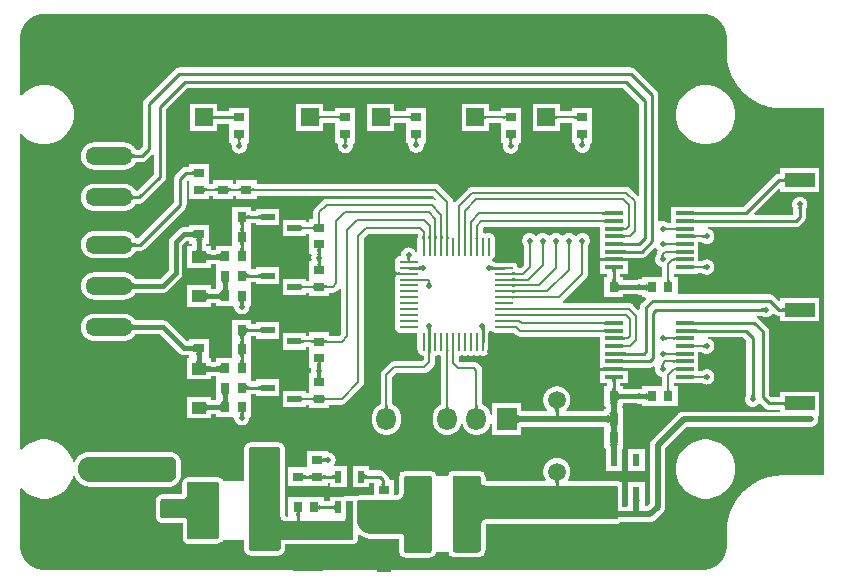
<source format=gtl>
G04*
G04 #@! TF.GenerationSoftware,Altium Limited,Altium Designer,19.0.15 (446)*
G04*
G04 Layer_Physical_Order=1*
G04 Layer_Color=255*
%FSTAX24Y24*%
%MOIN*%
G70*
G01*
G75*
%ADD15C,0.0100*%
%ADD20R,0.0984X0.0472*%
%ADD21R,0.0610X0.0118*%
%ADD22R,0.0354X0.0315*%
%ADD25R,0.0315X0.0354*%
%ADD26R,0.0472X0.0394*%
%ADD27R,0.0453X0.0236*%
%ADD29R,0.1024X0.0591*%
%ADD31R,0.0846X0.2480*%
%ADD32R,0.1024X0.0472*%
%ADD33R,0.0866X0.0591*%
%ADD34R,0.0984X0.1811*%
%ADD35O,0.0610X0.0098*%
%ADD36O,0.0098X0.0610*%
%ADD58R,0.0236X0.0433*%
%ADD59C,0.0591*%
%ADD60R,0.0236X0.0394*%
%ADD61C,0.0200*%
%ADD62C,0.0080*%
%ADD63C,0.0150*%
%ADD64C,0.0060*%
%ADD65C,0.0394*%
%ADD66C,0.0380*%
%ADD67R,0.0591X0.0591*%
%ADD68O,0.1969X0.0787*%
%ADD69O,0.1575X0.0591*%
%ADD70O,0.0650X0.0750*%
%ADD71R,0.0650X0.0750*%
%ADD72C,0.0197*%
G36*
X037298Y029609D02*
X037314Y029608D01*
X03733Y029607D01*
X037346Y029606D01*
X037361Y029605D01*
X037377Y029603D01*
X037393Y029601D01*
X037408Y029599D01*
X037424Y029596D01*
X037439Y029593D01*
X037455Y02959D01*
X03747Y029587D01*
X037485Y029583D01*
X0375Y029579D01*
X037515Y029574D01*
X03753Y02957D01*
X037545Y029565D01*
X03756Y029559D01*
X037575Y029554D01*
X037589Y029548D01*
X037604Y029542D01*
X037618Y029535D01*
X037633Y029528D01*
X037647Y029521D01*
X037661Y029514D01*
X037674Y029507D01*
X037688Y029499D01*
X037702Y029491D01*
X037715Y029482D01*
X037728Y029474D01*
X037741Y029465D01*
X037754Y029456D01*
X037767Y029446D01*
X037779Y029437D01*
X037791Y029427D01*
X037803Y029417D01*
X037815Y029406D01*
X037827Y029396D01*
X037838Y029385D01*
X03785Y029374D01*
X037861Y029363D01*
X037871Y029351D01*
X037882Y02934D01*
X037892Y029328D01*
X037902Y029316D01*
X037912Y029303D01*
X037922Y029291D01*
X037931Y029278D01*
X03794Y029266D01*
X037949Y029253D01*
X037958Y029239D01*
X037966Y029226D01*
X037974Y029213D01*
X037982Y029199D01*
X03799Y029185D01*
X037997Y029171D01*
X038004Y029157D01*
X038011Y029143D01*
X038017Y029128D01*
X038023Y029114D01*
X038029Y029099D01*
X038035Y029085D01*
X03804Y02907D01*
X038045Y029055D01*
X03805Y02904D01*
X038054Y029025D01*
X038058Y02901D01*
X038062Y028994D01*
X038066Y028979D01*
X038069Y028963D01*
X038072Y028948D01*
X038075Y028933D01*
X038077Y028917D01*
X038079Y028901D01*
X038081Y028886D01*
X038082Y02887D01*
X038083Y028854D01*
X038084Y028839D01*
X038084Y028823D01*
X038084Y028808D01*
X038084Y028807D01*
Y028315D01*
X038084Y028315D01*
X038085Y028291D01*
X038085Y028267D01*
X038086Y028243D01*
X038087Y028219D01*
X038088Y028196D01*
X03809Y028172D01*
X038092Y028148D01*
X038094Y028124D01*
X038097Y0281D01*
X0381Y028077D01*
X038103Y028053D01*
X038107Y028029D01*
X03811Y028006D01*
X038114Y027982D01*
X038119Y027959D01*
X038124Y027935D01*
X038129Y027912D01*
X038134Y027889D01*
X03814Y027866D01*
X038146Y027842D01*
X038152Y027819D01*
X038158Y027796D01*
X038165Y027773D01*
X038172Y027751D01*
X03818Y027728D01*
X038187Y027705D01*
X038195Y027683D01*
X038204Y02766D01*
X038212Y027638D01*
X038221Y027616D01*
X03823Y027594D01*
X03824Y027572D01*
X038249Y02755D01*
X038259Y027528D01*
X03827Y027507D01*
X03828Y027485D01*
X038291Y027464D01*
X038302Y027443D01*
X038313Y027422D01*
X038325Y027401D01*
X038337Y02738D01*
X038349Y02736D01*
X038362Y027339D01*
X038374Y027319D01*
X038387Y027299D01*
X0384Y027279D01*
X038414Y027259D01*
X038428Y02724D01*
X038442Y02722D01*
X038456Y027201D01*
X03847Y027182D01*
X038485Y027163D01*
X0385Y027145D01*
X038515Y027126D01*
X038531Y027108D01*
X038546Y02709D01*
X038562Y027072D01*
X038578Y027054D01*
X038595Y027037D01*
X038611Y02702D01*
X038628Y027003D01*
X038645Y026986D01*
X038662Y026969D01*
X03868Y026953D01*
X038697Y026937D01*
X038715Y026921D01*
X038733Y026905D01*
X038751Y02689D01*
X03877Y026875D01*
X038788Y02686D01*
X038807Y026845D01*
X038826Y026831D01*
X038846Y026816D01*
X038865Y026802D01*
X038884Y026789D01*
X038904Y026775D01*
X038924Y026762D01*
X038944Y026749D01*
X038964Y026736D01*
X038985Y026724D01*
X039005Y026712D01*
X039026Y0267D01*
X039047Y026688D01*
X039068Y026677D01*
X039089Y026666D01*
X03911Y026655D01*
X039132Y026644D01*
X039153Y026634D01*
X039175Y026624D01*
X039197Y026615D01*
X039219Y026605D01*
X039241Y026596D01*
X039263Y026587D01*
X039286Y026579D01*
X039308Y02657D01*
X03933Y026562D01*
X039353Y026555D01*
X039376Y026547D01*
X039399Y02654D01*
X039422Y026533D01*
X039444Y026527D01*
X039468Y02652D01*
X039491Y026514D01*
X039514Y026509D01*
X039537Y026503D01*
X039561Y026498D01*
X039584Y026494D01*
X039607Y026489D01*
X039631Y026485D01*
X039655Y026481D01*
X039678Y026478D01*
X039702Y026475D01*
X039726Y026472D01*
X039749Y026469D01*
X039773Y026467D01*
X039797Y026465D01*
X039821Y026463D01*
X039845Y026462D01*
X039869Y026461D01*
X039892Y02646D01*
X039916Y026459D01*
X03994Y026459D01*
X03994Y026459D01*
X041332D01*
Y014226D01*
X03994D01*
X03994Y014226D01*
X039916Y014226D01*
X039892Y014225D01*
X039869Y014224D01*
X039845Y014223D01*
X039821Y014222D01*
X039797Y01422D01*
X039773Y014218D01*
X039749Y014216D01*
X039726Y014213D01*
X039702Y01421D01*
X039678Y014207D01*
X039655Y014204D01*
X039631Y0142D01*
X039607Y014196D01*
X039584Y014191D01*
X039561Y014187D01*
X039537Y014182D01*
X039514Y014176D01*
X039491Y014171D01*
X039468Y014165D01*
X039444Y014158D01*
X039422Y014152D01*
X039399Y014145D01*
X039376Y014138D01*
X039353Y014131D01*
X03933Y014123D01*
X039308Y014115D01*
X039286Y014107D01*
X039263Y014098D01*
X039241Y014089D01*
X039219Y01408D01*
X039197Y014071D01*
X039175Y014061D01*
X039153Y014051D01*
X039132Y014041D01*
X03911Y01403D01*
X039089Y014019D01*
X039068Y014008D01*
X039047Y013997D01*
X039026Y013985D01*
X039005Y013973D01*
X038985Y013961D01*
X038964Y013949D01*
X038944Y013936D01*
X038924Y013923D01*
X038904Y01391D01*
X038884Y013896D01*
X038865Y013883D01*
X038846Y013869D01*
X038826Y013854D01*
X038807Y01384D01*
X038788Y013825D01*
X03877Y01381D01*
X038751Y013795D01*
X038733Y01378D01*
X038715Y013764D01*
X038697Y013748D01*
X03868Y013732D01*
X038662Y013716D01*
X038645Y013699D01*
X038628Y013682D01*
X038611Y013665D01*
X038595Y013648D01*
X038578Y013631D01*
X038562Y013613D01*
X038546Y013595D01*
X038531Y013577D01*
X038515Y013559D01*
X0385Y01354D01*
X038485Y013522D01*
X03847Y013503D01*
X038456Y013484D01*
X038442Y013465D01*
X038428Y013445D01*
X038414Y013426D01*
X0384Y013406D01*
X038387Y013386D01*
X038374Y013366D01*
X038362Y013346D01*
X038349Y013325D01*
X038337Y013305D01*
X038325Y013284D01*
X038313Y013263D01*
X038302Y013242D01*
X038291Y013221D01*
X03828Y0132D01*
X03827Y013178D01*
X038259Y013157D01*
X038249Y013135D01*
X03824Y013113D01*
X03823Y013091D01*
X038221Y013069D01*
X038212Y013047D01*
X038204Y013025D01*
X038195Y013002D01*
X038187Y01298D01*
X03818Y012957D01*
X038172Y012934D01*
X038165Y012912D01*
X038158Y012889D01*
X038152Y012866D01*
X038146Y012843D01*
X03814Y01282D01*
X038134Y012796D01*
X038129Y012773D01*
X038124Y01275D01*
X038119Y012726D01*
X038114Y012703D01*
X03811Y012679D01*
X038107Y012656D01*
X038103Y012632D01*
X0381Y012608D01*
X038097Y012585D01*
X038094Y012561D01*
X038092Y012537D01*
X03809Y012513D01*
X038088Y012489D01*
X038087Y012466D01*
X038086Y012442D01*
X038085Y012418D01*
X038085Y012394D01*
X038084Y01237D01*
X038084Y01237D01*
Y011878D01*
X038084Y011877D01*
X038084Y011862D01*
X038084Y011846D01*
X038083Y011831D01*
X038082Y011815D01*
X038081Y011799D01*
X038079Y011784D01*
X038077Y011768D01*
X038075Y011753D01*
X038072Y011737D01*
X038069Y011722D01*
X038066Y011706D01*
X038062Y011691D01*
X038058Y011676D01*
X038054Y01166D01*
X03805Y011645D01*
X038045Y01163D01*
X03804Y011615D01*
X038035Y0116D01*
X038029Y011586D01*
X038023Y011571D01*
X038017Y011557D01*
X038011Y011542D01*
X038004Y011528D01*
X037997Y011514D01*
X03799Y0115D01*
X037982Y011486D01*
X037974Y011473D01*
X037966Y011459D01*
X037958Y011446D01*
X037949Y011433D01*
X03794Y01142D01*
X037931Y011407D01*
X037922Y011394D01*
X037912Y011382D01*
X037902Y011369D01*
X037892Y011357D01*
X037882Y011345D01*
X037871Y011334D01*
X037861Y011322D01*
X03785Y011311D01*
X037838Y0113D01*
X037827Y011289D01*
X037815Y011279D01*
X037803Y011268D01*
X037791Y011258D01*
X037779Y011248D01*
X037767Y011239D01*
X037754Y011229D01*
X037741Y01122D01*
X037728Y011211D01*
X037715Y011203D01*
X037702Y011194D01*
X037688Y011186D01*
X037674Y011178D01*
X037661Y011171D01*
X037647Y011164D01*
X037633Y011157D01*
X037618Y01115D01*
X037604Y011143D01*
X037589Y011137D01*
X037575Y011131D01*
X03756Y011126D01*
X037545Y01112D01*
X03753Y011115D01*
X037515Y011111D01*
X0375Y011106D01*
X037485Y011102D01*
X03747Y011098D01*
X037455Y011095D01*
X037439Y011092D01*
X037424Y011089D01*
X037408Y011086D01*
X037393Y011084D01*
X037377Y011082D01*
X037361Y01108D01*
X037346Y011079D01*
X03733Y011078D01*
X037314Y011077D01*
X037298Y011076D01*
X037284Y011076D01*
X037283Y011076D01*
X015334Y011076D01*
X015333Y011076D01*
X015318Y011076D01*
X015302Y011077D01*
X015287Y011078D01*
X015271Y011079D01*
X015255Y01108D01*
X01524Y011082D01*
X015224Y011084D01*
X015208Y011086D01*
X015193Y011089D01*
X015177Y011092D01*
X015162Y011095D01*
X015147Y011098D01*
X015131Y011102D01*
X015116Y011106D01*
X015101Y011111D01*
X015086Y011115D01*
X015071Y01112D01*
X015056Y011126D01*
X015042Y011131D01*
X015027Y011137D01*
X015013Y011143D01*
X014998Y01115D01*
X014984Y011157D01*
X01497Y011164D01*
X014956Y011171D01*
X014942Y011178D01*
X014928Y011186D01*
X014915Y011194D01*
X014902Y011203D01*
X014888Y011211D01*
X014875Y01122D01*
X014863Y011229D01*
X01485Y011239D01*
X014837Y011248D01*
X014825Y011258D01*
X014813Y011268D01*
X014801Y011279D01*
X01479Y011289D01*
X014778Y0113D01*
X014767Y011311D01*
X014756Y011322D01*
X014745Y011334D01*
X014735Y011345D01*
X014724Y011357D01*
X014714Y011369D01*
X014704Y011382D01*
X014695Y011394D01*
X014685Y011407D01*
X014676Y01142D01*
X014667Y011433D01*
X014659Y011446D01*
X01465Y011459D01*
X014642Y011473D01*
X014634Y011486D01*
X014627Y0115D01*
X014619Y011514D01*
X014612Y011528D01*
X014606Y011542D01*
X014599Y011557D01*
X014593Y011571D01*
X014587Y011586D01*
X014582Y0116D01*
X014576Y011615D01*
X014571Y01163D01*
X014567Y011645D01*
X014562Y01166D01*
X014558Y011676D01*
X014554Y011691D01*
X014551Y011706D01*
X014547Y011722D01*
X014545Y011737D01*
X014542Y011753D01*
X01454Y011768D01*
X014538Y011784D01*
X014536Y011799D01*
X014535Y011815D01*
X014534Y011829D01*
X014532Y011878D01*
X014532Y011927D01*
X014532Y011927D01*
Y013779D01*
X014582Y013797D01*
X014706Y013672D01*
X014868Y013565D01*
X015047Y013491D01*
X015237Y013453D01*
X015431D01*
X015621Y013491D01*
X0158Y013565D01*
X015961Y013672D01*
X016098Y01381D01*
X016206Y013971D01*
X01628Y01415D01*
X016293Y014214D01*
X016318Y014222D01*
X016345Y014219D01*
X016348Y014211D01*
X01635Y014208D01*
X016351Y014205D01*
X016358Y014189D01*
X01636Y014186D01*
X016361Y014183D01*
X016369Y014167D01*
X01637Y014165D01*
X016372Y014162D01*
X016381Y014146D01*
X016382Y014144D01*
X016384Y014141D01*
X016393Y014126D01*
X016395Y014123D01*
X016396Y014121D01*
X016406Y014106D01*
X016408Y014103D01*
X01641Y014101D01*
X01642Y014086D01*
X016422Y014084D01*
X016424Y014081D01*
X016435Y014067D01*
X016437Y014065D01*
X016439Y014063D01*
X016451Y014049D01*
X016453Y014047D01*
X016455Y014045D01*
X016467Y014031D01*
X016469Y014029D01*
X016471Y014027D01*
X016484Y014014D01*
X016486Y014012D01*
X016488Y01401D01*
X016501Y013998D01*
X016504Y013996D01*
X016506Y013994D01*
X016519Y013982D01*
X016522Y01398D01*
X016524Y013978D01*
X016538Y013967D01*
X016541Y013966D01*
X016543Y013964D01*
X016557Y013953D01*
X01656Y013951D01*
X016563Y01395D01*
X016577Y01394D01*
X01658Y013938D01*
X016583Y013936D01*
X016598Y013927D01*
X0166Y013926D01*
X016603Y013924D01*
X016619Y013915D01*
X016621Y013914D01*
X016624Y013912D01*
X01664Y013904D01*
X016643Y013903D01*
X016646Y013902D01*
X016662Y013894D01*
X016665Y013893D01*
X016667Y013892D01*
X016684Y013885D01*
X016687Y013884D01*
X01669Y013883D01*
X016706Y013876D01*
X016709Y013875D01*
X016712Y013874D01*
X016729Y013869D01*
X016732Y013868D01*
X016735Y013867D01*
X016752Y013862D01*
X016755Y013861D01*
X016758Y013861D01*
X016775Y013857D01*
X016778Y013856D01*
X016782Y013855D01*
X016799Y013852D01*
X016802Y013851D01*
X016805Y013851D01*
X016823Y013848D01*
X016826Y013847D01*
X016829Y013847D01*
X016846Y013845D01*
X01685Y013845D01*
X016853Y013844D01*
X01687Y013843D01*
X016873Y013843D01*
X016877Y013843D01*
X016894Y013842D01*
X016897Y013842D01*
X016901Y013842D01*
X019476D01*
X019482Y013842D01*
X019482Y013842D01*
X019483Y013842D01*
X019486Y013842D01*
X019489Y013842D01*
X019489Y013842D01*
X01949Y013842D01*
X019503Y013843D01*
X019503Y013843D01*
X019504Y013843D01*
X019507Y013843D01*
X01951Y013843D01*
X01951Y013843D01*
X01951Y013843D01*
X019523Y013844D01*
X019524Y013844D01*
X019524Y013844D01*
X019527Y013845D01*
X01953Y013845D01*
X019531Y013845D01*
X019531Y013845D01*
X019544Y013847D01*
X019544Y013847D01*
X019545Y013847D01*
X019548Y013848D01*
X019551Y013848D01*
X019551Y013848D01*
X019551Y013849D01*
X019564Y013851D01*
X019565Y013851D01*
X019565Y013851D01*
X019568Y013852D01*
X019571Y013853D01*
X019571Y013853D01*
X019572Y013853D01*
X019584Y013856D01*
X019585Y013856D01*
X019585Y013856D01*
X019588Y013857D01*
X019591Y013858D01*
X019591Y013858D01*
X019592Y013858D01*
X019604Y013862D01*
X019604Y013862D01*
X019605Y013862D01*
X019608Y013863D01*
X019611Y013864D01*
X019611Y013864D01*
X019611Y013864D01*
X019624Y013868D01*
X019624Y013869D01*
X019624Y013869D01*
X019627Y01387D01*
X01963Y013871D01*
X01963Y013871D01*
X019631Y013871D01*
X019643Y013876D01*
X019643Y013876D01*
X019644Y013877D01*
X019646Y013878D01*
X019649Y013879D01*
X019649Y013879D01*
X01965Y013879D01*
X019662Y013885D01*
X019662Y013885D01*
X019662Y013885D01*
X019665Y013887D01*
X019668Y013888D01*
X019668Y013888D01*
X019668Y013888D01*
X01968Y013894D01*
X01968Y013895D01*
X019681Y013895D01*
X019683Y013896D01*
X019686Y013898D01*
X019686Y013898D01*
X019687Y013898D01*
X019698Y013905D01*
X019698Y013905D01*
X019698Y013905D01*
X019701Y013907D01*
X019704Y013909D01*
X019704Y013909D01*
X019704Y013909D01*
X019715Y013916D01*
X019715Y013917D01*
X019716Y013917D01*
X019718Y013919D01*
X019721Y01392D01*
X019721Y013921D01*
X019721Y013921D01*
X019732Y013928D01*
X019732Y013929D01*
X019732Y013929D01*
X019735Y013931D01*
X019737Y013933D01*
X019738Y013933D01*
X019738Y013933D01*
X019748Y013941D01*
X019748Y013942D01*
X019749Y013942D01*
X019751Y013944D01*
X019753Y013946D01*
X019753Y013946D01*
X019754Y013946D01*
X019763Y013955D01*
X019764Y013955D01*
X019764Y013956D01*
X019766Y013958D01*
X019768Y01396D01*
X019769Y01396D01*
X019769Y013961D01*
X019778Y01397D01*
X019778Y01397D01*
X019779Y01397D01*
X019781Y013972D01*
X019783Y013975D01*
X019783Y013975D01*
X019783Y013975D01*
X019792Y013985D01*
X019792Y013985D01*
X019793Y013986D01*
X019795Y013988D01*
X019797Y01399D01*
X019797Y01399D01*
X019797Y013991D01*
X019805Y014001D01*
X019806Y014001D01*
X019806Y014001D01*
X019808Y014004D01*
X01981Y014006D01*
X01981Y014006D01*
X01981Y014007D01*
X019818Y014017D01*
X019818Y014018D01*
X019818Y014018D01*
X01982Y01402D01*
X019822Y014023D01*
X019822Y014023D01*
X019822Y014024D01*
X019829Y014034D01*
X01983Y014035D01*
X01983Y014035D01*
X019832Y014038D01*
X019833Y01404D01*
X019833Y01404D01*
X019834Y014041D01*
X01984Y014052D01*
X01984Y014052D01*
X019841Y014053D01*
X019842Y014055D01*
X019844Y014058D01*
X019844Y014058D01*
X019844Y014059D01*
X01985Y01407D01*
X01985Y01407D01*
X019851Y014071D01*
X019852Y014074D01*
X019853Y014076D01*
X019853Y014077D01*
X019854Y014077D01*
X019859Y014089D01*
X019859Y014089D01*
X01986Y014089D01*
X019861Y014092D01*
X019862Y014095D01*
X019862Y014095D01*
X019869D01*
Y014113D01*
X01987Y014114D01*
X01987Y014115D01*
X01987Y014115D01*
X019874Y014127D01*
X019875Y014128D01*
X019875Y014128D01*
X019876Y014131D01*
X019877Y014134D01*
X019877Y014134D01*
X019877Y014134D01*
X019881Y014147D01*
X019881Y014147D01*
X019881Y014148D01*
X019882Y014151D01*
X019882Y014153D01*
X019883Y014154D01*
X019883Y014154D01*
X019886Y014167D01*
X019886Y014167D01*
X019886Y014168D01*
X019887Y014171D01*
X019887Y014174D01*
X019887Y014174D01*
X019888Y014174D01*
X01989Y014187D01*
X01989Y014188D01*
X01989Y014188D01*
X019891Y014191D01*
X019891Y014194D01*
X019891Y014194D01*
X019891Y014195D01*
X019893Y014208D01*
X019893Y014208D01*
X019893Y014208D01*
X019894Y014211D01*
X019894Y014214D01*
X019894Y014215D01*
X019894Y014215D01*
X019895Y014228D01*
X019896Y014229D01*
X019896Y014229D01*
X019896Y014232D01*
X019896Y014235D01*
X019896Y014235D01*
X019896Y014236D01*
X019897Y014249D01*
X019897Y014249D01*
X019897Y01425D01*
X019897Y014253D01*
X019897Y014256D01*
X019897Y014256D01*
X019897Y014257D01*
X019897Y014263D01*
X019897Y014617D01*
X019897Y014617D01*
X019897Y014624D01*
X019897Y014625D01*
X019897Y014626D01*
X019897Y014628D01*
X019897Y014631D01*
X019897Y014632D01*
X019897Y014633D01*
X019896Y014646D01*
X019896Y014647D01*
X019896Y014648D01*
X019896Y01465D01*
X019895Y014653D01*
X019895Y014654D01*
X019895Y014655D01*
X019894Y014668D01*
X019894Y014669D01*
X019893Y01467D01*
X019893Y014672D01*
X019893Y014675D01*
X019893Y014676D01*
X019892Y014677D01*
X01989Y01469D01*
X01989Y014691D01*
X01989Y014692D01*
X019889Y014694D01*
X019889Y014697D01*
X019889Y014698D01*
X019888Y014699D01*
X019886Y014712D01*
X019885Y014712D01*
X019885Y014713D01*
X019884Y014716D01*
X019884Y014718D01*
X019884Y014719D01*
X019883Y01472D01*
X01988Y014733D01*
X019879Y014734D01*
X019879Y014735D01*
X019878Y014737D01*
X019878Y014739D01*
X019877Y01474D01*
X019877Y014741D01*
X019873Y014754D01*
X019872Y014755D01*
X019872Y014756D01*
X019871Y014758D01*
X01987Y01476D01*
X01987Y014761D01*
X019869Y014762D01*
X019869Y014762D01*
Y014804D01*
X01985D01*
X019844Y014814D01*
X019844Y014815D01*
X019843Y014816D01*
X019842Y014818D01*
X019841Y01482D01*
X01984Y014821D01*
X01984Y014822D01*
X019833Y014833D01*
X019832Y014834D01*
X019832Y014834D01*
X01983Y014836D01*
X019829Y014839D01*
X019829Y014839D01*
X019828Y01484D01*
X01982Y014851D01*
X01982Y014852D01*
X019819Y014853D01*
X019818Y014855D01*
X019816Y014857D01*
X019816Y014857D01*
X019815Y014858D01*
X019807Y014868D01*
X019806Y014869D01*
X019805Y01487D01*
X019804Y014872D01*
X019802Y014874D01*
X019802Y014874D01*
X019801Y014875D01*
X019792Y014885D01*
X019791Y014886D01*
X019791Y014887D01*
X019789Y014888D01*
X019787Y01489D01*
X019787Y014891D01*
X019786Y014892D01*
X019777Y014901D01*
X019776Y014902D01*
X019775Y014902D01*
X019773Y014904D01*
X019772Y014906D01*
X019771Y014906D01*
X01977Y014907D01*
X01976Y014916D01*
X01976Y014917D01*
X019759Y014917D01*
X019757Y014919D01*
X019755Y01492D01*
X019754Y014921D01*
X019754Y014922D01*
X019743Y01493D01*
X019742Y014931D01*
X019742Y014931D01*
X01974Y014933D01*
X019738Y014934D01*
X019737Y014935D01*
X019736Y014935D01*
X019725Y014943D01*
X019724Y014943D01*
X019724Y014944D01*
X019722Y014945D01*
X01972Y014947D01*
X019719Y014947D01*
X019718Y014948D01*
X019707Y014955D01*
X019706Y014955D01*
X019705Y014956D01*
X019703Y014957D01*
X019701Y014958D01*
X0197Y014959D01*
X019699Y014959D01*
X019687Y014966D01*
X019686Y014966D01*
X019686Y014967D01*
X019683Y014968D01*
X019681Y014969D01*
X01968Y014969D01*
X019679Y01497D01*
X019668Y014976D01*
X019667Y014976D01*
X019666Y014977D01*
X019663Y014977D01*
X019661Y014978D01*
X01966Y014979D01*
X019659Y014979D01*
X019647Y014984D01*
X019646Y014985D01*
X019645Y014985D01*
X019643Y014986D01*
X019641Y014987D01*
X01964Y014987D01*
X019639Y014988D01*
X019626Y014992D01*
X019625Y014992D01*
X019624Y014993D01*
X019622Y014993D01*
X01962Y014994D01*
X019619Y014994D01*
X019618Y014995D01*
X019605Y014998D01*
X019604Y014999D01*
X019603Y014999D01*
X019601Y014999D01*
X019598Y015D01*
X019598Y015D01*
X019597Y015D01*
X019584Y015003D01*
X019583Y015004D01*
X019582Y015004D01*
X019579Y015004D01*
X019577Y015005D01*
X019576Y015005D01*
X019575Y015005D01*
X019562Y015007D01*
X019561Y015008D01*
X01956Y015008D01*
X019557Y015008D01*
X019555Y015008D01*
X019554Y015008D01*
X019553Y015009D01*
X01954Y01501D01*
X019539Y01501D01*
X019538Y01501D01*
X019535Y015011D01*
X019533Y015011D01*
X019532Y015011D01*
X019531Y015011D01*
X019518Y015012D01*
X019517Y015012D01*
X019516Y015012D01*
X019513Y015012D01*
X019511Y015012D01*
X01951Y015012D01*
X019509Y015012D01*
X019502Y015012D01*
X016849Y015012D01*
X016842Y015012D01*
X016824Y015011D01*
X016817Y01501D01*
X0168Y015009D01*
X016793Y015008D01*
X016776Y015006D01*
X016769Y015005D01*
X016752Y015002D01*
X016745Y015D01*
X016728Y014997D01*
X016721Y014995D01*
X016721Y014995D01*
X016704Y014991D01*
X016704Y014991D01*
X016698Y014989D01*
X016681Y014983D01*
X016674Y014981D01*
X016658Y014975D01*
X016652Y014973D01*
X016635Y014966D01*
X016629Y014963D01*
X016613Y014956D01*
X016607Y014953D01*
X016592Y014945D01*
X016586Y014941D01*
X01657Y014933D01*
X01657Y014933D01*
X016564Y014929D01*
X01655Y01492D01*
X016544Y014916D01*
X016544Y014916D01*
X01653Y014906D01*
X016524Y014902D01*
X016524Y014902D01*
X01651Y014891D01*
X016505Y014887D01*
X016491Y014875D01*
X016486Y014871D01*
X016473Y014859D01*
X016468Y014854D01*
X016456Y014842D01*
X016451Y014837D01*
X016439Y014824D01*
X016435Y014819D01*
X016424Y014805D01*
X016419Y0148D01*
X016409Y014786D01*
X016409Y014786D01*
X016405Y014781D01*
X016394Y014766D01*
X016394Y014766D01*
X016391Y014761D01*
X016381Y014746D01*
X016378Y01474D01*
X016378Y01474D01*
X016369Y014725D01*
X016366Y014719D01*
X016358Y014703D01*
X016354Y014697D01*
X016347Y014681D01*
X016344Y014675D01*
X016342Y01467D01*
X016308Y014669D01*
X01629Y014675D01*
X01628Y014724D01*
X016206Y014903D01*
X016098Y015064D01*
X015961Y015202D01*
X0158Y015309D01*
X015621Y015383D01*
X015431Y015421D01*
X015237D01*
X015047Y015383D01*
X014868Y015309D01*
X014706Y015202D01*
X014582Y015077D01*
X014532Y015095D01*
X014532Y02559D01*
X014582Y025608D01*
X014706Y025484D01*
X014868Y025376D01*
X015047Y025302D01*
X015237Y025264D01*
X015431D01*
X015621Y025302D01*
X0158Y025376D01*
X015961Y025484D01*
X016098Y025621D01*
X016206Y025782D01*
X01628Y025961D01*
X016318Y026151D01*
Y026345D01*
X01628Y026535D01*
X016206Y026714D01*
X016098Y026875D01*
X015961Y027013D01*
X0158Y02712D01*
X015621Y027194D01*
X015431Y027232D01*
X015237D01*
X015047Y027194D01*
X014868Y02712D01*
X014706Y027013D01*
X014582Y026888D01*
X014532Y026906D01*
Y028807D01*
X014532Y028808D01*
X014532Y028823D01*
X014533Y028839D01*
X014533Y028854D01*
X014535Y02887D01*
X014536Y028886D01*
X014538Y028901D01*
X01454Y028917D01*
X014542Y028933D01*
X014545Y028948D01*
X014547Y028963D01*
X014551Y028979D01*
X014554Y028994D01*
X014558Y02901D01*
X014562Y029025D01*
X014567Y02904D01*
X014571Y029055D01*
X014576Y02907D01*
X014582Y029085D01*
X014587Y029099D01*
X014593Y029114D01*
X014599Y029128D01*
X014606Y029143D01*
X014612Y029157D01*
X014619Y029171D01*
X014627Y029185D01*
X014634Y029199D01*
X014642Y029213D01*
X01465Y029226D01*
X014659Y029239D01*
X014667Y029253D01*
X014676Y029266D01*
X014685Y029278D01*
X014695Y029291D01*
X014704Y029303D01*
X014714Y029316D01*
X014724Y029328D01*
X014735Y02934D01*
X014745Y029351D01*
X014756Y029363D01*
X014767Y029374D01*
X014778Y029385D01*
X01479Y029396D01*
X014801Y029406D01*
X014813Y029417D01*
X014825Y029427D01*
X014837Y029437D01*
X01485Y029446D01*
X014863Y029456D01*
X014875Y029465D01*
X014888Y029474D01*
X014902Y029482D01*
X014915Y029491D01*
X014928Y029499D01*
X014942Y029507D01*
X014956Y029514D01*
X01497Y029521D01*
X014984Y029528D01*
X014998Y029535D01*
X015013Y029542D01*
X015027Y029548D01*
X015042Y029554D01*
X015056Y029559D01*
X015071Y029565D01*
X015086Y02957D01*
X015101Y029574D01*
X015116Y029579D01*
X015131Y029583D01*
X015147Y029587D01*
X015162Y02959D01*
X015177Y029593D01*
X015193Y029596D01*
X015208Y029599D01*
X015224Y029601D01*
X01524Y029603D01*
X015255Y029605D01*
X015271Y029606D01*
X015284Y029607D01*
X015334Y029609D01*
X015383Y029609D01*
X037283Y029609D01*
X037284Y029609D01*
X037298Y029609D01*
D02*
G37*
G36*
X019502Y014854D02*
X019509Y014854D01*
X019522Y014854D01*
X019535Y014852D01*
X019549Y01485D01*
X019562Y014847D01*
X019574Y014843D01*
X019587Y014839D01*
X019599Y014834D01*
X019611Y014828D01*
X019623Y014822D01*
X019634Y014814D01*
X019645Y014807D01*
X019655Y014798D01*
X019665Y01479D01*
X019675Y01478D01*
X019684Y01477D01*
X019692Y01476D01*
X019699Y014749D01*
X019707Y014738D01*
X019713Y014726D01*
X019719Y014714D01*
X019724Y014702D01*
X019728Y014689D01*
X019732Y014676D01*
X019735Y014664D01*
X019737Y01465D01*
X019739Y014637D01*
X019739Y014624D01*
X019739Y014617D01*
X019739Y014617D01*
X019739Y014263D01*
X019739Y014257D01*
X019739Y014244D01*
X019737Y014231D01*
X019736Y014218D01*
X019733Y014205D01*
X01973Y014193D01*
X019726Y01418D01*
X019722Y014168D01*
X019717Y014156D01*
X019711Y014144D01*
X019705Y014133D01*
X019699Y014122D01*
X019691Y014111D01*
X019684Y014101D01*
X019675Y014091D01*
X019667Y014081D01*
X019658Y014072D01*
X019648Y014063D01*
X019638Y014055D01*
X019628Y014047D01*
X019617Y01404D01*
X019606Y014033D01*
X019594Y014027D01*
X019583Y014022D01*
X019571Y014017D01*
X019558Y014012D01*
X019546Y014009D01*
X019533Y014006D01*
X019521Y014003D01*
X019508Y014001D01*
X019495Y014D01*
X019482Y013999D01*
X019476Y013999D01*
X016901D01*
X016883Y014D01*
X016865Y014001D01*
X016847Y014003D01*
X01683Y014006D01*
X016812Y01401D01*
X016795Y014014D01*
X016778Y014019D01*
X016761Y014024D01*
X016744Y01403D01*
X016728Y014037D01*
X016711Y014045D01*
X016696Y014053D01*
X01668Y014061D01*
X016665Y014071D01*
X01665Y014081D01*
X016636Y014091D01*
X016622Y014102D01*
X016608Y014114D01*
X016595Y014126D01*
X016582Y014138D01*
X01657Y014151D01*
X016559Y014165D01*
X016548Y014179D01*
X016537Y014193D01*
X016527Y014208D01*
X016518Y014223D01*
X016509Y014239D01*
X016501Y014255D01*
X016494Y014271D01*
X016487Y014287D01*
X016481Y014304D01*
X016475Y014321D01*
X016471Y014338D01*
X016466Y014356D01*
X016463Y014373D01*
X01646Y014391D01*
X016458Y014408D01*
X016457Y014426D01*
X016456Y014444D01*
Y014453D01*
Y014462D01*
X016457Y014479D01*
X016458Y014496D01*
X01646Y014514D01*
X016464Y014531D01*
X016467Y014548D01*
X016472Y014565D01*
X016477Y014582D01*
X016483Y014598D01*
X01649Y014615D01*
X016497Y01463D01*
X016505Y014646D01*
X016514Y014661D01*
X016523Y014676D01*
X016534Y01469D01*
X016544Y014704D01*
X016555Y014718D01*
X016567Y014731D01*
X01658Y014743D01*
X016593Y014755D01*
X016606Y014766D01*
X01662Y014777D01*
X016634Y014787D01*
X016649Y014796D01*
X016664Y014805D01*
X01668Y014813D01*
X016696Y01482D01*
X016712Y014827D01*
X016728Y014833D01*
X016745Y014838D01*
X016762Y014843D01*
X016779Y014847D01*
X016796Y01485D01*
X016814Y014852D01*
X016831Y014854D01*
X016849Y014854D01*
X016857D01*
X019502Y014854D01*
D02*
G37*
%LPC*%
G36*
X037478Y027232D02*
X037284D01*
X037094Y027194D01*
X036915Y02712D01*
X036754Y027013D01*
X036617Y026875D01*
X036509Y026714D01*
X036435Y026535D01*
X036397Y026345D01*
Y026151D01*
X036435Y025961D01*
X036509Y025782D01*
X036617Y025621D01*
X036754Y025484D01*
X036915Y025376D01*
X037094Y025302D01*
X037284Y025264D01*
X037478D01*
X037668Y025302D01*
X037847Y025376D01*
X038009Y025484D01*
X038146Y025621D01*
X038253Y025782D01*
X038328Y025961D01*
X038365Y026151D01*
Y026345D01*
X038328Y026535D01*
X038253Y026714D01*
X038146Y026875D01*
X038009Y027013D01*
X037847Y02712D01*
X037668Y027194D01*
X037478Y027232D01*
D02*
G37*
G36*
X032519Y02661D02*
X031613D01*
Y025705D01*
X032519D01*
Y02596D01*
X032932D01*
Y025299D01*
X032972D01*
X032978Y025297D01*
X032986Y025293D01*
X03299Y02529D01*
X033005Y025272D01*
X033016Y02525D01*
X033015Y025249D01*
X033015Y025241D01*
X033015Y025232D01*
X033015Y025224D01*
X033016Y025215D01*
X033016Y025206D01*
X033017Y025197D01*
X033019Y025189D01*
X03302Y02518D01*
X033022Y025172D01*
X033024Y025163D01*
X033027Y025155D01*
X03303Y025147D01*
X033033Y025138D01*
X033036Y02513D01*
X03304Y025122D01*
X033044Y025115D01*
X033048Y025107D01*
X033052Y025099D01*
X033057Y025092D01*
X033062Y025085D01*
X033067Y025078D01*
X033072Y025071D01*
X033078Y025064D01*
X033084Y025058D01*
X03309Y025051D01*
X033096Y025045D01*
X033103Y025039D01*
X033109Y025034D01*
X033116Y025028D01*
X033123Y025023D01*
X03313Y025018D01*
X033138Y025014D01*
X033145Y025009D01*
X033153Y025005D01*
X033161Y025001D01*
X033169Y024998D01*
X033177Y024994D01*
X033185Y024991D01*
X033193Y024988D01*
X033202Y024986D01*
X03321Y024984D01*
X033219Y024982D01*
X033227Y02498D01*
X033236Y024979D01*
X033245Y024978D01*
X033253Y024977D01*
X033262Y024976D01*
X033271Y024976D01*
X03328Y024976D01*
X033288Y024977D01*
X033297Y024978D01*
X033306Y024979D01*
X033314Y02498D01*
X033323Y024982D01*
X033331Y024984D01*
X03334Y024986D01*
X033348Y024988D01*
X033357Y024991D01*
X033365Y024994D01*
X033373Y024998D01*
X033381Y025001D01*
X033389Y025005D01*
X033396Y025009D01*
X033404Y025014D01*
X033411Y025018D01*
X033418Y025023D01*
X033426Y025028D01*
X033432Y025034D01*
X033439Y025039D01*
X033446Y025045D01*
X033452Y025051D01*
X033458Y025058D01*
X033464Y025064D01*
X033469Y025071D01*
X033475Y025078D01*
X03348Y025085D01*
X033485Y025092D01*
X03349Y025099D01*
X033494Y025107D01*
X033498Y025115D01*
X033502Y025122D01*
X033506Y02513D01*
X033509Y025138D01*
X033512Y025147D01*
X033515Y025155D01*
X033517Y025163D01*
X03352Y025172D01*
X033521Y02518D01*
X033523Y025189D01*
X033524Y025197D01*
X033525Y025206D01*
X033526Y025215D01*
X033527Y025224D01*
X033527Y025232D01*
X033527Y025241D01*
X033526Y025249D01*
X033526Y02525D01*
X033537Y025272D01*
X033551Y02529D01*
X033556Y025293D01*
X033564Y025297D01*
X033569Y025299D01*
X033602D01*
Y02585D01*
Y02648D01*
X032932D01*
Y026355D01*
X032519D01*
Y02661D01*
D02*
G37*
G36*
X027007D02*
X026102D01*
Y025705D01*
X027007D01*
Y025968D01*
X027401D01*
Y02585D01*
Y025299D01*
X027433D01*
X027439Y025297D01*
X027447Y025293D01*
X027451Y02529D01*
X027465Y025272D01*
X027476Y02525D01*
X027476Y025249D01*
X027476Y025241D01*
X027476Y025232D01*
X027476Y025224D01*
X027476Y025215D01*
X027477Y025206D01*
X027478Y025197D01*
X027479Y025189D01*
X027481Y02518D01*
X027483Y025172D01*
X027485Y025163D01*
X027488Y025155D01*
X02749Y025147D01*
X027493Y025138D01*
X027497Y02513D01*
X0275Y025122D01*
X027504Y025115D01*
X027508Y025107D01*
X027513Y025099D01*
X027517Y025092D01*
X027522Y025085D01*
X027528Y025078D01*
X027533Y025071D01*
X027539Y025064D01*
X027544Y025058D01*
X027551Y025051D01*
X027557Y025045D01*
X027563Y025039D01*
X02757Y025034D01*
X027577Y025028D01*
X027584Y025023D01*
X027591Y025018D01*
X027599Y025014D01*
X027606Y025009D01*
X027614Y025005D01*
X027622Y025001D01*
X02763Y024998D01*
X027638Y024994D01*
X027646Y024991D01*
X027654Y024988D01*
X027662Y024986D01*
X027671Y024984D01*
X027679Y024982D01*
X027688Y02498D01*
X027697Y024979D01*
X027705Y024978D01*
X027714Y024977D01*
X027723Y024976D01*
X027731Y024976D01*
X02774Y024976D01*
X027749Y024977D01*
X027758Y024978D01*
X027766Y024979D01*
X027775Y02498D01*
X027784Y024982D01*
X027792Y024984D01*
X027801Y024986D01*
X027809Y024988D01*
X027817Y024991D01*
X027825Y024994D01*
X027833Y024998D01*
X027841Y025001D01*
X027849Y025005D01*
X027857Y025009D01*
X027864Y025014D01*
X027872Y025018D01*
X027879Y025023D01*
X027886Y025028D01*
X027893Y025034D01*
X0279Y025039D01*
X027906Y025045D01*
X027912Y025051D01*
X027919Y025058D01*
X027924Y025064D01*
X02793Y025071D01*
X027935Y025078D01*
X027941Y025085D01*
X027946Y025092D01*
X02795Y025099D01*
X027955Y025107D01*
X027959Y025115D01*
X027963Y025122D01*
X027966Y02513D01*
X02797Y025138D01*
X027973Y025147D01*
X027975Y025155D01*
X027978Y025163D01*
X02798Y025172D01*
X027982Y02518D01*
X027984Y025189D01*
X027985Y025197D01*
X027986Y025206D01*
X027987Y025215D01*
X027987Y025224D01*
X027987Y025232D01*
X027987Y025241D01*
X027987Y025249D01*
X027987Y02525D01*
X027998Y025272D01*
X028012Y02529D01*
X028016Y025293D01*
X028024Y025297D01*
X02803Y025299D01*
X02807D01*
Y02585D01*
Y02648D01*
X027401D01*
Y026363D01*
X027007D01*
Y02661D01*
D02*
G37*
G36*
X024645D02*
X023739D01*
Y025705D01*
X024645D01*
Y025968D01*
X025039D01*
Y02585D01*
Y025299D01*
X025078D01*
X025086Y025296D01*
X025093Y025292D01*
X025096Y025288D01*
X025116Y025261D01*
X025119Y025249D01*
X025119Y025247D01*
X025118Y025238D01*
X025117Y025229D01*
X025117Y02522D01*
X025117Y025212D01*
X025118Y025203D01*
X025119Y025194D01*
X02512Y025186D01*
X025121Y025177D01*
X025123Y025168D01*
X025125Y02516D01*
X025127Y025151D01*
X025129Y025143D01*
X025132Y025135D01*
X025135Y025127D01*
X025138Y025119D01*
X025142Y025111D01*
X025146Y025103D01*
X02515Y025095D01*
X025155Y025087D01*
X025159Y02508D01*
X025164Y025073D01*
X025169Y025066D01*
X025175Y025059D01*
X02518Y025052D01*
X025186Y025046D01*
X025192Y02504D01*
X025199Y025033D01*
X025205Y025028D01*
X025212Y025022D01*
X025219Y025017D01*
X025226Y025011D01*
X025233Y025006D01*
X02524Y025002D01*
X025248Y024997D01*
X025255Y024993D01*
X025263Y024989D01*
X025271Y024986D01*
X025279Y024982D01*
X025288Y024979D01*
X025296Y024977D01*
X025304Y024974D01*
X025313Y024972D01*
X025321Y02497D01*
X02533Y024968D01*
X025338Y024967D01*
X025347Y024966D01*
X025356Y024965D01*
X025364Y024965D01*
X025373Y024965D01*
X025382Y024965D01*
X025391Y024965D01*
X025399Y024966D01*
X025408Y024967D01*
X025417Y024968D01*
X025425Y02497D01*
X025434Y024972D01*
X025442Y024974D01*
X025451Y024977D01*
X025459Y024979D01*
X025467Y024982D01*
X025475Y024986D01*
X025483Y024989D01*
X025491Y024993D01*
X025499Y024997D01*
X025506Y025002D01*
X025514Y025006D01*
X025521Y025011D01*
X025528Y025017D01*
X025535Y025022D01*
X025541Y025028D01*
X025548Y025033D01*
X025554Y02504D01*
X02556Y025046D01*
X025566Y025052D01*
X025572Y025059D01*
X025577Y025066D01*
X025582Y025073D01*
X025587Y02508D01*
X025592Y025087D01*
X025596Y025095D01*
X0256Y025103D01*
X025604Y025111D01*
X025608Y025119D01*
X025611Y025127D01*
X025614Y025135D01*
X025617Y025143D01*
X02562Y025151D01*
X025622Y02516D01*
X025624Y025168D01*
X025625Y025177D01*
X025627Y025186D01*
X025628Y025194D01*
X025629Y025203D01*
X025629Y025212D01*
X025629Y02522D01*
X025629Y025229D01*
X025629Y025238D01*
X025628Y025247D01*
X025628Y025249D01*
X025631Y025261D01*
X02565Y025288D01*
X025654Y025292D01*
X025661Y025296D01*
X025669Y025299D01*
X025708D01*
Y02585D01*
Y02648D01*
X025039D01*
Y026363D01*
X024645D01*
Y02661D01*
D02*
G37*
G36*
X021102D02*
X020196D01*
Y025705D01*
X021102D01*
Y02595D01*
X021503D01*
Y025299D01*
X021546D01*
X021556Y025294D01*
X021562Y02529D01*
X021565Y025286D01*
X021585Y025253D01*
X021585Y025249D01*
X021584Y025244D01*
X021583Y025235D01*
X021582Y025226D01*
X021582Y025217D01*
X021582Y025209D01*
X021582Y0252D01*
X021582Y025191D01*
X021583Y025182D01*
X021584Y025174D01*
X021586Y025165D01*
X021587Y025157D01*
X021589Y025148D01*
X021591Y02514D01*
X021594Y025131D01*
X021597Y025123D01*
X0216Y025115D01*
X021603Y025107D01*
X021607Y025099D01*
X021611Y025091D01*
X021615Y025083D01*
X021619Y025076D01*
X021624Y025068D01*
X021629Y025061D01*
X021634Y025054D01*
X021639Y025047D01*
X021645Y02504D01*
X021651Y025034D01*
X021657Y025028D01*
X021663Y025022D01*
X02167Y025016D01*
X021676Y02501D01*
X021683Y025005D01*
X02169Y025D01*
X021697Y024995D01*
X021705Y02499D01*
X021712Y024986D01*
X02172Y024981D01*
X021728Y024978D01*
X021736Y024974D01*
X021744Y024971D01*
X021752Y024968D01*
X02176Y024965D01*
X021769Y024962D01*
X021777Y02496D01*
X021786Y024958D01*
X021794Y024956D01*
X021803Y024955D01*
X021812Y024954D01*
X02182Y024953D01*
X021829Y024953D01*
X021838Y024953D01*
X021847Y024953D01*
X021855Y024953D01*
X021864Y024954D01*
X021873Y024955D01*
X021881Y024956D01*
X02189Y024958D01*
X021898Y02496D01*
X021907Y024962D01*
X021915Y024965D01*
X021924Y024968D01*
X021932Y024971D01*
X02194Y024974D01*
X021948Y024978D01*
X021956Y024981D01*
X021963Y024986D01*
X021971Y02499D01*
X021978Y024995D01*
X021985Y025D01*
X021992Y025005D01*
X021999Y02501D01*
X022006Y025016D01*
X022012Y025022D01*
X022019Y025028D01*
X022025Y025034D01*
X022031Y02504D01*
X022036Y025047D01*
X022042Y025054D01*
X022047Y025061D01*
X022052Y025068D01*
X022056Y025076D01*
X022061Y025083D01*
X022065Y025091D01*
X022069Y025099D01*
X022073Y025107D01*
X022076Y025115D01*
X022079Y025123D01*
X022082Y025131D01*
X022084Y02514D01*
X022086Y025148D01*
X022088Y025157D01*
X02209Y025165D01*
X022091Y025174D01*
X022092Y025182D01*
X022093Y025191D01*
X022094Y0252D01*
X022094Y025209D01*
X022094Y025217D01*
X022093Y025226D01*
X022092Y025235D01*
X022091Y025244D01*
X02209Y025249D01*
X022091Y025253D01*
X022111Y025286D01*
X022114Y02529D01*
X022119Y025294D01*
X02213Y025299D01*
X022172D01*
Y02585D01*
Y02648D01*
X021503D01*
Y026365D01*
X021102D01*
Y02661D01*
D02*
G37*
G36*
X030157D02*
X029251D01*
Y025705D01*
X030157D01*
Y02596D01*
X03055D01*
Y025299D01*
X030594D01*
X030598Y025298D01*
X030608Y025292D01*
X030612Y025288D01*
X030623Y025273D01*
X030633Y025249D01*
X030633Y025248D01*
X030631Y02524D01*
X03063Y025231D01*
X03063Y025222D01*
X030629Y025213D01*
X030629Y025205D01*
X030629Y025196D01*
X03063Y025187D01*
X03063Y025179D01*
X030631Y02517D01*
X030633Y025161D01*
X030634Y025153D01*
X030636Y025144D01*
X030639Y025136D01*
X030641Y025127D01*
X030644Y025119D01*
X030647Y025111D01*
X03065Y025103D01*
X030654Y025095D01*
X030658Y025087D01*
X030662Y025079D01*
X030666Y025072D01*
X030671Y025064D01*
X030676Y025057D01*
X030681Y02505D01*
X030687Y025043D01*
X030692Y025037D01*
X030698Y02503D01*
X030704Y025024D01*
X03071Y025018D01*
X030717Y025012D01*
X030724Y025006D01*
X03073Y025001D01*
X030737Y024996D01*
X030745Y024991D01*
X030752Y024986D01*
X03076Y024982D01*
X030767Y024977D01*
X030775Y024974D01*
X030783Y02497D01*
X030791Y024967D01*
X030799Y024964D01*
X030808Y024961D01*
X030816Y024958D01*
X030824Y024956D01*
X030833Y024954D01*
X030842Y024953D01*
X03085Y024951D01*
X030859Y02495D01*
X030868Y024949D01*
X030876Y024949D01*
X030885Y024949D01*
X030894Y024949D01*
X030903Y024949D01*
X030911Y02495D01*
X03092Y024951D01*
X030929Y024953D01*
X030937Y024954D01*
X030946Y024956D01*
X030954Y024958D01*
X030962Y024961D01*
X030971Y024964D01*
X030979Y024967D01*
X030987Y02497D01*
X030995Y024974D01*
X031003Y024977D01*
X03101Y024982D01*
X031018Y024986D01*
X031025Y024991D01*
X031033Y024996D01*
X03104Y025001D01*
X031047Y025006D01*
X031053Y025012D01*
X03106Y025018D01*
X031066Y025024D01*
X031072Y02503D01*
X031078Y025037D01*
X031084Y025043D01*
X031089Y02505D01*
X031094Y025057D01*
X031099Y025064D01*
X031104Y025072D01*
X031108Y025079D01*
X031112Y025087D01*
X031116Y025095D01*
X03112Y025103D01*
X031123Y025111D01*
X031126Y025119D01*
X031129Y025127D01*
X031131Y025136D01*
X031134Y025144D01*
X031136Y025153D01*
X031137Y025161D01*
X031139Y02517D01*
X03114Y025179D01*
X03114Y025187D01*
X031141Y025196D01*
X031141Y025205D01*
X031141Y025213D01*
X03114Y025222D01*
X03114Y025231D01*
X031139Y02524D01*
X031137Y025248D01*
X031137Y025249D01*
X031147Y025273D01*
X031158Y025288D01*
X031162Y025292D01*
X031172Y025298D01*
X031176Y025299D01*
X03122D01*
Y02585D01*
Y02648D01*
X03055D01*
Y026355D01*
X030157D01*
Y02661D01*
D02*
G37*
G36*
X034881Y027822D02*
X019834D01*
X019826Y027822D01*
X019818Y027821D01*
X019811Y02782D01*
X019803Y027819D01*
X019795Y027818D01*
X019788Y027816D01*
X01978Y027815D01*
X019773Y027812D01*
X019765Y02781D01*
X019758Y027807D01*
X019751Y027804D01*
X019744Y027801D01*
X019737Y027798D01*
X01973Y027794D01*
X019723Y02779D01*
X019717Y027786D01*
X019711Y027781D01*
X019704Y027776D01*
X019698Y027771D01*
X019693Y027766D01*
X019687Y027761D01*
X018687Y026761D01*
X018682Y026755D01*
X018677Y02675D01*
X018672Y026744D01*
X018667Y026737D01*
X018662Y026731D01*
X018658Y026725D01*
X018654Y026718D01*
X01865Y026711D01*
X018647Y026704D01*
X018644Y026697D01*
X018641Y02669D01*
X018638Y026683D01*
X018636Y026675D01*
X018633Y026668D01*
X018632Y02666D01*
X01863Y026653D01*
X018629Y026645D01*
X018628Y026637D01*
X018627Y02663D01*
X018626Y026622D01*
X018626Y026614D01*
Y025196D01*
X018508Y025078D01*
X018394D01*
X018389Y025086D01*
X018383Y025096D01*
X018377Y025107D01*
X018371Y025117D01*
X018364Y025127D01*
X018358Y025136D01*
X018351Y025146D01*
X018343Y025155D01*
X018336Y025164D01*
X018328Y025173D01*
X01832Y025182D01*
X018312Y02519D01*
X018303Y025199D01*
X018294Y025207D01*
X018285Y025214D01*
X018276Y025222D01*
X018267Y025229D01*
X018257Y025236D01*
X018248Y025243D01*
X018238Y02525D01*
X018228Y025256D01*
X018218Y025262D01*
X018207Y025268D01*
X018197Y025274D01*
X018186Y025279D01*
X018176Y025284D01*
X018165Y025288D01*
X018154Y025293D01*
X018142Y025297D01*
X018131Y025301D01*
X01812Y025304D01*
X018109Y025307D01*
X018097Y02531D01*
X018085Y025313D01*
X018074Y025315D01*
X018062Y025317D01*
X01805Y025319D01*
X018039Y02532D01*
X018027Y025321D01*
X018015Y025322D01*
X018003Y025323D01*
X017991Y025323D01*
X017007D01*
X016995Y025323D01*
X016983Y025322D01*
X016972Y025321D01*
X01696Y02532D01*
X016948Y025319D01*
X016936Y025317D01*
X016925Y025315D01*
X016913Y025313D01*
X016901Y02531D01*
X01689Y025307D01*
X016878Y025304D01*
X016867Y025301D01*
X016856Y025297D01*
X016845Y025293D01*
X016834Y025288D01*
X016823Y025284D01*
X016812Y025279D01*
X016802Y025274D01*
X016791Y025268D01*
X016781Y025262D01*
X01677Y025256D01*
X01676Y02525D01*
X016751Y025243D01*
X016741Y025236D01*
X016731Y025229D01*
X016722Y025222D01*
X016713Y025214D01*
X016704Y025207D01*
X016695Y025199D01*
X016687Y02519D01*
X016679Y025182D01*
X016671Y025173D01*
X016663Y025164D01*
X016655Y025155D01*
X016648Y025146D01*
X016641Y025136D01*
X016634Y025127D01*
X016627Y025117D01*
X016621Y025107D01*
X016615Y025096D01*
X016609Y025086D01*
X016604Y025076D01*
X016598Y025065D01*
X016593Y025054D01*
X016589Y025043D01*
X016584Y025032D01*
X01658Y025021D01*
X016576Y02501D01*
X016573Y024999D01*
X01657Y024987D01*
X016567Y024976D01*
X016564Y024964D01*
X016562Y024953D01*
X01656Y024941D01*
X016558Y024929D01*
X016557Y024917D01*
X016556Y024906D01*
X016555Y024894D01*
X016554Y024882D01*
X016554Y02487D01*
X016554Y024858D01*
X016555Y024846D01*
X016556Y024835D01*
X016557Y024823D01*
X016558Y024811D01*
X01656Y024799D01*
X016562Y024788D01*
X016564Y024776D01*
X016567Y024764D01*
X01657Y024753D01*
X016573Y024741D01*
X016576Y02473D01*
X01658Y024719D01*
X016584Y024708D01*
X016589Y024697D01*
X016593Y024686D01*
X016598Y024675D01*
X016604Y024665D01*
X016609Y024654D01*
X016615Y024644D01*
X016621Y024633D01*
X016627Y024623D01*
X016634Y024614D01*
X016641Y024604D01*
X016648Y024594D01*
X016655Y024585D01*
X016663Y024576D01*
X016671Y024567D01*
X016679Y024558D01*
X016687Y02455D01*
X016695Y024542D01*
X016704Y024534D01*
X016713Y024526D01*
X016722Y024518D01*
X016731Y024511D01*
X016741Y024504D01*
X016751Y024497D01*
X01676Y02449D01*
X01677Y024484D01*
X016781Y024478D01*
X016791Y024472D01*
X016802Y024467D01*
X016812Y024461D01*
X016823Y024456D01*
X016834Y024452D01*
X016845Y024447D01*
X016856Y024443D01*
X016867Y024439D01*
X016878Y024436D01*
X01689Y024433D01*
X016901Y02443D01*
X016913Y024427D01*
X016925Y024425D01*
X016936Y024423D01*
X016948Y024421D01*
X01696Y02442D01*
X016972Y024419D01*
X016983Y024418D01*
X016995Y024417D01*
X017007Y024417D01*
X017991D01*
X018003Y024417D01*
X018015Y024418D01*
X018027Y024419D01*
X018039Y02442D01*
X01805Y024421D01*
X018062Y024423D01*
X018074Y024425D01*
X018085Y024427D01*
X018097Y02443D01*
X018109Y024433D01*
X01812Y024436D01*
X018131Y024439D01*
X018142Y024443D01*
X018154Y024447D01*
X018165Y024452D01*
X018176Y024456D01*
X018186Y024461D01*
X018197Y024467D01*
X018207Y024472D01*
X018218Y024478D01*
X018228Y024484D01*
X018238Y02449D01*
X018248Y024497D01*
X018257Y024504D01*
X018267Y024511D01*
X018276Y024518D01*
X018285Y024526D01*
X018294Y024534D01*
X018303Y024542D01*
X018312Y02455D01*
X01832Y024558D01*
X018328Y024567D01*
X018336Y024576D01*
X018343Y024585D01*
X018351Y024594D01*
X018358Y024604D01*
X018364Y024614D01*
X018371Y024623D01*
X018377Y024633D01*
X018383Y024644D01*
X018389Y024654D01*
X018394Y024663D01*
X018594D01*
X018601Y024663D01*
X018609Y024663D01*
X018617Y024664D01*
X018625Y024665D01*
X018632Y024666D01*
X01864Y024668D01*
X018647Y02467D01*
X018655Y024672D01*
X018662Y024674D01*
X01867Y024677D01*
X018677Y02468D01*
X018684Y024683D01*
X018691Y024687D01*
X018697Y02469D01*
X018704Y024694D01*
X018711Y024699D01*
X018717Y024703D01*
X018723Y024708D01*
X018729Y024713D01*
X018735Y024718D01*
X01874Y024723D01*
X018939Y024921D01*
X018989Y024901D01*
Y024267D01*
X018439Y023717D01*
X018425Y023715D01*
X018407Y023716D01*
X018381Y023723D01*
X018377Y023729D01*
X018371Y023739D01*
X018364Y023749D01*
X018358Y023758D01*
X018351Y023768D01*
X018343Y023777D01*
X018336Y023786D01*
X018328Y023795D01*
X01832Y023804D01*
X018312Y023812D01*
X018303Y023821D01*
X018294Y023829D01*
X018285Y023836D01*
X018276Y023844D01*
X018267Y023851D01*
X018257Y023858D01*
X018248Y023865D01*
X018238Y023872D01*
X018228Y023878D01*
X018218Y023884D01*
X018207Y02389D01*
X018197Y023896D01*
X018186Y023901D01*
X018176Y023906D01*
X018165Y02391D01*
X018154Y023915D01*
X018142Y023919D01*
X018131Y023923D01*
X01812Y023926D01*
X018109Y023929D01*
X018097Y023932D01*
X018085Y023935D01*
X018074Y023937D01*
X018062Y023939D01*
X01805Y023941D01*
X018039Y023942D01*
X018027Y023944D01*
X018015Y023944D01*
X018003Y023945D01*
X017991Y023945D01*
X017007D01*
X016995Y023945D01*
X016983Y023944D01*
X016972Y023944D01*
X01696Y023942D01*
X016948Y023941D01*
X016936Y023939D01*
X016925Y023937D01*
X016913Y023935D01*
X016901Y023932D01*
X01689Y023929D01*
X016878Y023926D01*
X016867Y023923D01*
X016856Y023919D01*
X016845Y023915D01*
X016834Y02391D01*
X016823Y023906D01*
X016812Y023901D01*
X016802Y023896D01*
X016791Y02389D01*
X016781Y023884D01*
X01677Y023878D01*
X01676Y023872D01*
X016751Y023865D01*
X016741Y023858D01*
X016731Y023851D01*
X016722Y023844D01*
X016713Y023836D01*
X016704Y023829D01*
X016695Y023821D01*
X016687Y023812D01*
X016679Y023804D01*
X016671Y023795D01*
X016663Y023786D01*
X016655Y023777D01*
X016648Y023768D01*
X016641Y023758D01*
X016634Y023749D01*
X016627Y023739D01*
X016621Y023729D01*
X016615Y023719D01*
X016609Y023708D01*
X016604Y023698D01*
X016598Y023687D01*
X016593Y023676D01*
X016589Y023665D01*
X016584Y023654D01*
X01658Y023643D01*
X016576Y023632D01*
X016573Y023621D01*
X01657Y023609D01*
X016567Y023598D01*
X016564Y023586D01*
X016562Y023575D01*
X01656Y023563D01*
X016558Y023551D01*
X016557Y023539D01*
X016556Y023528D01*
X016555Y023516D01*
X016554Y023504D01*
X016554Y023492D01*
X016554Y02348D01*
X016555Y023468D01*
X016556Y023457D01*
X016557Y023445D01*
X016558Y023433D01*
X01656Y023421D01*
X016562Y02341D01*
X016564Y023398D01*
X016567Y023386D01*
X01657Y023375D01*
X016573Y023364D01*
X016576Y023352D01*
X01658Y023341D01*
X016584Y02333D01*
X016589Y023319D01*
X016593Y023308D01*
X016598Y023297D01*
X016604Y023287D01*
X016609Y023276D01*
X016615Y023266D01*
X016621Y023256D01*
X016627Y023246D01*
X016634Y023236D01*
X016641Y023226D01*
X016648Y023216D01*
X016655Y023207D01*
X016663Y023198D01*
X016671Y023189D01*
X016679Y02318D01*
X016687Y023172D01*
X016695Y023164D01*
X016704Y023156D01*
X016713Y023148D01*
X016722Y02314D01*
X016731Y023133D01*
X016741Y023126D01*
X016751Y023119D01*
X01676Y023112D01*
X01677Y023106D01*
X016781Y0231D01*
X016791Y023094D01*
X016802Y023089D01*
X016812Y023083D01*
X016823Y023078D01*
X016834Y023074D01*
X016845Y023069D01*
X016856Y023065D01*
X016867Y023061D01*
X016878Y023058D01*
X01689Y023055D01*
X016901Y023052D01*
X016913Y023049D01*
X016925Y023047D01*
X016936Y023045D01*
X016948Y023043D01*
X01696Y023042D01*
X016972Y023041D01*
X016983Y02304D01*
X016995Y023039D01*
X017007Y023039D01*
X017991D01*
X018003Y023039D01*
X018015Y02304D01*
X018027Y023041D01*
X018039Y023042D01*
X01805Y023043D01*
X018062Y023045D01*
X018074Y023047D01*
X018085Y023049D01*
X018097Y023052D01*
X018109Y023055D01*
X01812Y023058D01*
X018131Y023061D01*
X018142Y023065D01*
X018154Y023069D01*
X018165Y023074D01*
X018176Y023078D01*
X018186Y023083D01*
X018197Y023089D01*
X018207Y023094D01*
X018218Y0231D01*
X018228Y023106D01*
X018238Y023112D01*
X018248Y023119D01*
X018257Y023126D01*
X018267Y023133D01*
X018276Y02314D01*
X018285Y023148D01*
X018294Y023156D01*
X018303Y023164D01*
X018312Y023172D01*
X01832Y02318D01*
X018328Y023189D01*
X018336Y023198D01*
X018343Y023207D01*
X018351Y023216D01*
X018358Y023226D01*
X018364Y023236D01*
X018371Y023246D01*
X018377Y023256D01*
X018383Y023266D01*
X018389Y023276D01*
X018394Y023285D01*
X018507D01*
X018515Y023285D01*
X018523Y023285D01*
X01853Y023286D01*
X018538Y023287D01*
X018546Y023288D01*
X018553Y02329D01*
X018561Y023292D01*
X018568Y023294D01*
X018576Y023296D01*
X018583Y023299D01*
X01859Y023302D01*
X018597Y023305D01*
X018604Y023309D01*
X018611Y023312D01*
X018617Y023316D01*
X018624Y023321D01*
X01863Y023325D01*
X018636Y02333D01*
X018642Y023335D01*
X018648Y02334D01*
X018654Y023345D01*
X019343Y024034D01*
X019348Y02404D01*
X019353Y024046D01*
X019358Y024052D01*
X019363Y024058D01*
X019368Y024064D01*
X019372Y024071D01*
X019376Y024077D01*
X01938Y024084D01*
X019383Y024091D01*
X019386Y024098D01*
X019389Y024105D01*
X019392Y024113D01*
X019394Y02412D01*
X019397Y024127D01*
X019398Y024135D01*
X0194Y024143D01*
X019401Y02415D01*
X019402Y024158D01*
X019403Y024166D01*
X019403Y024173D01*
X019404Y024181D01*
Y02643D01*
X020109Y027135D01*
X034642D01*
X03517Y026607D01*
Y023565D01*
X03512Y023545D01*
X034879Y023785D01*
X034873Y023791D01*
X034868Y023796D01*
X034862Y023801D01*
X034855Y023805D01*
X034849Y02381D01*
X034843Y023814D01*
X034836Y023818D01*
X034829Y023822D01*
X034822Y023825D01*
X034815Y023828D01*
X034808Y023831D01*
X0348Y023834D01*
X034793Y023836D01*
X034785Y023838D01*
X034778Y023839D01*
X03477Y023841D01*
X034763Y023842D01*
X034755Y023843D01*
X034747Y023843D01*
X034739Y023843D01*
X029606D01*
X029598Y023843D01*
X02959Y023843D01*
X029582Y023842D01*
X029575Y023841D01*
X029567Y023839D01*
X029559Y023838D01*
X029552Y023836D01*
X029544Y023834D01*
X029537Y023831D01*
X02953Y023828D01*
X029523Y023825D01*
X029516Y023822D01*
X029509Y023818D01*
X029502Y023814D01*
X029496Y02381D01*
X029489Y023805D01*
X029483Y023801D01*
X029477Y023796D01*
X029471Y023791D01*
X029466Y023785D01*
X029025Y023344D01*
X02902Y023339D01*
X029018Y023338D01*
X028997Y023339D01*
X028982Y023345D01*
X028968Y023355D01*
X028968Y023358D01*
X028967Y023366D01*
X028966Y023373D01*
X028965Y023381D01*
X028963Y023389D01*
X028961Y023396D01*
X028959Y023404D01*
X028956Y023411D01*
X028953Y023418D01*
X02895Y023425D01*
X028947Y023432D01*
X028943Y023439D01*
X028939Y023446D01*
X028935Y023452D01*
X028931Y023459D01*
X028926Y023465D01*
X028921Y023471D01*
X028916Y023477D01*
X028911Y023482D01*
X028501Y023892D01*
X028495Y023897D01*
X02849Y023902D01*
X028484Y023907D01*
X028478Y023912D01*
X028471Y023916D01*
X028465Y02392D01*
X028458Y023924D01*
X028451Y023928D01*
X028444Y023931D01*
X028437Y023934D01*
X02843Y023937D01*
X028422Y02394D01*
X028415Y023942D01*
X028408Y023944D01*
X0284Y023946D01*
X028392Y023947D01*
X028385Y023948D01*
X028377Y023949D01*
X028369Y023949D01*
X028361Y023949D01*
X022413D01*
Y024063D01*
X021743D01*
Y023949D01*
X021633D01*
Y024067D01*
X020964D01*
Y023949D01*
X020836D01*
Y024618D01*
X020167D01*
Y024511D01*
X020064D01*
X020056Y024511D01*
X020049Y02451D01*
X020041Y024509D01*
X020033Y024508D01*
X020026Y024507D01*
X020018Y024505D01*
X02001Y024504D01*
X020003Y024501D01*
X019996Y024499D01*
X019988Y024496D01*
X019981Y024493D01*
X019974Y02449D01*
X019967Y024487D01*
X01996Y024483D01*
X019954Y024479D01*
X019947Y024475D01*
X019941Y02447D01*
X019935Y024465D01*
X019929Y02446D01*
X019923Y024455D01*
X019917Y02445D01*
X019726Y024259D01*
X019721Y024253D01*
X019716Y024248D01*
X019711Y024242D01*
X019706Y024235D01*
X019702Y024229D01*
X019698Y024223D01*
X019694Y024216D01*
X01969Y024209D01*
X019686Y024202D01*
X019683Y024195D01*
X01968Y024188D01*
X019677Y024181D01*
X019675Y024173D01*
X019673Y024166D01*
X019671Y024158D01*
X019669Y024151D01*
X019668Y024143D01*
X019667Y024135D01*
X019666Y024128D01*
X019666Y02412D01*
X019666Y024112D01*
Y023339D01*
X018452Y022125D01*
X018394D01*
X018389Y022133D01*
X018383Y022144D01*
X018377Y022154D01*
X018371Y022164D01*
X018364Y022174D01*
X018358Y022183D01*
X018351Y022193D01*
X018343Y022202D01*
X018336Y022211D01*
X018328Y02222D01*
X01832Y022229D01*
X018312Y022238D01*
X018303Y022246D01*
X018294Y022254D01*
X018285Y022262D01*
X018276Y022269D01*
X018267Y022277D01*
X018257Y022284D01*
X018248Y02229D01*
X018238Y022297D01*
X018228Y022303D01*
X018218Y022309D01*
X018207Y022315D01*
X018197Y022321D01*
X018186Y022326D01*
X018176Y022331D01*
X018165Y022336D01*
X018154Y02234D01*
X018142Y022344D01*
X018131Y022348D01*
X01812Y022351D01*
X018109Y022355D01*
X018097Y022358D01*
X018085Y02236D01*
X018074Y022363D01*
X018062Y022365D01*
X01805Y022366D01*
X018039Y022368D01*
X018027Y022369D01*
X018015Y022369D01*
X018003Y02237D01*
X017991Y02237D01*
X017007D01*
X016995Y02237D01*
X016983Y022369D01*
X016972Y022369D01*
X01696Y022368D01*
X016948Y022366D01*
X016936Y022365D01*
X016925Y022363D01*
X016913Y02236D01*
X016901Y022358D01*
X01689Y022355D01*
X016878Y022351D01*
X016867Y022348D01*
X016856Y022344D01*
X016845Y02234D01*
X016834Y022336D01*
X016823Y022331D01*
X016812Y022326D01*
X016802Y022321D01*
X016791Y022315D01*
X016781Y022309D01*
X01677Y022303D01*
X01676Y022297D01*
X016751Y02229D01*
X016741Y022284D01*
X016731Y022277D01*
X016722Y022269D01*
X016713Y022262D01*
X016704Y022254D01*
X016695Y022246D01*
X016687Y022238D01*
X016679Y022229D01*
X016671Y02222D01*
X016663Y022211D01*
X016655Y022202D01*
X016648Y022193D01*
X016641Y022183D01*
X016634Y022174D01*
X016627Y022164D01*
X016621Y022154D01*
X016615Y022144D01*
X016609Y022133D01*
X016604Y022123D01*
X016598Y022112D01*
X016593Y022101D01*
X016589Y022091D01*
X016584Y02208D01*
X01658Y022068D01*
X016576Y022057D01*
X016573Y022046D01*
X01657Y022035D01*
X016567Y022023D01*
X016564Y022011D01*
X016562Y022D01*
X01656Y021988D01*
X016558Y021976D01*
X016557Y021965D01*
X016556Y021953D01*
X016555Y021941D01*
X016554Y021929D01*
X016554Y021917D01*
X016554Y021905D01*
X016555Y021894D01*
X016556Y021882D01*
X016557Y02187D01*
X016558Y021858D01*
X01656Y021846D01*
X016562Y021835D01*
X016564Y021823D01*
X016567Y021812D01*
X01657Y0218D01*
X016573Y021789D01*
X016576Y021777D01*
X01658Y021766D01*
X016584Y021755D01*
X016589Y021744D01*
X016593Y021733D01*
X016598Y021722D01*
X016604Y021712D01*
X016609Y021701D01*
X016615Y021691D01*
X016621Y021681D01*
X016627Y021671D01*
X016634Y021661D01*
X016641Y021651D01*
X016648Y021642D01*
X016655Y021632D01*
X016663Y021623D01*
X016671Y021614D01*
X016679Y021606D01*
X016687Y021597D01*
X016695Y021589D01*
X016704Y021581D01*
X016713Y021573D01*
X016722Y021565D01*
X016731Y021558D01*
X016741Y021551D01*
X016751Y021544D01*
X01676Y021538D01*
X01677Y021531D01*
X016781Y021525D01*
X016791Y021519D01*
X016802Y021514D01*
X016812Y021509D01*
X016823Y021504D01*
X016834Y021499D01*
X016845Y021495D01*
X016856Y02149D01*
X016867Y021487D01*
X016878Y021483D01*
X01689Y02148D01*
X016901Y021477D01*
X016913Y021474D01*
X016925Y021472D01*
X016936Y02147D01*
X016948Y021468D01*
X01696Y021467D01*
X016972Y021466D01*
X016983Y021465D01*
X016995Y021465D01*
X017007Y021465D01*
X017991D01*
X018003Y021465D01*
X018015Y021465D01*
X018027Y021466D01*
X018039Y021467D01*
X01805Y021468D01*
X018062Y02147D01*
X018074Y021472D01*
X018085Y021474D01*
X018097Y021477D01*
X018109Y02148D01*
X01812Y021483D01*
X018131Y021487D01*
X018142Y02149D01*
X018154Y021495D01*
X018165Y021499D01*
X018176Y021504D01*
X018186Y021509D01*
X018197Y021514D01*
X018207Y021519D01*
X018218Y021525D01*
X018228Y021531D01*
X018238Y021538D01*
X018248Y021544D01*
X018257Y021551D01*
X018267Y021558D01*
X018276Y021565D01*
X018285Y021573D01*
X018294Y021581D01*
X018303Y021589D01*
X018312Y021597D01*
X01832Y021606D01*
X018328Y021614D01*
X018336Y021623D01*
X018343Y021632D01*
X018351Y021642D01*
X018358Y021651D01*
X018364Y021661D01*
X018371Y021671D01*
X018377Y021681D01*
X018383Y021691D01*
X018389Y021701D01*
X018394Y02171D01*
X018538D01*
X018546Y02171D01*
X018554Y02171D01*
X018561Y021711D01*
X018569Y021712D01*
X018577Y021713D01*
X018584Y021715D01*
X018592Y021717D01*
X018599Y021719D01*
X018607Y021721D01*
X018614Y021724D01*
X018621Y021727D01*
X018628Y02173D01*
X018635Y021734D01*
X018642Y021738D01*
X018648Y021742D01*
X018655Y021746D01*
X018661Y02175D01*
X018667Y021755D01*
X018673Y02176D01*
X018679Y021765D01*
X018685Y021771D01*
X02002Y023106D01*
X020025Y023111D01*
X020031Y023117D01*
X020035Y023123D01*
X02004Y023129D01*
X020045Y023136D01*
X020049Y023142D01*
X020053Y023149D01*
X020057Y023156D01*
X02006Y023163D01*
X020063Y02317D01*
X020066Y023177D01*
X020069Y023184D01*
X020072Y023191D01*
X020074Y023199D01*
X020076Y023206D01*
X020077Y023214D01*
X020078Y023222D01*
X020079Y023229D01*
X02008Y023237D01*
X020081Y023245D01*
X020081Y023253D01*
Y024026D01*
X020117Y024062D01*
X020167Y024041D01*
Y023437D01*
X020836D01*
Y023554D01*
X020964D01*
Y023437D01*
X021633D01*
Y023554D01*
X021743D01*
Y023433D01*
X022413D01*
Y023554D01*
X02828D01*
X028383Y023451D01*
X028352Y023412D01*
X02835Y023413D01*
X028344Y023416D01*
X028337Y02342D01*
X02833Y023423D01*
X028323Y023427D01*
X028316Y023429D01*
X028308Y023432D01*
X028301Y023434D01*
X028293Y023436D01*
X028286Y023438D01*
X028278Y023439D01*
X02827Y02344D01*
X028263Y023441D01*
X028255Y023441D01*
X028247Y023442D01*
X024751D01*
X024743Y023441D01*
X024736Y023441D01*
X024728Y02344D01*
X02472Y023439D01*
X024713Y023438D01*
X024705Y023436D01*
X024698Y023434D01*
X02469Y023432D01*
X024683Y023429D01*
X024676Y023427D01*
X024668Y023423D01*
X024662Y02342D01*
X024655Y023416D01*
X024648Y023413D01*
X024641Y023408D01*
X024635Y023404D01*
X024629Y023399D01*
X024623Y023394D01*
X024617Y023389D01*
X024612Y023384D01*
X024358Y02313D01*
X024352Y023124D01*
X024347Y023118D01*
X024342Y023112D01*
X024337Y023106D01*
X024333Y0231D01*
X024329Y023093D01*
X024325Y023087D01*
X024321Y02308D01*
X024318Y023073D01*
X024315Y023066D01*
X024312Y023059D01*
X024309Y023051D01*
X024307Y023044D01*
X024305Y023036D01*
X024304Y023029D01*
X024302Y023021D01*
X024301Y023013D01*
X0243Y023006D01*
X0243Y022998D01*
X0243Y02299D01*
Y022787D01*
X024163D01*
Y022666D01*
X02406D01*
Y022744D01*
X023293D01*
Y022193D01*
X02406D01*
Y022271D01*
X024163D01*
Y022157D01*
Y021606D01*
X024217D01*
X024218Y021606D01*
X024231Y021597D01*
X024234Y021593D01*
X024246Y021574D01*
X024252Y021556D01*
X024251Y021553D01*
X024249Y021545D01*
X024247Y021536D01*
X024245Y021528D01*
X024244Y021519D01*
X024243Y02151D01*
X024242Y021502D01*
X024241Y021493D01*
X024241Y021484D01*
X024241Y021476D01*
X024242Y021467D01*
X024243Y021458D01*
X024244Y021449D01*
X024245Y021441D01*
X024247Y021432D01*
X024247Y021432D01*
X024229Y021397D01*
X024226Y021393D01*
X024222Y021389D01*
X024209Y021382D01*
X024209Y021382D01*
X024161D01*
Y020709D01*
X024058D01*
Y020787D01*
X023291D01*
Y020236D01*
X024058D01*
Y020314D01*
X024161D01*
Y020201D01*
X02483D01*
Y020318D01*
X024952D01*
X02496Y020318D01*
X024967Y020319D01*
X024975Y02032D01*
X024983Y020321D01*
X02499Y020322D01*
X024998Y020324D01*
X025006Y020326D01*
X025013Y020328D01*
X02502Y02033D01*
X025028Y020333D01*
X025035Y020336D01*
X025042Y02034D01*
X025048Y020343D01*
X025055Y020347D01*
X025062Y020352D01*
X025068Y020356D01*
X025074Y020361D01*
X02508Y020366D01*
X025086Y020371D01*
X025092Y020376D01*
X025189Y020473D01*
X025235Y020456D01*
X025239Y020452D01*
Y018938D01*
X025179Y018879D01*
X02483D01*
Y018996D01*
X024161D01*
Y018886D01*
X024058D01*
Y018965D01*
X023291D01*
Y018413D01*
X024058D01*
Y018491D01*
X024161D01*
Y018366D01*
Y017815D01*
X024206D01*
X024214Y017811D01*
X024221Y017806D01*
X024225Y017802D01*
X024244Y01777D01*
X024244Y017765D01*
X024243Y01776D01*
X024242Y017751D01*
X024241Y017743D01*
X02424Y017734D01*
X024239Y017725D01*
X024239Y017717D01*
X024239Y017708D01*
X02424Y017699D01*
X024241Y017692D01*
X024241Y01769D01*
X024223Y01766D01*
X024216Y017651D01*
X024212Y017648D01*
X024202Y017643D01*
X024199Y017642D01*
X024161D01*
Y016973D01*
X024058D01*
Y017051D01*
X023291D01*
Y0165D01*
X024058D01*
Y016578D01*
X024161D01*
Y016461D01*
X02483D01*
Y016578D01*
X025247D01*
X025255Y016578D01*
X025263Y016579D01*
X02527Y016579D01*
X025278Y016581D01*
X025286Y016582D01*
X025293Y016584D01*
X025301Y016585D01*
X025308Y016588D01*
X025316Y01659D01*
X025323Y016593D01*
X02533Y016596D01*
X025337Y0166D01*
X025344Y016603D01*
X02535Y016607D01*
X025357Y016611D01*
X025363Y016616D01*
X02537Y01662D01*
X025376Y016625D01*
X025381Y016631D01*
X025387Y016636D01*
X025942Y017191D01*
X025947Y017197D01*
X025953Y017202D01*
X025957Y017208D01*
X025962Y017215D01*
X025967Y017221D01*
X025971Y017228D01*
X025975Y017234D01*
X025978Y017241D01*
X025982Y017248D01*
X025985Y017255D01*
X025988Y017262D01*
X02599Y01727D01*
X025992Y017277D01*
X025994Y017285D01*
X025996Y017292D01*
X025997Y0173D01*
X025999Y017307D01*
X025999Y017315D01*
X026Y017323D01*
X026Y017331D01*
Y022131D01*
X026144Y022275D01*
X027764D01*
X027782Y022256D01*
Y022202D01*
X027782Y022146D01*
X02778Y022139D01*
X027779Y022131D01*
X027778Y022124D01*
X027777Y022116D01*
X027777Y022108D01*
X027777Y0221D01*
Y021645D01*
X027728Y021634D01*
X027725Y021642D01*
X027723Y021651D01*
X02772Y021659D01*
X027716Y021667D01*
X027713Y021675D01*
X027709Y021683D01*
X027705Y02169D01*
X0277Y021698D01*
X027696Y021705D01*
X027691Y021713D01*
X027685Y02172D01*
X02768Y021726D01*
X027674Y021733D01*
X027669Y02174D01*
X027662Y021746D01*
X027656Y021752D01*
X02765Y021758D01*
X027643Y021764D01*
X027636Y021769D01*
X027629Y021774D01*
X027622Y021779D01*
X027614Y021784D01*
X027607Y021788D01*
X027599Y021792D01*
X027591Y021796D01*
X027583Y0218D01*
X027575Y021803D01*
X027567Y021806D01*
X027559Y021809D01*
X027551Y021811D01*
X027542Y021814D01*
X027534Y021816D01*
X027525Y021817D01*
X027516Y021819D01*
X027508Y02182D01*
X027499Y02182D01*
X02749Y021821D01*
X027482Y021821D01*
X027473Y021821D01*
X027464Y02182D01*
X027455Y02182D01*
X027447Y021819D01*
X027438Y021817D01*
X027429Y021816D01*
X027421Y021814D01*
X027412Y021811D01*
X027404Y021809D01*
X027396Y021806D01*
X027388Y021803D01*
X02738Y0218D01*
X027372Y021796D01*
X027364Y021792D01*
X027356Y021788D01*
X027349Y021784D01*
X027341Y021779D01*
X027334Y021774D01*
X027327Y021769D01*
X02732Y021764D01*
X027313Y021758D01*
X027307Y021752D01*
X027301Y021746D01*
X027294Y02174D01*
X027289Y021733D01*
X027283Y021726D01*
X027278Y02172D01*
X027272Y021713D01*
X027267Y021705D01*
X027263Y021698D01*
X027258Y02169D01*
X027254Y021683D01*
X02725Y021675D01*
X027247Y021667D01*
X027243Y021659D01*
X02724Y021651D01*
X027238Y021642D01*
X027235Y021634D01*
X027233Y021626D01*
X027231Y021617D01*
X027229Y021608D01*
X027228Y0216D01*
X027227Y021591D01*
X027226Y021582D01*
X027226Y021574D01*
X027226Y021565D01*
X027226Y021556D01*
X027218Y021549D01*
X02721Y021549D01*
X027202Y021548D01*
X027195Y021547D01*
X027187Y021546D01*
X02718Y021544D01*
X027172Y021542D01*
X027165Y02154D01*
X027157Y021538D01*
X02715Y021535D01*
X027143Y021532D01*
X027136Y021529D01*
X027129Y021525D01*
X027122Y021522D01*
X027116Y021518D01*
X027109Y021513D01*
X027103Y021509D01*
X027097Y021504D01*
X027091Y021499D01*
X027085Y021494D01*
X027079Y021489D01*
X027074Y021483D01*
X027069Y021477D01*
X027064Y021471D01*
X027059Y021465D01*
X027055Y021459D01*
X027051Y021453D01*
X027047Y021446D01*
X027043Y021439D01*
X027039Y021432D01*
X027036Y021425D01*
X027033Y021418D01*
X02703Y021411D01*
X027028Y021403D01*
X027026Y021396D01*
X027024Y021389D01*
X027022Y021381D01*
X027021Y021373D01*
X02702Y021366D01*
X027019Y021358D01*
X027019Y02135D01*
X027019Y021343D01*
X027019Y021335D01*
X027019Y021327D01*
X02702Y021319D01*
X027021Y021312D01*
X027022Y021304D01*
X027024Y021297D01*
X027026Y021289D01*
X027028Y021282D01*
X02703Y021274D01*
X027033Y021267D01*
X027036Y02126D01*
X027039Y021253D01*
X027043Y021246D01*
X027044Y021244D01*
X027043Y021242D01*
X027039Y021235D01*
X027036Y021228D01*
X027033Y021221D01*
X02703Y021214D01*
X027028Y021207D01*
X027026Y021199D01*
X027024Y021192D01*
X027022Y021184D01*
X027021Y021176D01*
X02702Y021169D01*
X027019Y021161D01*
X027019Y021153D01*
X027019Y021146D01*
X027019Y021138D01*
X027019Y02113D01*
X02702Y021123D01*
X027021Y021115D01*
X027022Y021107D01*
X027024Y0211D01*
X027026Y021092D01*
X027028Y021085D01*
X02703Y021077D01*
X027033Y02107D01*
X027036Y021063D01*
X027039Y021056D01*
X027043Y021049D01*
X027047Y021042D01*
X027051Y021036D01*
X027055Y021029D01*
X027059Y021023D01*
X027064Y021017D01*
X027069Y021011D01*
X027074Y021005D01*
X027079Y020999D01*
X027085Y020994D01*
X027091Y020989D01*
X027097Y020984D01*
X027103Y020979D01*
X027104Y020978D01*
X02711Y020963D01*
X027112Y020953D01*
Y020945D01*
X02711Y020934D01*
X027104Y020919D01*
X027103Y020918D01*
X027097Y020914D01*
X027091Y020909D01*
X027085Y020904D01*
X027079Y020898D01*
X027074Y020893D01*
X027069Y020887D01*
X027064Y020881D01*
X027059Y020875D01*
X027055Y020868D01*
X027051Y020862D01*
X027047Y020855D01*
X027043Y020849D01*
X027039Y020842D01*
X027036Y020835D01*
X027033Y020828D01*
X02703Y02082D01*
X027028Y020813D01*
X027026Y020805D01*
X027024Y020798D01*
X027022Y02079D01*
X027021Y020783D01*
X02702Y020775D01*
X027019Y020767D01*
X027019Y02076D01*
X027019Y020752D01*
X027019Y020744D01*
X027019Y020737D01*
X02702Y020729D01*
X027021Y020721D01*
X027022Y020714D01*
X027024Y020706D01*
X027026Y020698D01*
X027028Y020691D01*
X02703Y020684D01*
X027033Y020676D01*
X027036Y020669D01*
X027039Y020662D01*
X027043Y020655D01*
X027044Y020654D01*
X027043Y020652D01*
X027039Y020645D01*
X027036Y020638D01*
X027033Y020631D01*
X02703Y020623D01*
X027028Y020616D01*
X027026Y020609D01*
X027024Y020601D01*
X027022Y020594D01*
X027021Y020586D01*
X02702Y020578D01*
X027019Y020571D01*
X027019Y020563D01*
X027019Y020555D01*
X027019Y020547D01*
X027019Y02054D01*
X02702Y020532D01*
X027021Y020524D01*
X027022Y020517D01*
X027024Y020509D01*
X027026Y020502D01*
X027028Y020494D01*
X02703Y020487D01*
X027033Y02048D01*
X027036Y020472D01*
X027039Y020465D01*
X027043Y020459D01*
X027044Y020457D01*
X027043Y020455D01*
X027039Y020448D01*
X027036Y020441D01*
X027033Y020434D01*
X02703Y020427D01*
X027028Y020419D01*
X027026Y020412D01*
X027024Y020404D01*
X027022Y020397D01*
X027021Y020389D01*
X02702Y020381D01*
X027019Y020374D01*
X027019Y020366D01*
X027019Y020358D01*
X027019Y020351D01*
X027019Y020343D01*
X02702Y020335D01*
X027021Y020327D01*
X027022Y02032D01*
X027024Y020312D01*
X027026Y020305D01*
X027028Y020297D01*
X02703Y02029D01*
X027033Y020283D01*
X027036Y020276D01*
X027039Y020269D01*
X027043Y020262D01*
X027044Y02026D01*
X027043Y020258D01*
X027039Y020251D01*
X027036Y020244D01*
X027033Y020237D01*
X02703Y02023D01*
X027028Y020222D01*
X027026Y020215D01*
X027024Y020207D01*
X027022Y0202D01*
X027021Y020192D01*
X02702Y020185D01*
X027019Y020177D01*
X027019Y020169D01*
X027019Y020161D01*
X027019Y020154D01*
X027019Y020146D01*
X02702Y020138D01*
X027021Y020131D01*
X027022Y020123D01*
X027024Y020115D01*
X027026Y020108D01*
X027028Y0201D01*
X02703Y020093D01*
X027033Y020086D01*
X027036Y020079D01*
X027039Y020072D01*
X027043Y020065D01*
X027044Y020063D01*
X027043Y020061D01*
X027039Y020054D01*
X027036Y020047D01*
X027033Y02004D01*
X02703Y020033D01*
X027028Y020026D01*
X027026Y020018D01*
X027024Y020011D01*
X027022Y020003D01*
X027021Y019995D01*
X02702Y019988D01*
X027019Y01998D01*
X027019Y019972D01*
X027019Y019965D01*
X027019Y019957D01*
X027019Y019949D01*
X02702Y019941D01*
X027021Y019934D01*
X027022Y019926D01*
X027024Y019919D01*
X027026Y019911D01*
X027028Y019904D01*
X02703Y019896D01*
X027033Y019889D01*
X027036Y019882D01*
X027039Y019875D01*
X027043Y019868D01*
X027044Y019866D01*
X027043Y019864D01*
X027039Y019857D01*
X027036Y01985D01*
X027033Y019843D01*
X02703Y019836D01*
X027028Y019829D01*
X027026Y019821D01*
X027024Y019814D01*
X027022Y019806D01*
X027021Y019799D01*
X02702Y019791D01*
X027019Y019783D01*
X027019Y019775D01*
X027019Y019768D01*
X027019Y01976D01*
X027019Y019752D01*
X02702Y019745D01*
X027021Y019737D01*
X027022Y019729D01*
X027024Y019722D01*
X027026Y019714D01*
X027028Y019707D01*
X02703Y019699D01*
X027033Y019692D01*
X027036Y019685D01*
X027039Y019678D01*
X027043Y019671D01*
X027044Y019669D01*
X027043Y019667D01*
X027039Y019661D01*
X027036Y019654D01*
X027033Y019646D01*
X02703Y019639D01*
X027028Y019632D01*
X027026Y019624D01*
X027024Y019617D01*
X027022Y019609D01*
X027021Y019602D01*
X02702Y019594D01*
X027019Y019586D01*
X027019Y019579D01*
X027019Y019571D01*
X027019Y019563D01*
X027019Y019555D01*
X02702Y019548D01*
X027021Y01954D01*
X027022Y019532D01*
X027024Y019525D01*
X027026Y019517D01*
X027028Y01951D01*
X02703Y019503D01*
X027033Y019495D01*
X027036Y019488D01*
X027039Y019481D01*
X027043Y019474D01*
X027044Y019472D01*
X027043Y019471D01*
X027039Y019464D01*
X027036Y019457D01*
X027033Y01945D01*
X02703Y019442D01*
X027028Y019435D01*
X027026Y019428D01*
X027024Y01942D01*
X027022Y019412D01*
X027021Y019405D01*
X02702Y019397D01*
X027019Y019389D01*
X027019Y019382D01*
X027019Y019374D01*
X027019Y019366D01*
X027019Y019359D01*
X02702Y019351D01*
X027021Y019343D01*
X027022Y019336D01*
X027024Y019328D01*
X027026Y019321D01*
X027028Y019313D01*
X02703Y019306D01*
X027033Y019298D01*
X027036Y019291D01*
X027039Y019284D01*
X027043Y019277D01*
X027044Y019276D01*
X027043Y019274D01*
X027039Y019267D01*
X027036Y01926D01*
X027033Y019253D01*
X02703Y019245D01*
X027028Y019238D01*
X027026Y019231D01*
X027024Y019223D01*
X027022Y019216D01*
X027021Y019208D01*
X02702Y0192D01*
X027019Y019193D01*
X027019Y019185D01*
X027019Y019177D01*
X027019Y019169D01*
X027019Y019162D01*
X02702Y019154D01*
X027021Y019146D01*
X027022Y019139D01*
X027024Y019131D01*
X027026Y019124D01*
X027028Y019116D01*
X02703Y019109D01*
X027033Y019102D01*
X027036Y019095D01*
X027039Y019087D01*
X027043Y019081D01*
X027047Y019074D01*
X027051Y019067D01*
X027055Y019061D01*
X027059Y019054D01*
X027064Y019048D01*
X027069Y019042D01*
X027074Y019037D01*
X027079Y019031D01*
X027085Y019026D01*
X027091Y01902D01*
X027097Y019016D01*
X027103Y019011D01*
X027109Y019006D01*
X027116Y019002D01*
X027122Y018998D01*
X027129Y018994D01*
X027136Y018991D01*
X027143Y018988D01*
X02715Y018985D01*
X027157Y018982D01*
X027165Y01898D01*
X027172Y018977D01*
X02718Y018976D01*
X027187Y018974D01*
X027195Y018973D01*
X027202Y018972D01*
X02721Y018971D01*
X027218Y018971D01*
X027226Y01897D01*
X02773D01*
X027731Y01897D01*
X02774Y018967D01*
X027745Y018965D01*
X027752Y018959D01*
X027765Y018946D01*
X027771Y018938D01*
X027773Y018934D01*
X027776Y018925D01*
X027777Y018923D01*
Y018419D01*
X027777Y018412D01*
X027777Y018404D01*
X027778Y018396D01*
X027779Y018388D01*
X02778Y018381D01*
X027782Y018373D01*
X027784Y018366D01*
X027786Y018358D01*
X027788Y018351D01*
X027791Y018344D01*
X027794Y018337D01*
X027797Y01833D01*
X027801Y018323D01*
X027804Y018316D01*
X027808Y018309D01*
X027813Y018303D01*
X027817Y018297D01*
X027822Y01829D01*
X027827Y018284D01*
X027832Y018279D01*
X027837Y018273D01*
X027843Y018268D01*
X027849Y018263D01*
X027855Y018258D01*
X027861Y018253D01*
X027867Y018248D01*
X027873Y018244D01*
X02788Y01824D01*
X027887Y018237D01*
X027894Y018233D01*
X027901Y01823D01*
X027908Y018227D01*
X027915Y018224D01*
X027923Y018222D01*
X02793Y01822D01*
X027937Y018218D01*
X027945Y018216D01*
X027953Y018215D01*
X02796Y018214D01*
X027968Y018213D01*
X027976Y018213D01*
X027979Y018213D01*
Y018078D01*
X027925Y018024D01*
X026991D01*
X026984Y018024D01*
X026976Y018024D01*
X026968Y018023D01*
X02696Y018022D01*
X026953Y01802D01*
X026945Y018019D01*
X026938Y018017D01*
X02693Y018015D01*
X026923Y018012D01*
X026916Y018009D01*
X026909Y018006D01*
X026902Y018003D01*
X026895Y017999D01*
X026888Y017995D01*
X026882Y017991D01*
X026875Y017987D01*
X026869Y017982D01*
X026863Y017977D01*
X026857Y017972D01*
X026852Y017966D01*
X026605Y01772D01*
X0266Y017715D01*
X026595Y017709D01*
X02659Y017703D01*
X026585Y017697D01*
X026581Y01769D01*
X026577Y017684D01*
X026573Y017677D01*
X026569Y01767D01*
X026566Y017663D01*
X026563Y017656D01*
X02656Y017649D01*
X026557Y017642D01*
X026555Y017634D01*
X026553Y017627D01*
X026551Y017619D01*
X02655Y017611D01*
X026549Y017604D01*
X026548Y017596D01*
X026548Y017588D01*
X026548Y017581D01*
Y016596D01*
X026544Y016595D01*
X026533Y01659D01*
X026522Y016584D01*
X026511Y016578D01*
X0265Y016572D01*
X02649Y016566D01*
X02648Y016559D01*
X026469Y016552D01*
X02646Y016545D01*
X02645Y016538D01*
X02644Y01653D01*
X026431Y016522D01*
X026422Y016514D01*
X026413Y016506D01*
X026404Y016497D01*
X026395Y016489D01*
X026387Y01648D01*
X026379Y016471D01*
X026371Y016461D01*
X026364Y016452D01*
X026356Y016442D01*
X026349Y016432D01*
X026342Y016422D01*
X026336Y016412D01*
X026329Y016401D01*
X026323Y01639D01*
X026317Y01638D01*
X026312Y016369D01*
X026307Y016358D01*
X026302Y016347D01*
X026297Y016335D01*
X026293Y016324D01*
X026289Y016312D01*
X026285Y016301D01*
X026281Y016289D01*
X026278Y016277D01*
X026275Y016265D01*
X026272Y016253D01*
X02627Y016241D01*
X026268Y016229D01*
X026266Y016217D01*
X026265Y016205D01*
X026264Y016193D01*
X026263Y016181D01*
X026263Y016169D01*
X026263Y016156D01*
Y016056D01*
X026263Y016044D01*
X026263Y016032D01*
X026264Y01602D01*
X026265Y016007D01*
X026266Y015995D01*
X026268Y015983D01*
X02627Y015971D01*
X026272Y015959D01*
X026275Y015947D01*
X026278Y015935D01*
X026281Y015924D01*
X026285Y015912D01*
X026289Y0159D01*
X026293Y015889D01*
X026297Y015877D01*
X026302Y015866D01*
X026307Y015855D01*
X026312Y015844D01*
X026317Y015833D01*
X026323Y015822D01*
X026329Y015812D01*
X026336Y015801D01*
X026342Y015791D01*
X026349Y015781D01*
X026356Y015771D01*
X026364Y015761D01*
X026371Y015751D01*
X026379Y015742D01*
X026387Y015733D01*
X026395Y015724D01*
X026404Y015715D01*
X026413Y015707D01*
X026422Y015698D01*
X026431Y01569D01*
X02644Y015682D01*
X02645Y015675D01*
X02646Y015667D01*
X026469Y01566D01*
X02648Y015653D01*
X02649Y015647D01*
X0265Y01564D01*
X026511Y015634D01*
X026522Y015629D01*
X026533Y015623D01*
X026544Y015618D01*
X026555Y015613D01*
X026566Y015608D01*
X026578Y015604D01*
X026589Y0156D01*
X026601Y015596D01*
X026612Y015592D01*
X026624Y015589D01*
X026636Y015586D01*
X026648Y015584D01*
X02666Y015581D01*
X026672Y015579D01*
X026684Y015578D01*
X026696Y015576D01*
X026708Y015575D01*
X026721Y015574D01*
X026733Y015574D01*
X026745Y015574D01*
X026757Y015574D01*
X02677Y015574D01*
X026782Y015575D01*
X026794Y015576D01*
X026806Y015578D01*
X026818Y015579D01*
X02683Y015581D01*
X026842Y015584D01*
X026854Y015586D01*
X026866Y015589D01*
X026878Y015592D01*
X02689Y015596D01*
X026901Y0156D01*
X026913Y015604D01*
X026924Y015608D01*
X026935Y015613D01*
X026947Y015618D01*
X026958Y015623D01*
X026969Y015629D01*
X026979Y015634D01*
X02699Y01564D01*
X027Y015647D01*
X027011Y015653D01*
X027021Y01566D01*
X027031Y015667D01*
X02704Y015675D01*
X02705Y015682D01*
X027059Y01569D01*
X027069Y015698D01*
X027078Y015707D01*
X027086Y015715D01*
X027095Y015724D01*
X027103Y015733D01*
X027111Y015742D01*
X027119Y015751D01*
X027127Y015761D01*
X027134Y015771D01*
X027141Y015781D01*
X027148Y015791D01*
X027155Y015801D01*
X027161Y015812D01*
X027167Y015822D01*
X027173Y015833D01*
X027178Y015844D01*
X027184Y015855D01*
X027189Y015866D01*
X027193Y015877D01*
X027198Y015889D01*
X027202Y0159D01*
X027206Y015912D01*
X027209Y015924D01*
X027212Y015935D01*
X027215Y015947D01*
X027218Y015959D01*
X02722Y015971D01*
X027222Y015983D01*
X027224Y015995D01*
X027225Y016007D01*
X027226Y01602D01*
X027227Y016032D01*
X027227Y016044D01*
X027228Y016056D01*
Y016156D01*
X027227Y016169D01*
X027227Y016181D01*
X027226Y016193D01*
X027225Y016205D01*
X027224Y016217D01*
X027222Y016229D01*
X02722Y016241D01*
X027218Y016253D01*
X027215Y016265D01*
X027212Y016277D01*
X027209Y016289D01*
X027206Y016301D01*
X027202Y016312D01*
X027198Y016324D01*
X027193Y016335D01*
X027189Y016347D01*
X027184Y016358D01*
X027178Y016369D01*
X027173Y01638D01*
X027167Y01639D01*
X027161Y016401D01*
X027155Y016412D01*
X027148Y016422D01*
X027141Y016432D01*
X027134Y016442D01*
X027127Y016452D01*
X027119Y016461D01*
X027111Y016471D01*
X027103Y01648D01*
X027095Y016489D01*
X027086Y016497D01*
X027078Y016506D01*
X027069Y016514D01*
X027059Y016522D01*
X02705Y01653D01*
X02704Y016538D01*
X027031Y016545D01*
X027021Y016552D01*
X027011Y016559D01*
X027Y016566D01*
X02699Y016572D01*
X026979Y016578D01*
X026969Y016584D01*
X026958Y01659D01*
X026947Y016595D01*
X026943Y016596D01*
Y017499D01*
X027073Y017629D01*
X028007D01*
X028015Y017629D01*
X028023Y01763D01*
X02803Y017631D01*
X028038Y017632D01*
X028046Y017633D01*
X028053Y017635D01*
X028061Y017637D01*
X028068Y017639D01*
X028075Y017641D01*
X028083Y017644D01*
X02809Y017647D01*
X028097Y017651D01*
X028104Y017654D01*
X02811Y017658D01*
X028117Y017663D01*
X028123Y017667D01*
X028129Y017672D01*
X028135Y017677D01*
X028141Y017682D01*
X028147Y017687D01*
X028316Y017857D01*
X028322Y017862D01*
X028327Y017868D01*
X028332Y017874D01*
X028337Y01788D01*
X028341Y017887D01*
X028345Y017893D01*
X028349Y0179D01*
X028353Y017907D01*
X028356Y017914D01*
X028359Y017921D01*
X028362Y017928D01*
X028365Y017935D01*
X028367Y017943D01*
X028369Y01795D01*
X028371Y017958D01*
X028372Y017966D01*
X028373Y017973D01*
X028374Y017981D01*
X028374Y017989D01*
X028374Y017996D01*
Y01821D01*
X028377Y018213D01*
X028385Y018213D01*
X028393Y018213D01*
X0284Y018214D01*
X028408Y018215D01*
X028416Y018216D01*
X028423Y018218D01*
X028431Y01822D01*
X028438Y018222D01*
X028445Y018224D01*
X028453Y018227D01*
X02846Y01823D01*
X028467Y018233D01*
X028474Y018237D01*
X028476Y018238D01*
X028477Y018237D01*
X028484Y018233D01*
X028491Y01823D01*
X028498Y018227D01*
X028506Y018224D01*
X028513Y018222D01*
X028521Y01822D01*
X028528Y018218D01*
X028536Y018216D01*
X028543Y018215D01*
X028551Y018214D01*
X028559Y018213D01*
X028566Y018213D01*
X02857Y018213D01*
Y016598D01*
X028564Y016595D01*
X028553Y01659D01*
X028542Y016584D01*
X028531Y016578D01*
X02852Y016572D01*
X02851Y016566D01*
X0285Y016559D01*
X028489Y016552D01*
X02848Y016545D01*
X02847Y016538D01*
X02846Y01653D01*
X028451Y016522D01*
X028442Y016514D01*
X028433Y016506D01*
X028424Y016497D01*
X028415Y016489D01*
X028407Y01648D01*
X028399Y016471D01*
X028391Y016461D01*
X028384Y016452D01*
X028376Y016442D01*
X028369Y016432D01*
X028362Y016422D01*
X028356Y016412D01*
X028349Y016401D01*
X028343Y01639D01*
X028337Y01638D01*
X028332Y016369D01*
X028327Y016358D01*
X028322Y016347D01*
X028317Y016335D01*
X028313Y016324D01*
X028309Y016312D01*
X028305Y016301D01*
X028301Y016289D01*
X028298Y016277D01*
X028295Y016265D01*
X028292Y016253D01*
X02829Y016241D01*
X028288Y016229D01*
X028286Y016217D01*
X028285Y016205D01*
X028284Y016193D01*
X028283Y016181D01*
X028283Y016169D01*
X028283Y016156D01*
Y016056D01*
X028283Y016044D01*
X028283Y016032D01*
X028284Y01602D01*
X028285Y016007D01*
X028286Y015995D01*
X028288Y015983D01*
X02829Y015971D01*
X028292Y015959D01*
X028295Y015947D01*
X028298Y015935D01*
X028301Y015924D01*
X028305Y015912D01*
X028309Y0159D01*
X028313Y015889D01*
X028317Y015877D01*
X028322Y015866D01*
X028327Y015855D01*
X028332Y015844D01*
X028337Y015833D01*
X028343Y015822D01*
X028349Y015812D01*
X028356Y015801D01*
X028362Y015791D01*
X028369Y015781D01*
X028376Y015771D01*
X028384Y015761D01*
X028391Y015751D01*
X028399Y015742D01*
X028407Y015733D01*
X028415Y015724D01*
X028424Y015715D01*
X028433Y015707D01*
X028442Y015698D01*
X028451Y01569D01*
X02846Y015682D01*
X02847Y015675D01*
X02848Y015667D01*
X028489Y01566D01*
X0285Y015653D01*
X02851Y015647D01*
X02852Y01564D01*
X028531Y015634D01*
X028542Y015629D01*
X028553Y015623D01*
X028564Y015618D01*
X028575Y015613D01*
X028586Y015608D01*
X028598Y015604D01*
X028609Y0156D01*
X028621Y015596D01*
X028632Y015592D01*
X028644Y015589D01*
X028656Y015586D01*
X028668Y015584D01*
X02868Y015581D01*
X028692Y015579D01*
X028704Y015578D01*
X028716Y015576D01*
X028728Y015575D01*
X028741Y015574D01*
X028753Y015574D01*
X028765Y015574D01*
X028777Y015574D01*
X02879Y015574D01*
X028802Y015575D01*
X028814Y015576D01*
X028826Y015578D01*
X028838Y015579D01*
X02885Y015581D01*
X028862Y015584D01*
X028874Y015586D01*
X028886Y015589D01*
X028898Y015592D01*
X02891Y015596D01*
X028921Y0156D01*
X028933Y015604D01*
X028944Y015608D01*
X028955Y015613D01*
X028967Y015618D01*
X028978Y015623D01*
X028989Y015629D01*
X028999Y015634D01*
X02901Y01564D01*
X02902Y015647D01*
X029031Y015653D01*
X029041Y01566D01*
X029051Y015667D01*
X02906Y015675D01*
X02907Y015682D01*
X029079Y01569D01*
X029089Y015698D01*
X029098Y015707D01*
X029106Y015715D01*
X029115Y015724D01*
X029123Y015733D01*
X029131Y015742D01*
X029139Y015751D01*
X029147Y015761D01*
X029154Y015771D01*
X029161Y015781D01*
X029168Y015791D01*
X029175Y015801D01*
X029181Y015812D01*
X029187Y015822D01*
X029193Y015833D01*
X029198Y015844D01*
X029204Y015855D01*
X029209Y015866D01*
X029213Y015877D01*
X029218Y015889D01*
X029222Y0159D01*
X029226Y015912D01*
X029229Y015924D01*
X029229Y015924D01*
X029254Y01593D01*
X029257D01*
X029281Y015924D01*
X029281Y015924D01*
X029285Y015912D01*
X029289Y0159D01*
X029293Y015889D01*
X029297Y015877D01*
X029302Y015866D01*
X029307Y015855D01*
X029312Y015844D01*
X029317Y015833D01*
X029323Y015822D01*
X029329Y015812D01*
X029336Y015801D01*
X029342Y015791D01*
X029349Y015781D01*
X029356Y015771D01*
X029364Y015761D01*
X029371Y015751D01*
X029379Y015742D01*
X029387Y015733D01*
X029395Y015724D01*
X029404Y015715D01*
X029413Y015707D01*
X029422Y015698D01*
X029431Y01569D01*
X02944Y015682D01*
X02945Y015675D01*
X02946Y015667D01*
X029469Y01566D01*
X02948Y015653D01*
X02949Y015647D01*
X0295Y01564D01*
X029511Y015634D01*
X029522Y015629D01*
X029533Y015623D01*
X029544Y015618D01*
X029555Y015613D01*
X029566Y015608D01*
X029578Y015604D01*
X029589Y0156D01*
X029601Y015596D01*
X029612Y015592D01*
X029624Y015589D01*
X029636Y015586D01*
X029648Y015584D01*
X02966Y015581D01*
X029672Y015579D01*
X029684Y015578D01*
X029696Y015576D01*
X029708Y015575D01*
X029721Y015574D01*
X029733Y015574D01*
X029745Y015574D01*
X029757Y015574D01*
X02977Y015574D01*
X029782Y015575D01*
X029794Y015576D01*
X029806Y015578D01*
X029818Y015579D01*
X02983Y015581D01*
X029842Y015584D01*
X029854Y015586D01*
X029866Y015589D01*
X029878Y015592D01*
X02989Y015596D01*
X029901Y0156D01*
X029913Y015604D01*
X029924Y015608D01*
X029935Y015613D01*
X029947Y015618D01*
X029958Y015623D01*
X029969Y015629D01*
X029979Y015634D01*
X02999Y01564D01*
X03Y015647D01*
X030011Y015653D01*
X030021Y01566D01*
X030031Y015667D01*
X03004Y015675D01*
X03005Y015682D01*
X030059Y01569D01*
X030069Y015698D01*
X030078Y015707D01*
X030086Y015715D01*
X030095Y015724D01*
X030103Y015733D01*
X030111Y015742D01*
X030119Y015751D01*
X030127Y015761D01*
X030134Y015771D01*
X030141Y015781D01*
X030148Y015791D01*
X030155Y015801D01*
X030161Y015812D01*
X030167Y015822D01*
X030173Y015833D01*
X030178Y015844D01*
X030184Y015855D01*
X030189Y015866D01*
X030193Y015877D01*
X030198Y015889D01*
X030202Y0159D01*
X030206Y015912D01*
X030209Y015924D01*
X030212Y015935D01*
X030215Y015947D01*
X030218Y015959D01*
X03022Y015971D01*
X030222Y015983D01*
X030223Y015987D01*
X030273Y015984D01*
Y015574D01*
X031238D01*
Y015851D01*
X03125Y015852D01*
X031281Y015853D01*
X03396D01*
X033992Y015852D01*
X034002Y015851D01*
Y015776D01*
X034003D01*
Y015126D01*
X034007D01*
X03405Y01511D01*
Y014362D01*
X034602D01*
Y01511D01*
X034633Y015126D01*
Y015795D01*
X034632D01*
Y016445D01*
X034612D01*
X034588Y016489D01*
X034607Y016528D01*
X034632D01*
Y01663D01*
X035066D01*
X03507Y016628D01*
X035079Y016624D01*
X035087Y016621D01*
X035095Y016618D01*
X035103Y016616D01*
X035112Y016614D01*
X03512Y016612D01*
X035129Y01661D01*
X035138Y016609D01*
X035146Y016608D01*
X035155Y016607D01*
X035164Y016607D01*
X035172Y016606D01*
X035181Y016607D01*
X03519Y016607D01*
X035199Y016608D01*
X035207Y016609D01*
X035216Y01661D01*
X03522Y016611D01*
X035228Y01661D01*
X035258Y016591D01*
X035261Y016588D01*
X035267Y01658D01*
X03527Y016572D01*
Y016528D01*
X036451D01*
Y017197D01*
X036334D01*
Y017293D01*
X037142D01*
Y017312D01*
X03726D01*
X037261Y017311D01*
X037268Y017306D01*
X037275Y017301D01*
X037282Y017296D01*
X037289Y017291D01*
X037297Y017287D01*
X037305Y017283D01*
X037313Y017279D01*
X03732Y017275D01*
X037329Y017272D01*
X037337Y017269D01*
X037345Y017266D01*
X037353Y017263D01*
X037362Y017261D01*
X03737Y017259D01*
X037379Y017258D01*
X037388Y017256D01*
X037396Y017255D01*
X037405Y017255D01*
X037414Y017254D01*
X037422Y017254D01*
X037431Y017254D01*
X03744Y017255D01*
X037449Y017255D01*
X037457Y017256D01*
X037466Y017258D01*
X037475Y017259D01*
X037483Y017261D01*
X037491Y017263D01*
X0375Y017266D01*
X037508Y017269D01*
X037516Y017272D01*
X037524Y017275D01*
X037532Y017279D01*
X03754Y017283D01*
X037548Y017287D01*
X037555Y017291D01*
X037563Y017296D01*
X03757Y017301D01*
X037577Y017306D01*
X037584Y017311D01*
X037591Y017317D01*
X037597Y017323D01*
X037603Y017329D01*
X037609Y017335D01*
X037615Y017342D01*
X037621Y017348D01*
X037626Y017355D01*
X037632Y017362D01*
X037636Y017369D01*
X037641Y017377D01*
X037646Y017384D01*
X03765Y017392D01*
X037654Y0174D01*
X037657Y017408D01*
X037661Y017416D01*
X037664Y017424D01*
X037666Y017432D01*
X037669Y017441D01*
X037671Y017449D01*
X037673Y017458D01*
X037675Y017466D01*
X037676Y017475D01*
X037677Y017484D01*
X037678Y017492D01*
X037678Y017501D01*
X037678Y01751D01*
X037678Y017519D01*
X037678Y017527D01*
X037677Y017536D01*
X037676Y017545D01*
X037675Y017553D01*
X037673Y017562D01*
X037671Y01757D01*
X037669Y017579D01*
X037666Y017587D01*
X037664Y017596D01*
X037661Y017604D01*
X037657Y017612D01*
X037654Y01762D01*
X03765Y017628D01*
X037646Y017635D01*
X037641Y017643D01*
X037636Y01765D01*
X037632Y017657D01*
X037626Y017664D01*
X037621Y017671D01*
X037615Y017678D01*
X037609Y017685D01*
X037603Y017691D01*
X037597Y017697D01*
X037591Y017703D01*
X037584Y017708D01*
X037577Y017714D01*
X03757Y017719D01*
X037563Y017724D01*
X037555Y017729D01*
X037548Y017733D01*
X03754Y017737D01*
X037532Y017741D01*
X037524Y017745D01*
X037516Y017748D01*
X037508Y017751D01*
X0375Y017754D01*
X037491Y017756D01*
X037483Y017759D01*
X037475Y01776D01*
X037466Y017762D01*
X037457Y017763D01*
X037449Y017764D01*
X03744Y017765D01*
X037431Y017766D01*
X037422Y017766D01*
X037414Y017766D01*
X037405Y017765D01*
X037396Y017764D01*
X037388Y017763D01*
X037379Y017762D01*
X03737Y01776D01*
X037362Y017759D01*
X037353Y017756D01*
X037345Y017754D01*
X037337Y017751D01*
X037329Y017748D01*
X03732Y017745D01*
X037313Y017741D01*
X037305Y017737D01*
X037297Y017733D01*
X037289Y017729D01*
X037282Y017724D01*
X037275Y017719D01*
X037268Y017714D01*
X037261Y017708D01*
X03726Y017707D01*
X037142D01*
Y018061D01*
Y018336D01*
X03726D01*
X037261Y018335D01*
X037268Y01833D01*
X037275Y018324D01*
X037282Y018319D01*
X037289Y018315D01*
X037297Y01831D01*
X037305Y018306D01*
X037313Y018302D01*
X03732Y018299D01*
X037329Y018295D01*
X037337Y018292D01*
X037345Y01829D01*
X037353Y018287D01*
X037362Y018285D01*
X03737Y018283D01*
X037379Y018281D01*
X037388Y01828D01*
X037396Y018279D01*
X037405Y018278D01*
X037414Y018278D01*
X037422Y018278D01*
X037431Y018278D01*
X03744Y018278D01*
X037449Y018279D01*
X037457Y01828D01*
X037466Y018281D01*
X037475Y018283D01*
X037483Y018285D01*
X037491Y018287D01*
X0375Y01829D01*
X037508Y018292D01*
X037516Y018295D01*
X037524Y018299D01*
X037532Y018302D01*
X03754Y018306D01*
X037548Y01831D01*
X037555Y018315D01*
X037563Y018319D01*
X03757Y018324D01*
X037577Y01833D01*
X037584Y018335D01*
X037591Y018341D01*
X037597Y018346D01*
X037603Y018352D01*
X037609Y018359D01*
X037615Y018365D01*
X037621Y018372D01*
X037626Y018379D01*
X037632Y018386D01*
X037636Y018393D01*
X037641Y0184D01*
X037646Y018408D01*
X03765Y018416D01*
X037654Y018424D01*
X037657Y018432D01*
X037661Y01844D01*
X037664Y018448D01*
X037666Y018456D01*
X037669Y018464D01*
X037671Y018473D01*
X037673Y018481D01*
X037675Y01849D01*
X037676Y018499D01*
X037677Y018507D01*
X037678Y018516D01*
X037678Y018525D01*
X037678Y018533D01*
X037678Y018542D01*
X037678Y018551D01*
X037677Y01856D01*
X037676Y018568D01*
X037675Y018577D01*
X037673Y018586D01*
X037671Y018594D01*
X037669Y018603D01*
X037666Y018611D01*
X037664Y018619D01*
X037661Y018627D01*
X037657Y018635D01*
X037654Y018643D01*
X03765Y018651D01*
X037646Y018659D01*
X037641Y018666D01*
X037636Y018674D01*
X037632Y018681D01*
X037626Y018688D01*
X037621Y018695D01*
X037615Y018702D01*
X037609Y018708D01*
X037603Y018714D01*
X037597Y018721D01*
X037591Y018726D01*
X037584Y018732D01*
X037577Y018737D01*
X03757Y018743D01*
X037563Y018747D01*
X037555Y018752D01*
X037548Y018757D01*
X03754Y018761D01*
X037532Y018765D01*
X037524Y018768D01*
X037516Y018772D01*
X037508Y018775D01*
X0375Y018777D01*
X037491Y01878D01*
X037483Y018782D01*
X037475Y018784D01*
X037466Y018786D01*
X037457Y018787D01*
X037449Y018788D01*
X037453Y018838D01*
X038636D01*
X038741Y018733D01*
Y01691D01*
X038739Y016907D01*
X038734Y0169D01*
X038729Y016893D01*
X038725Y016885D01*
X038721Y016878D01*
X038717Y01687D01*
X038713Y016862D01*
X03871Y016854D01*
X038707Y016846D01*
X038704Y016837D01*
X038702Y016829D01*
X038699Y01682D01*
X038697Y016812D01*
X038696Y016803D01*
X038694Y016795D01*
X038693Y016786D01*
X038693Y016777D01*
X038692Y016769D01*
X038692Y01676D01*
X038692Y016751D01*
X038693Y016742D01*
X038693Y016734D01*
X038694Y016725D01*
X038696Y016716D01*
X038697Y016708D01*
X038699Y016699D01*
X038702Y016691D01*
X038704Y016682D01*
X038707Y016674D01*
X03871Y016666D01*
X038713Y016658D01*
X038717Y01665D01*
X038721Y016642D01*
X038725Y016634D01*
X038729Y016627D01*
X038734Y016619D01*
X038739Y016612D01*
X038744Y016605D01*
X038749Y016598D01*
X038755Y016592D01*
X038761Y016585D01*
X038767Y016579D01*
X038773Y016573D01*
X03878Y016567D01*
X038787Y016561D01*
X038793Y016556D01*
X0388Y016551D01*
X038808Y016546D01*
X038815Y016541D01*
X038823Y016537D01*
X03883Y016533D01*
X038838Y016529D01*
X038846Y016525D01*
X038854Y016522D01*
X038862Y016519D01*
X038871Y016516D01*
X038879Y016513D01*
X038887Y016511D01*
X038896Y016509D01*
X038905Y016508D01*
X038913Y016506D01*
X038922Y016505D01*
X038931Y016504D01*
X038939Y016504D01*
X038948Y016504D01*
X038957Y016504D01*
X038965Y016504D01*
X038974Y016505D01*
X038983Y016506D01*
X038992Y016508D01*
X039Y016509D01*
X039009Y016511D01*
X039017Y016513D01*
X039025Y016516D01*
X039034Y016519D01*
X039042Y016522D01*
X03905Y016525D01*
X039058Y016529D01*
X039066Y016533D01*
X039073Y016537D01*
X039081Y016541D01*
X039088Y016546D01*
X039096Y016551D01*
X039103Y016556D01*
X03911Y016561D01*
X039116Y016567D01*
X039123Y016573D01*
X039129Y016579D01*
X039135Y016585D01*
X039141Y016592D01*
X039147Y016598D01*
X039148Y016601D01*
X039157Y016606D01*
X039192Y016612D01*
X039197Y016612D01*
X039204Y016611D01*
X039213Y016607D01*
X039345Y016475D01*
X03935Y01647D01*
X039356Y016465D01*
X039362Y01646D01*
X039368Y016455D01*
X039374Y016451D01*
X039381Y016446D01*
X039388Y016442D01*
X039394Y016439D01*
X039401Y016435D01*
X039408Y016432D01*
X039416Y016429D01*
X039423Y016426D01*
X03943Y016424D01*
X039438Y016422D01*
X039445Y01642D01*
X039453Y016418D01*
X03946Y016417D01*
X039468Y016416D01*
X039476Y016415D01*
X039484Y016415D01*
X039491Y016415D01*
X039871D01*
Y016354D01*
X036647D01*
X036647Y016354D01*
X036638Y016354D01*
X036629Y016353D01*
X036621Y016353D01*
X036612Y016352D01*
X036603Y01635D01*
X036594Y016349D01*
X036586Y016347D01*
X036577Y016344D01*
X036569Y016342D01*
X036561Y016339D01*
X036552Y016336D01*
X036544Y016333D01*
X036536Y016329D01*
X036528Y016325D01*
X036521Y016321D01*
X036513Y016316D01*
X036506Y016312D01*
X036498Y016307D01*
X036496Y016305D01*
X036491Y016302D01*
X036484Y016296D01*
X036478Y016291D01*
X036471Y016285D01*
X036465Y016279D01*
X036465Y016279D01*
X035597Y01541D01*
X035591Y015404D01*
X035585Y015398D01*
X035579Y015391D01*
X035574Y015384D01*
X035568Y015377D01*
X035563Y01537D01*
X035559Y015362D01*
X035554Y015355D01*
X03555Y015347D01*
X035546Y015339D01*
X035543Y015331D01*
X035539Y015323D01*
X035536Y015315D01*
X035533Y015306D01*
X035531Y015298D01*
X035529Y015289D01*
X035527Y015281D01*
X035525Y015272D01*
X035524Y015263D01*
X035523Y015255D01*
X035522Y015246D01*
X035521Y015237D01*
X035521Y015228D01*
Y013288D01*
X035415Y013181D01*
X035383D01*
X035347Y013224D01*
X03535Y01326D01*
X03535D01*
Y014008D01*
X034798D01*
Y01326D01*
X034798D01*
X034805Y013223D01*
X034772Y013179D01*
X034609D01*
X034609Y013833D01*
X034609Y013834D01*
X034609Y013835D01*
X034609Y013838D01*
X034609Y01384D01*
X034609Y013841D01*
X034609Y013842D01*
X034609Y013845D01*
X034609Y013847D01*
X034609Y013848D01*
X034609Y013849D01*
X034608Y013854D01*
X034608Y013855D01*
X034608Y013856D01*
X034608Y013859D01*
X034607Y013861D01*
X034607Y013862D01*
X034607Y013863D01*
X034607Y013865D01*
X034606Y013868D01*
X034606Y013869D01*
X034606Y01387D01*
X034605Y013875D01*
X034605Y013876D01*
X034605Y013877D01*
X034604Y013879D01*
X034603Y013882D01*
X034603Y013882D01*
X034603Y013883D01*
X034602Y013886D01*
X034602Y013888D01*
X034602Y013888D01*
Y014008D01*
X034514D01*
X034513Y014009D01*
X034512Y014009D01*
X034511Y01401D01*
X034509Y014011D01*
X034507Y014013D01*
X034506Y014013D01*
X034505Y014014D01*
X034503Y014015D01*
X034501Y014016D01*
X0345Y014017D01*
X034499Y014017D01*
X034495Y01402D01*
X034494Y01402D01*
X034493Y01402D01*
X034491Y014021D01*
X034489Y014023D01*
X034488Y014023D01*
X034487Y014023D01*
X034485Y014024D01*
X034482Y014025D01*
X034481Y014026D01*
X034481Y014026D01*
X034476Y014028D01*
X034475Y014029D01*
X034474Y014029D01*
X034472Y01403D01*
X034469Y014031D01*
X034469Y014031D01*
X034468Y014031D01*
X034465Y014032D01*
X034463Y014033D01*
X034462Y014033D01*
X034461Y014033D01*
X034456Y014035D01*
X034455Y014035D01*
X034454Y014035D01*
X034452Y014036D01*
X034449Y014037D01*
X034449Y014037D01*
X034448Y014037D01*
X034445Y014038D01*
X034443Y014038D01*
X034442Y014039D01*
X034441Y014039D01*
X034436Y01404D01*
X034435Y01404D01*
X034434Y01404D01*
X034431Y014041D01*
X034429Y014041D01*
X034428Y014041D01*
X034427Y014041D01*
X034425Y014042D01*
X034422Y014042D01*
X034421Y014042D01*
X03442Y014042D01*
X034415Y014043D01*
X034414Y014043D01*
X034413Y014043D01*
X034411Y014043D01*
X034408Y014043D01*
X034407Y014043D01*
X034406Y014043D01*
X034404Y014043D01*
X034401Y014043D01*
X0344Y014043D01*
X0344Y014043D01*
X032815D01*
X032805Y014053D01*
X032796Y014072D01*
X03279Y014093D01*
X032794Y014098D01*
X0328Y014108D01*
X032807Y014118D01*
X032813Y014128D01*
X032818Y014138D01*
X032824Y014149D01*
X032829Y014159D01*
X032834Y01417D01*
X032839Y014181D01*
X032843Y014192D01*
X032847Y014203D01*
X032851Y014214D01*
X032855Y014226D01*
X032858Y014237D01*
X032861Y014249D01*
X032863Y01426D01*
X032866Y014272D01*
X032868Y014283D01*
X032869Y014295D01*
X032871Y014307D01*
X032872Y014319D01*
X032873Y014331D01*
X032873Y014342D01*
X032873Y014354D01*
X032873Y014366D01*
X032873Y014378D01*
X032872Y01439D01*
X032871Y014402D01*
X032869Y014413D01*
X032868Y014425D01*
X032866Y014437D01*
X032863Y014448D01*
X032861Y01446D01*
X032858Y014472D01*
X032855Y014483D01*
X032851Y014494D01*
X032847Y014505D01*
X032843Y014517D01*
X032839Y014528D01*
X032834Y014539D01*
X032829Y014549D01*
X032824Y01456D01*
X032818Y01457D01*
X032813Y014581D01*
X032807Y014591D01*
X0328Y014601D01*
X032794Y014611D01*
X032787Y01462D01*
X03278Y01463D01*
X032772Y014639D01*
X032765Y014648D01*
X032757Y014657D01*
X032749Y014666D01*
X032741Y014675D01*
X032732Y014683D01*
X032723Y014691D01*
X032715Y014699D01*
X032705Y014706D01*
X032696Y014714D01*
X032687Y014721D01*
X032677Y014727D01*
X032667Y014734D01*
X032657Y01474D01*
X032647Y014746D01*
X032637Y014752D01*
X032626Y014758D01*
X032615Y014763D01*
X032605Y014768D01*
X032594Y014773D01*
X032583Y014777D01*
X032572Y014781D01*
X03256Y014785D01*
X032549Y014788D01*
X032538Y014792D01*
X032526Y014795D01*
X032515Y014797D01*
X032503Y0148D01*
X032491Y014802D01*
X03248Y014803D01*
X032468Y014805D01*
X032456Y014806D01*
X032444Y014806D01*
X032432Y014807D01*
X03242Y014807D01*
X032409Y014807D01*
X032397Y014806D01*
X032385Y014806D01*
X032373Y014805D01*
X032361Y014803D01*
X03235Y014802D01*
X032338Y0148D01*
X032326Y014797D01*
X032315Y014795D01*
X032303Y014792D01*
X032292Y014788D01*
X032281Y014785D01*
X032269Y014781D01*
X032258Y014777D01*
X032247Y014773D01*
X032236Y014768D01*
X032226Y014763D01*
X032215Y014758D01*
X032204Y014752D01*
X032194Y014746D01*
X032184Y01474D01*
X032174Y014734D01*
X032164Y014727D01*
X032154Y014721D01*
X032145Y014714D01*
X032136Y014706D01*
X032126Y014699D01*
X032117Y014691D01*
X032109Y014683D01*
X0321Y014675D01*
X032092Y014666D01*
X032084Y014657D01*
X032076Y014648D01*
X032069Y014639D01*
X032061Y01463D01*
X032054Y01462D01*
X032047Y014611D01*
X032041Y014601D01*
X032034Y014591D01*
X032028Y014581D01*
X032023Y01457D01*
X032017Y01456D01*
X032012Y014549D01*
X032007Y014539D01*
X032002Y014528D01*
X031998Y014517D01*
X031994Y014505D01*
X03199Y014494D01*
X031986Y014483D01*
X031983Y014472D01*
X03198Y01446D01*
X031978Y014448D01*
X031975Y014437D01*
X031973Y014425D01*
X031972Y014413D01*
X03197Y014402D01*
X031969Y01439D01*
X031968Y014378D01*
X031968Y014366D01*
X031968Y014354D01*
X031968Y014342D01*
X031968Y014331D01*
X031969Y014319D01*
X03197Y014307D01*
X031972Y014295D01*
X031973Y014283D01*
X031975Y014272D01*
X031978Y01426D01*
X03198Y014249D01*
X031983Y014237D01*
X031986Y014226D01*
X03199Y014214D01*
X031994Y014203D01*
X031998Y014192D01*
X032002Y014181D01*
X032007Y01417D01*
X032012Y014159D01*
X032017Y014149D01*
X032023Y014138D01*
X032028Y014128D01*
X032034Y014118D01*
X032041Y014108D01*
X032047Y014098D01*
X032051Y014093D01*
X032045Y014072D01*
X032036Y014053D01*
X032025Y014043D01*
X03005D01*
X03005Y014118D01*
X03005Y014122D01*
X03005Y014125D01*
X03005Y014128D01*
X03005Y014128D01*
X03005Y014129D01*
X03005Y014132D01*
X03005Y014134D01*
X030049Y014143D01*
X030049Y014145D01*
X030049Y014148D01*
X030049Y014149D01*
X030049Y014149D01*
X030048Y014152D01*
X030048Y014155D01*
X030047Y014163D01*
X030046Y014165D01*
X030046Y014168D01*
X030045Y014169D01*
X030045Y014169D01*
X030045Y014172D01*
X030044Y014175D01*
X030042Y014183D01*
X030042Y014185D01*
X030041Y014188D01*
X030041Y014189D01*
X030041Y014189D01*
X03004Y014192D01*
X030039Y014195D01*
X030036Y014202D01*
X030036Y014205D01*
X030035Y014207D01*
X030034Y014208D01*
X030034Y014209D01*
X030033Y014211D01*
X030032Y014214D01*
X030029Y014221D01*
X030028Y014224D01*
X030027Y014226D01*
X030027Y014227D01*
X030026Y014228D01*
X030025Y01423D01*
X030024Y014232D01*
X03002Y01424D01*
X030019Y014242D01*
X030018Y014245D01*
X030017Y014245D01*
X030017Y014246D01*
X030016Y014248D01*
X030014Y01425D01*
X03001Y014257D01*
X030009Y01426D01*
X030007Y014262D01*
X030007Y014263D01*
X030006Y014263D01*
X030005Y014265D01*
X030003Y014268D01*
X030003Y014268D01*
Y014331D01*
X029939D01*
X029938Y014332D01*
X029936Y014334D01*
X029935Y014334D01*
X029934Y014335D01*
X029932Y014336D01*
X02993Y014338D01*
X029923Y014342D01*
X02992Y014343D01*
X029918Y014345D01*
X029918Y014345D01*
X029917Y014345D01*
X029915Y014347D01*
X029912Y014348D01*
X029905Y014352D01*
X029902Y014353D01*
X0299Y014354D01*
X029899Y014354D01*
X029899Y014354D01*
X029896Y014356D01*
X029894Y014357D01*
X029886Y01436D01*
X029884Y014361D01*
X029881Y014362D01*
X029881Y014362D01*
X02988Y014362D01*
X029877Y014363D01*
X029875Y014364D01*
X029867Y014367D01*
X029864Y014367D01*
X029862Y014368D01*
X029861Y014368D01*
X02986Y014368D01*
X029858Y014369D01*
X029855Y01437D01*
X029847Y014372D01*
X029845Y014372D01*
X029842Y014373D01*
X029841Y014373D01*
X029841Y014373D01*
X029838Y014374D01*
X029835Y014374D01*
X029827Y014375D01*
X029825Y014376D01*
X029822Y014376D01*
X029821Y014376D01*
X02982Y014376D01*
X029818Y014377D01*
X029815Y014377D01*
X029807Y014377D01*
X029804Y014378D01*
X029801Y014378D01*
X029801Y014378D01*
X0298Y014378D01*
X029797Y014378D01*
X029795Y014378D01*
X029791Y014378D01*
X029791Y014378D01*
X029D01*
X028993Y014378D01*
X028986Y014377D01*
X02898Y014377D01*
X028974Y014376D01*
X028967Y014375D01*
X028964Y014374D01*
X02896Y014373D01*
X028954Y014372D01*
X028948Y01437D01*
X028941Y014368D01*
X028938Y014367D01*
X028935Y014366D01*
X028928Y014364D01*
X028923Y014361D01*
X02892Y01436D01*
X028917Y014359D01*
X02891Y014356D01*
X028907Y014354D01*
X028904Y014352D01*
X028899Y014349D01*
X028893Y014346D01*
X028888Y014342D01*
X028882Y014338D01*
X028877Y014334D01*
X028877Y014334D01*
X028874Y014331D01*
X028842D01*
Y014298D01*
X028841Y014296D01*
X028837Y014291D01*
X028833Y014285D01*
X028829Y014279D01*
X028826Y014274D01*
X028825Y014271D01*
X028823Y014268D01*
X02882Y014262D01*
X028817Y014256D01*
X028815Y01425D01*
X028812Y014244D01*
X02881Y014237D01*
X028808Y014231D01*
X028807Y014225D01*
X028805Y014218D01*
X028805Y014218D01*
X028804Y014212D01*
X028803Y014205D01*
X028802Y014201D01*
X028406D01*
X028405Y014203D01*
X028404Y014205D01*
X028404Y014206D01*
X028404Y014207D01*
X028402Y014214D01*
X028402Y014215D01*
X028401Y014215D01*
X0284Y014218D01*
X0284Y01422D01*
X028399Y014221D01*
X028399Y014222D01*
X028398Y014224D01*
X028397Y014227D01*
X028397Y014228D01*
X028397Y014228D01*
X028394Y014235D01*
X028394Y014236D01*
X028393Y014236D01*
X028392Y014239D01*
X028391Y014241D01*
X028391Y014242D01*
X02839Y014243D01*
X028389Y014245D01*
X028388Y014247D01*
X028388Y014248D01*
X028387Y014249D01*
X028384Y014255D01*
X028384Y014256D01*
X028383Y014256D01*
X028382Y014259D01*
X028381Y014261D01*
X02838Y014262D01*
X02838Y014262D01*
X028378Y014264D01*
X028377Y014267D01*
X028377Y014267D01*
X028376Y014268D01*
X028372Y014274D01*
X028372Y014275D01*
X028371Y014275D01*
X02837Y014277D01*
X028369Y014278D01*
Y014331D01*
X028315D01*
X028315Y014332D01*
X028314Y014332D01*
X028308Y014336D01*
X028308Y014336D01*
X028307Y014337D01*
X028305Y014338D01*
X028302Y01434D01*
X028302Y01434D01*
X028301Y014341D01*
X028299Y014342D01*
X028297Y014343D01*
X028296Y014343D01*
X028295Y014344D01*
X028289Y014347D01*
X028288Y014348D01*
X028287Y014348D01*
X028285Y014349D01*
X028283Y01435D01*
X028282Y014351D01*
X028281Y014351D01*
X028279Y014352D01*
X028276Y014353D01*
X028276Y014353D01*
X028275Y014354D01*
X028268Y014356D01*
X028268Y014357D01*
X028267Y014357D01*
X028264Y014358D01*
X028262Y014359D01*
X028261Y014359D01*
X02826Y01436D01*
X028258Y01436D01*
X028256Y014361D01*
X028255Y014361D01*
X028254Y014362D01*
X028247Y014364D01*
X028246Y014364D01*
X028246Y014364D01*
X028243Y014365D01*
X028241Y014366D01*
X02824Y014366D01*
X028239Y014366D01*
X028236Y014367D01*
X028234Y014367D01*
X028233Y014367D01*
X028232Y014367D01*
X028225Y014369D01*
X028225Y014369D01*
X028224Y014369D01*
X028221Y01437D01*
X028219Y01437D01*
X028218Y01437D01*
X028217Y01437D01*
X028214Y014371D01*
X028212Y014371D01*
X028211Y014371D01*
X02821Y014371D01*
X028203Y014372D01*
X028202Y014372D01*
X028201Y014372D01*
X028199Y014372D01*
X028196Y014372D01*
X028195Y014372D01*
X028195Y014372D01*
X028192Y014372D01*
X028189Y014373D01*
X028189Y014372D01*
X028188Y014373D01*
X027404D01*
X027401Y014372D01*
X027398Y014372D01*
X027397Y014372D01*
X027397Y014372D01*
X027394Y014372D01*
X027391Y014372D01*
X027384Y014371D01*
X027382Y014371D01*
X027379Y014371D01*
X027378Y014371D01*
X027377Y014371D01*
X027375Y01437D01*
X027372Y01437D01*
X027365Y014369D01*
X027362Y014368D01*
X02736Y014368D01*
X027359Y014368D01*
X027358Y014368D01*
X027356Y014367D01*
X027353Y014367D01*
X027346Y014365D01*
X027343Y014364D01*
X027341Y014363D01*
X02734Y014363D01*
X02734Y014363D01*
X027337Y014362D01*
X027334Y014362D01*
X027328Y014359D01*
X027325Y014358D01*
X027322Y014358D01*
X027322Y014357D01*
X027321Y014357D01*
X027319Y014356D01*
X027316Y014355D01*
X02731Y014352D01*
X027307Y014351D01*
X027304Y01435D01*
X027304Y01435D01*
X027303Y01435D01*
X027301Y014348D01*
X027298Y014347D01*
X027292Y014344D01*
X02729Y014343D01*
X027287Y014341D01*
X027287Y014341D01*
X027286Y014341D01*
X027284Y014339D01*
X027281Y014338D01*
X027275Y014334D01*
X027273Y014333D01*
X027271Y014331D01*
X02727Y014331D01*
X027208D01*
Y014271D01*
X027206Y014268D01*
X027204Y014266D01*
X027202Y014264D01*
X027202Y014263D01*
X027202Y014262D01*
X0272Y01426D01*
X027199Y014258D01*
X027195Y014252D01*
X027194Y014249D01*
X027192Y014247D01*
X027192Y014246D01*
X027192Y014246D01*
X02719Y014243D01*
X027189Y014241D01*
X027186Y014235D01*
X027185Y014232D01*
X027183Y01423D01*
X027183Y014229D01*
X027183Y014229D01*
X027182Y014226D01*
X027181Y014224D01*
X027178Y014217D01*
X027177Y014215D01*
X027176Y014212D01*
X027176Y014211D01*
X027176Y014211D01*
X027175Y014208D01*
X027174Y014205D01*
X027172Y014199D01*
X027171Y014196D01*
X02717Y014194D01*
X02717Y014193D01*
X02717Y014192D01*
X027169Y01419D01*
X027168Y014187D01*
X027167Y01418D01*
X027166Y014177D01*
X027165Y014175D01*
X027165Y014174D01*
X027165Y014173D01*
X027165Y014171D01*
X027164Y014168D01*
X027163Y014161D01*
X027163Y014158D01*
X027162Y014156D01*
X027162Y014155D01*
X027162Y014154D01*
X027162Y014152D01*
X027162Y014149D01*
X027161Y014142D01*
X027161Y014139D01*
X027161Y014136D01*
X027161Y014136D01*
X027161Y014135D01*
X027161Y014132D01*
X027161Y014129D01*
Y013658D01*
X027161Y013656D01*
X02716Y01365D01*
X02716Y013645D01*
X027159Y01364D01*
X027158Y013635D01*
X027157Y01363D01*
X027155Y013625D01*
X027154Y013621D01*
X027152Y013616D01*
X02715Y013611D01*
X027147Y013607D01*
X027145Y013603D01*
X027142Y013599D01*
X027139Y013595D01*
X027136Y013591D01*
X027132Y013587D01*
X027129Y013583D01*
X027125Y01358D01*
X027121Y013577D01*
X027117Y013574D01*
X027113Y013571D01*
X027109Y013568D01*
X027104Y013566D01*
X0271Y013564D01*
X027095Y013562D01*
X02709Y01356D01*
X027086Y013559D01*
X027081Y013558D01*
X027076Y013557D01*
X027071Y013556D01*
X027066Y013555D01*
X02706Y013555D01*
X027057Y013555D01*
X026995D01*
Y014067D01*
X026848D01*
X026848Y014073D01*
X026848Y014081D01*
X026847Y014089D01*
X026846Y014097D01*
X026845Y014104D01*
X026843Y014112D01*
X026841Y014119D01*
X026839Y014127D01*
X026837Y014134D01*
X026834Y014141D01*
X026831Y014149D01*
X026828Y014156D01*
X026824Y014163D01*
X026821Y014169D01*
X026817Y014176D01*
X026812Y014182D01*
X026808Y014189D01*
X026803Y014195D01*
X026798Y014201D01*
X026793Y014207D01*
X026788Y014212D01*
X026671Y014329D01*
X026665Y014335D01*
X02666Y01434D01*
X026654Y014345D01*
X026647Y014349D01*
X026641Y014354D01*
X026635Y014358D01*
X026628Y014362D01*
X026621Y014366D01*
X026614Y014369D01*
X026607Y014373D01*
X0266Y014376D01*
X026593Y014378D01*
X026585Y014381D01*
X026578Y014383D01*
X02657Y014385D01*
X026563Y014386D01*
X026555Y014388D01*
X026547Y014389D01*
X02654Y014389D01*
X026532Y01439D01*
X026524Y01439D01*
X026163D01*
Y014537D01*
X025612D01*
Y013828D01*
X026163D01*
Y013975D01*
X026326D01*
Y013555D01*
X025832D01*
X025832Y013555D01*
X025831Y013555D01*
X025828Y013555D01*
X025826Y013555D01*
X025825Y013555D01*
X025824Y013555D01*
X025821Y013555D01*
X025819Y013555D01*
X025818Y013554D01*
X025817Y013554D01*
X02581Y013554D01*
X025809Y013554D01*
X025808Y013554D01*
X025805Y013553D01*
X025803Y013553D01*
X025802Y013553D01*
X025801Y013553D01*
X025799Y013552D01*
X025796Y013552D01*
X025795Y013552D01*
X025795Y013551D01*
X025787Y01355D01*
X025787Y01355D01*
X025786Y01355D01*
X025783Y013549D01*
X025781Y013549D01*
X02578Y013548D01*
X025779Y013548D01*
X025777Y013547D01*
X025774Y013547D01*
X025773Y013546D01*
X025772Y013546D01*
X025765Y013544D01*
X025765Y013544D01*
X025764Y013544D01*
X025761Y013543D01*
X025759Y013542D01*
X025758Y013542D01*
X025757Y013541D01*
X025755Y01354D01*
X025752Y01354D01*
X025752Y013539D01*
X025751Y013539D01*
X025744Y013536D01*
X025743Y013536D01*
X025743Y013535D01*
X02574Y013534D01*
X025738Y013533D01*
X025737Y013533D01*
X025736Y013533D01*
X025734Y013532D01*
X025732Y01353D01*
X025731Y01353D01*
X02573Y01353D01*
X025724Y013526D01*
X025723Y013526D01*
X025722Y013525D01*
X02572Y013524D01*
X025718Y013523D01*
X025717Y013522D01*
X025716Y013522D01*
X025714Y013521D01*
X025712Y013519D01*
X025711Y013519D01*
X025711Y013518D01*
X025705Y013514D01*
X025704Y013514D01*
X025703Y013513D01*
X025703Y013513D01*
X025701D01*
X025701Y013513D01*
X025699Y013514D01*
X025698Y013515D01*
X025696Y013516D01*
X025695Y013517D01*
X025693Y013517D01*
X025692Y013518D01*
X02569Y013519D01*
X025689Y01352D01*
X025687Y013521D01*
X025686Y013521D01*
X025684Y013522D01*
X025683Y013523D01*
X025681Y013523D01*
X025677Y013525D01*
X025676Y013525D01*
X025674Y013526D01*
X025672Y013527D01*
X025671Y013527D01*
X025669Y013528D01*
X025668Y013528D01*
X025666Y013529D01*
X025664Y01353D01*
X025663Y01353D01*
X025661Y013531D01*
X025659Y013531D01*
X025658Y013531D01*
X025656Y013532D01*
X025654Y013532D01*
X025653Y013533D01*
X025651Y013533D01*
X025649Y013533D01*
X025648Y013534D01*
X025644Y013535D01*
X025642Y013535D01*
X02564Y013535D01*
X025639Y013535D01*
X025637Y013536D01*
X025635Y013536D01*
X025634Y013536D01*
X025632Y013536D01*
X02563Y013537D01*
X025628Y013537D01*
X025627Y013537D01*
X025625Y013537D01*
X025623Y013537D01*
X025622Y013537D01*
X02562Y013537D01*
X025618Y013537D01*
X025616Y013538D01*
X025615Y013538D01*
X025613Y013538D01*
X025611Y013538D01*
X025404Y013538D01*
X025402Y013538D01*
X0254D01*
X025398Y013537D01*
X025397Y013537D01*
X025395Y013537D01*
X025393Y013537D01*
X025392Y013537D01*
X02539Y013537D01*
X025388Y013537D01*
X025386Y013537D01*
X025385Y013536D01*
X025383Y013536D01*
X025381Y013536D01*
X02538Y013536D01*
X025378Y013535D01*
X025376Y013535D01*
X025375Y013535D01*
X025373Y013535D01*
X025371Y013534D01*
X025369Y013534D01*
X025367Y013533D01*
X025365Y013533D01*
X025364Y013533D01*
X025362Y013532D01*
X02536Y013532D01*
X025359Y013531D01*
X025357Y013531D01*
X025356Y01353D01*
X025354Y01353D01*
X025352Y013529D01*
X025351Y013529D01*
X025349Y013528D01*
X025347Y013528D01*
X025346Y013527D01*
X025344Y013526D01*
X025343Y013526D01*
X025341Y013525D01*
X025339Y013524D01*
X025337Y013524D01*
X025336Y013523D01*
X025334Y013522D01*
X025333Y013521D01*
X025331Y013521D01*
X02533Y01352D01*
X025328Y013519D01*
X025326Y013518D01*
X025325Y013518D01*
X025323Y013517D01*
X025322Y013516D01*
X02532Y013515D01*
X025319Y013514D01*
X025317Y013513D01*
X025317Y013513D01*
X024864D01*
Y013367D01*
X024655D01*
Y013495D01*
X023474D01*
Y012846D01*
X023408D01*
X023365Y012889D01*
X023365Y014279D01*
X023365Y015065D01*
X023365Y015065D01*
X023365Y015069D01*
X023365Y015071D01*
X023365Y015074D01*
X023365Y015075D01*
X023365Y015076D01*
X023365Y015078D01*
X023365Y015081D01*
X023364Y015089D01*
X023364Y015092D01*
X023364Y015095D01*
X023364Y015096D01*
X023364Y015096D01*
X023363Y015099D01*
X023363Y015102D01*
X023361Y01511D01*
X023361Y015113D01*
X023361Y015115D01*
X02336Y015116D01*
X02336Y015117D01*
X02336Y015119D01*
X023359Y015122D01*
X023357Y01513D01*
X023356Y015133D01*
X023356Y015136D01*
X023356Y015136D01*
X023355Y015137D01*
X023355Y01514D01*
X023354Y015142D01*
X023351Y01515D01*
X02335Y015153D01*
X023349Y015155D01*
X023349Y015156D01*
X023349Y015157D01*
X023348Y015159D01*
X023347Y015162D01*
X023344Y015169D01*
X023343Y015172D01*
X023342Y015174D01*
X023341Y015175D01*
X023341Y015176D01*
X02334Y015178D01*
X023339Y015181D01*
X023335Y015188D01*
X023333Y01519D01*
X023332Y015193D01*
X023332Y015194D01*
X023331Y015194D01*
X02333Y015196D01*
X023329Y015199D01*
X023324Y015206D01*
X023323Y015208D01*
X023321Y015211D01*
X023321Y015211D01*
X023321Y015212D01*
X023319Y015214D01*
X023317Y015216D01*
X023313Y015223D01*
X023311Y015225D01*
X023309Y015227D01*
X023309Y015228D01*
X023308Y015228D01*
X023307Y015231D01*
X023305Y015233D01*
X023299Y015239D01*
X023298Y015241D01*
X023296Y015243D01*
X023295Y015244D01*
X023295Y015244D01*
X023293Y015246D01*
X023291Y015248D01*
X023285Y015254D01*
X023283Y015256D01*
X023281Y015258D01*
X023281Y015258D01*
X02328Y015259D01*
X023278Y015261D01*
X023276Y015262D01*
X02327Y015268D01*
X023268Y01527D01*
X023266Y015271D01*
X023265Y015272D01*
X023264Y015272D01*
X023263Y015273D01*
Y015295D01*
X02323D01*
X023228Y015296D01*
X023225Y015298D01*
X023218Y015302D01*
X023215Y015303D01*
X023213Y015304D01*
X023212Y015304D01*
X023211Y015305D01*
X023209Y015306D01*
X023206Y015307D01*
X023199Y01531D01*
X023196Y015311D01*
X023194Y015312D01*
X023193Y015312D01*
X023192Y015312D01*
X02319Y015313D01*
X023187Y015314D01*
X023179Y015317D01*
X023177Y015318D01*
X023174Y015318D01*
X023173Y015319D01*
X023173Y015319D01*
X02317Y015319D01*
X023167Y01532D01*
X023159Y015322D01*
X023156Y015323D01*
X023154Y015323D01*
X023153Y015323D01*
X023152Y015324D01*
X02315Y015324D01*
X023147Y015324D01*
X023139Y015326D01*
X023136Y015326D01*
X023133Y015327D01*
X023133Y015327D01*
X023132Y015327D01*
X023129Y015327D01*
X023126Y015327D01*
X023118Y015328D01*
X023115Y015328D01*
X023113Y015328D01*
X023112Y015328D01*
X023111Y015328D01*
X023109Y015328D01*
X023106Y015328D01*
X023102Y015328D01*
X022249Y015328D01*
X022249Y015328D01*
X022245Y015328D01*
X022242Y015328D01*
X022239Y015328D01*
X022239Y015328D01*
X022238Y015328D01*
X022235Y015328D01*
X022232Y015328D01*
X022224Y015327D01*
X022222Y015327D01*
X022219Y015327D01*
X022218Y015327D01*
X022218Y015327D01*
X022215Y015326D01*
X022212Y015326D01*
X022204Y015325D01*
X022201Y015324D01*
X022199Y015324D01*
X022198Y015323D01*
X022197Y015323D01*
X022195Y015323D01*
X022192Y015322D01*
X022184Y01532D01*
X022181Y01532D01*
X022179Y015319D01*
X022178Y015319D01*
X022177Y015318D01*
X022175Y015318D01*
X022172Y015317D01*
X022164Y015314D01*
X022162Y015313D01*
X022159Y015313D01*
X022159Y015312D01*
X022158Y015312D01*
X022155Y015311D01*
X022153Y01531D01*
X022145Y015307D01*
X022143Y015306D01*
X02214Y015305D01*
X02214Y015305D01*
X022139Y015304D01*
X022137Y015303D01*
X022134Y015302D01*
X022127Y015298D01*
X022124Y015297D01*
X022122Y015296D01*
X022122Y015295D01*
X022082D01*
Y015268D01*
X022076Y015263D01*
X022074Y015261D01*
X022072Y01526D01*
X022072Y015259D01*
X022071Y015259D01*
X022069Y015257D01*
X022067Y015255D01*
X022062Y015249D01*
X02206Y015247D01*
X022058Y015245D01*
X022057Y015245D01*
X022057Y015244D01*
X022055Y015242D01*
X022053Y01524D01*
X022048Y015234D01*
X022046Y015232D01*
X022044Y01523D01*
X022044Y015229D01*
X022044Y015229D01*
X022042Y015226D01*
X02204Y015224D01*
X022036Y015218D01*
X022034Y015215D01*
X022032Y015213D01*
X022032Y015213D01*
X022032Y015212D01*
X02203Y01521D01*
X022029Y015207D01*
X022024Y0152D01*
X022023Y015198D01*
X022022Y015196D01*
X022021Y015195D01*
X022021Y015195D01*
X02202Y015192D01*
X022018Y01519D01*
X022015Y015182D01*
X022014Y01518D01*
X022012Y015178D01*
X022012Y015177D01*
X022012Y015176D01*
X022011Y015174D01*
X02201Y015171D01*
X022006Y015164D01*
X022005Y015161D01*
X022004Y015159D01*
X022004Y015158D01*
X022004Y015157D01*
X022003Y015155D01*
X022002Y015152D01*
X022Y015144D01*
X021999Y015142D01*
X021998Y015139D01*
X021998Y015139D01*
X021998Y015138D01*
X021997Y015135D01*
X021996Y015133D01*
X021994Y015125D01*
X021994Y015122D01*
X021993Y015119D01*
X021993Y015119D01*
X021993Y015118D01*
X021992Y015115D01*
X021992Y015113D01*
X021991Y015104D01*
X02199Y015102D01*
X02199Y015099D01*
X02199Y015098D01*
X02199Y015098D01*
X02199Y015095D01*
X021989Y015092D01*
X021989Y015084D01*
X021988Y015081D01*
X021988Y015079D01*
X021988Y015078D01*
X021988Y015077D01*
X021988Y015075D01*
X021988Y015072D01*
X021988Y015068D01*
X021988Y014028D01*
X021301D01*
X0213Y014031D01*
X021298Y014036D01*
X021295Y014043D01*
X021292Y014049D01*
X021289Y014055D01*
X021286Y01406D01*
X021282Y014066D01*
X021279Y014071D01*
Y014118D01*
X021233D01*
X021233Y014119D01*
X021227Y014123D01*
X021221Y014127D01*
X021215Y01413D01*
X02121Y014133D01*
X021204Y014136D01*
X021198Y014139D01*
X021192Y014142D01*
X021186Y014145D01*
X02118Y014147D01*
X021173Y014149D01*
X021167Y014151D01*
X021161Y014153D01*
X021154Y014154D01*
X021148Y014156D01*
X021141Y014157D01*
X021135Y014157D01*
X021128Y014158D01*
X021121Y014159D01*
X021114Y014159D01*
X02014D01*
X020139Y014159D01*
X020138Y014159D01*
X020136Y014159D01*
X020133Y014159D01*
X020132Y014159D01*
X020131Y014159D01*
X020129Y014158D01*
X020126Y014158D01*
X020125Y014158D01*
X020124Y014158D01*
X020119Y014158D01*
X020118Y014157D01*
X020118Y014157D01*
X020115Y014157D01*
X020112Y014157D01*
X020112Y014157D01*
X020111Y014156D01*
X020108Y014156D01*
X020106Y014156D01*
X020105Y014155D01*
X020104Y014155D01*
X020099Y014154D01*
X020098Y014154D01*
X020097Y014154D01*
X020095Y014153D01*
X020092Y014153D01*
X020091Y014153D01*
X020091Y014152D01*
X020088Y014152D01*
X020086Y014151D01*
X020085Y014151D01*
X020084Y014151D01*
X020079Y014149D01*
X020078Y014149D01*
X020077Y014149D01*
X020075Y014148D01*
X020072Y014147D01*
X020072Y014147D01*
X020071Y014146D01*
X020068Y014145D01*
X020066Y014144D01*
X020065Y014144D01*
X020064Y014144D01*
X02006Y014142D01*
X020059Y014141D01*
X020058Y014141D01*
X020056Y01414D01*
X020053Y014139D01*
X020053Y014139D01*
X020052Y014138D01*
X02005Y014137D01*
X020047Y014136D01*
X020046Y014136D01*
X020046Y014135D01*
X020041Y014133D01*
X02004Y014132D01*
X02004Y014132D01*
X020037Y014131D01*
X020035Y014129D01*
X020034Y014129D01*
X020034Y014129D01*
X020032Y014127D01*
X020029Y014126D01*
X020029Y014125D01*
X020028Y014125D01*
X020024Y014122D01*
X020023Y014121D01*
X020022Y014121D01*
X02002Y014119D01*
X020018Y014118D01*
X01998D01*
Y014081D01*
X019978Y01408D01*
X019978Y014079D01*
X019977Y014079D01*
X019976Y014077D01*
X019974Y014075D01*
X019974Y014074D01*
X019973Y014073D01*
X019972Y014071D01*
X01997Y014069D01*
X01997Y014068D01*
X019969Y014068D01*
X019966Y014063D01*
X019966Y014063D01*
X019965Y014062D01*
X019964Y01406D01*
X019963Y014057D01*
X019962Y014057D01*
X019962Y014056D01*
X01996Y014054D01*
X019959Y014051D01*
X019959Y014051D01*
X019958Y01405D01*
X019956Y014045D01*
X019955Y014045D01*
X019955Y014044D01*
X019954Y014042D01*
X019953Y014039D01*
X019952Y014038D01*
X019952Y014038D01*
X019951Y014035D01*
X01995Y014033D01*
X01995Y014032D01*
X019949Y014031D01*
X019947Y014027D01*
X019947Y014026D01*
X019947Y014025D01*
X019946Y014023D01*
X019945Y01402D01*
X019944Y014019D01*
X019944Y014019D01*
X019943Y014016D01*
X019943Y014014D01*
X019942Y014013D01*
X019942Y014012D01*
X019941Y014007D01*
X01994Y014006D01*
X01994Y014005D01*
X019939Y014003D01*
X019939Y014D01*
X019938Y014D01*
X019938Y013999D01*
X019938Y013996D01*
X019937Y013994D01*
X019937Y013993D01*
X019937Y013992D01*
X019936Y013987D01*
X019936Y013986D01*
X019935Y013985D01*
X019935Y013983D01*
X019935Y01398D01*
X019934Y013979D01*
X019934Y013979D01*
X019934Y013976D01*
X019934Y013973D01*
X019934Y013973D01*
X019934Y013972D01*
X019933Y013967D01*
X019933Y013966D01*
X019933Y013965D01*
X019933Y013962D01*
X019932Y01396D01*
X019932Y013959D01*
X019932Y013958D01*
X019932Y013955D01*
X019932Y013953D01*
X019932Y013952D01*
X019932Y013951D01*
Y013595D01*
X019279D01*
X019278Y013595D01*
X019277Y013595D01*
X019274Y013594D01*
X019272Y013594D01*
X019271Y013594D01*
X01927Y013594D01*
X019268Y013594D01*
X019265Y013594D01*
X019264Y013594D01*
X019263Y013594D01*
X019256Y013593D01*
X019255Y013593D01*
X019254Y013593D01*
X019251Y013592D01*
X019249Y013592D01*
X019248Y013592D01*
X019247Y013592D01*
X019245Y013592D01*
X019242Y013591D01*
X019241Y013591D01*
X01924Y013591D01*
X019233Y013589D01*
X019232Y013589D01*
X019231Y013589D01*
X019229Y013588D01*
X019226Y013588D01*
X019225Y013588D01*
X019225Y013587D01*
X019222Y013587D01*
X01922Y013586D01*
X019219Y013586D01*
X019218Y013586D01*
X019211Y013583D01*
X01921Y013583D01*
X019209Y013583D01*
X019206Y013582D01*
X019204Y013581D01*
X019203Y013581D01*
X019202Y013581D01*
X0192Y01358D01*
X019198Y013579D01*
X019197Y013578D01*
X019196Y013578D01*
X019189Y013575D01*
X019188Y013575D01*
X019187Y013575D01*
X019185Y013573D01*
X019183Y013572D01*
X019182Y013572D01*
X019181Y013572D01*
X019179Y013571D01*
X019177Y013569D01*
X019176Y013569D01*
X019175Y013569D01*
X019168Y013565D01*
X019168Y013565D01*
X019167Y013564D01*
X019165Y013563D01*
X019162Y013562D01*
X019162Y013561D01*
X019161Y013561D01*
X019159Y013559D01*
X019157Y013558D01*
X019156Y013557D01*
X019155Y013557D01*
X019149Y013553D01*
X019148Y013552D01*
X019147Y013552D01*
X019145Y01355D01*
X019143Y013549D01*
X019142Y013548D01*
X019142Y013548D01*
X01914Y013546D01*
X019138Y013545D01*
X019137Y013544D01*
X019136Y013544D01*
X01913Y013539D01*
X01913Y013538D01*
X019129Y013538D01*
X019127Y013536D01*
X019125Y013534D01*
X019125Y013534D01*
X019124Y013533D01*
X019122Y013531D01*
X01912Y01353D01*
X01912Y013529D01*
X019119Y013528D01*
X019114Y013523D01*
X019113Y013522D01*
X019112Y013522D01*
X019111Y01352D01*
X019109Y013518D01*
X019108Y013517D01*
X019108Y013517D01*
X019106Y013515D01*
X019104Y013513D01*
X019104Y013512D01*
X019103Y013512D01*
X019098Y013506D01*
X019098Y013505D01*
X019097Y013504D01*
X019096Y013503D01*
X019082D01*
Y013482D01*
X019081Y013481D01*
X019081Y01348D01*
X01908Y01348D01*
X019079Y013477D01*
X019078Y013475D01*
X019077Y013474D01*
X019077Y013474D01*
X019073Y013467D01*
X019073Y013466D01*
X019073Y013465D01*
X019072Y013463D01*
X01907Y013461D01*
X01907Y01346D01*
X01907Y013459D01*
X019069Y013457D01*
X019068Y013455D01*
X019067Y013454D01*
X019067Y013453D01*
X019064Y013446D01*
X019064Y013445D01*
X019063Y013444D01*
X019062Y013442D01*
X019061Y01344D01*
X019061Y013439D01*
X019061Y013438D01*
X01906Y013436D01*
X019059Y013433D01*
X019059Y013432D01*
X019059Y013431D01*
X019057Y013424D01*
X019056Y013423D01*
X019056Y013422D01*
X019055Y01342D01*
X019055Y013418D01*
X019054Y013417D01*
X019054Y013416D01*
X019054Y013413D01*
X019053Y013411D01*
X019053Y01341D01*
X019053Y013409D01*
X019051Y013402D01*
X019051Y013401D01*
X019051Y0134D01*
X019051Y013397D01*
X01905Y013395D01*
X01905Y013394D01*
X01905Y013393D01*
X01905Y013391D01*
X019049Y013388D01*
X019049Y013387D01*
X019049Y013386D01*
X019048Y013379D01*
X019048Y013378D01*
X019048Y013377D01*
X019048Y013375D01*
X019048Y013372D01*
X019048Y013371D01*
X019048Y01337D01*
X019048Y013368D01*
X019048Y013365D01*
X019048Y013364D01*
X019048Y013363D01*
Y012875D01*
X019048Y012873D01*
X019048Y01287D01*
X019048Y012869D01*
X019048Y012868D01*
X019048Y012866D01*
X019048Y012863D01*
X019049Y012856D01*
X019049Y012854D01*
X019049Y012851D01*
X019049Y01285D01*
X019049Y012849D01*
X01905Y012847D01*
X01905Y012844D01*
X019051Y012837D01*
X019052Y012835D01*
X019052Y012832D01*
X019052Y012831D01*
X019052Y012831D01*
X019053Y012828D01*
X019053Y012825D01*
X019055Y012819D01*
X019056Y012816D01*
X019056Y012813D01*
X019057Y012813D01*
X019057Y012812D01*
X019058Y012809D01*
X019058Y012807D01*
X01906Y0128D01*
X019061Y012798D01*
X019062Y012795D01*
X019062Y012795D01*
X019063Y012794D01*
X019064Y012791D01*
X019065Y012789D01*
X019067Y012783D01*
X019068Y01278D01*
X019069Y012778D01*
X01907Y012777D01*
X01907Y012776D01*
X019071Y012774D01*
X019072Y012771D01*
X019076Y012765D01*
X019077Y012763D01*
X019078Y012761D01*
X019078Y01276D01*
X019079Y012759D01*
X01908Y012757D01*
X019082Y012755D01*
X019085Y012749D01*
X019087Y012747D01*
X019088Y012744D01*
X019088Y012744D01*
X019089Y012743D01*
X01909Y012741D01*
X019092Y012739D01*
X019096Y012733D01*
X019098Y012731D01*
X019099Y012729D01*
X0191Y012728D01*
X0191Y012728D01*
X019102Y012726D01*
X019104Y012723D01*
X019108Y012718D01*
X01911Y012716D01*
X019112Y012714D01*
X019112Y012714D01*
X019113Y012713D01*
X019114Y012711D01*
X019116Y012709D01*
X019121Y012704D01*
X019123Y012703D01*
X019125Y012701D01*
X019126Y0127D01*
X019126Y0127D01*
X019128Y012698D01*
X01913Y012696D01*
X019135Y012692D01*
X019137Y01269D01*
X01914Y012688D01*
X01914Y012688D01*
X019141Y012687D01*
X019143Y012686D01*
X019145Y012684D01*
X01915Y01268D01*
X019153Y012679D01*
X019155Y012677D01*
X019156Y012677D01*
X019156Y012676D01*
X019158Y012675D01*
X019161Y012673D01*
X019166Y01267D01*
X019169Y012668D01*
X019171Y012667D01*
X019172Y012667D01*
X019172Y012666D01*
X019175Y012665D01*
X019177Y012664D01*
X019183Y012661D01*
X019186Y012659D01*
X019188Y012658D01*
X019189Y012658D01*
X019189Y012658D01*
X019192Y012657D01*
X019194Y012655D01*
X019201Y012653D01*
X019203Y012652D01*
X019206Y012651D01*
X019206Y012651D01*
X019207Y01265D01*
X01921Y01265D01*
X019212Y012649D01*
X019219Y012647D01*
X019221Y012646D01*
X019224Y012645D01*
X019225Y012645D01*
X019225Y012645D01*
X019228Y012644D01*
X019231Y012643D01*
X019237Y012642D01*
X01924Y012641D01*
X019242Y01264D01*
X019243Y01264D01*
X019244Y01264D01*
X019247Y01264D01*
X019249Y012639D01*
X019256Y012638D01*
X019259Y012638D01*
X019261Y012637D01*
X019262Y012637D01*
X019263Y012637D01*
X019265Y012637D01*
X019268Y012637D01*
X019275Y012636D01*
X019278Y012636D01*
X01928Y012636D01*
X019281Y012636D01*
X019282Y012636D01*
X019284Y012636D01*
X019287Y012636D01*
X019948D01*
Y012137D01*
X019948Y01213D01*
X019949Y012124D01*
X019949Y012117D01*
X01995Y012112D01*
X019951Y012105D01*
X019952Y012102D01*
X019952Y012098D01*
X019954Y012092D01*
X019955Y012087D01*
X019956Y012084D01*
X019957Y01208D01*
X019959Y012074D01*
X019961Y012071D01*
X019962Y012067D01*
X019964Y012063D01*
X019967Y012057D01*
X019968Y012054D01*
X01997Y01205D01*
X019973Y012044D01*
X019975Y01204D01*
X019977Y012037D01*
X019979Y012034D01*
X01998Y012033D01*
Y011992D01*
X020016D01*
X020017Y011991D01*
X020022Y011987D01*
X020026Y011984D01*
X020029Y011981D01*
X020032Y01198D01*
X020032Y01198D01*
X020032Y01198D01*
X020034Y011978D01*
X020037Y011976D01*
X020037Y011976D01*
X020037Y011976D01*
X02004Y011974D01*
X020043Y011972D01*
X020048Y01197D01*
X020054Y011966D01*
X020057Y011965D01*
X02006Y011963D01*
X02006Y011963D01*
X020066Y011961D01*
X020071Y011959D01*
X020077Y011956D01*
X020084Y011954D01*
X020087Y011953D01*
X02009Y011952D01*
X020095Y011951D01*
X020102Y011949D01*
X020105Y011948D01*
X020108Y011948D01*
X020115Y011947D01*
X02012Y011946D01*
X020127Y011945D01*
X020134Y011945D01*
X02014Y011945D01*
X021073D01*
X021076Y011945D01*
X021079Y011945D01*
X02108Y011945D01*
X02108Y011945D01*
X021083Y011945D01*
X021086Y011945D01*
X021093Y011946D01*
X021095Y011946D01*
X021098Y011946D01*
X021099Y011946D01*
X021099Y011947D01*
X021102Y011947D01*
X021105Y011947D01*
X021112Y011948D01*
X021114Y011949D01*
X021117Y011949D01*
X021118Y011949D01*
X021118Y01195D01*
X021121Y01195D01*
X021124Y011951D01*
X02113Y011952D01*
X021133Y011953D01*
X021136Y011954D01*
X021136Y011954D01*
X021137Y011954D01*
X02114Y011955D01*
X021142Y011956D01*
X021149Y011958D01*
X021151Y011959D01*
X021154Y01196D01*
X021155Y01196D01*
X021155Y01196D01*
X021158Y011961D01*
X02116Y011962D01*
X021167Y011965D01*
X021169Y011966D01*
X021172Y011967D01*
X021172Y011967D01*
X021173Y011968D01*
X021175Y011969D01*
X021178Y01197D01*
X021184Y011973D01*
X021186Y011974D01*
X021189Y011976D01*
X021189Y011976D01*
X02119Y011976D01*
X021192Y011978D01*
X021195Y011979D01*
X021201Y011983D01*
X021203Y011984D01*
X021205Y011986D01*
X021206Y011986D01*
X021206Y011986D01*
X021209Y011988D01*
X021211Y011989D01*
X021214Y011992D01*
X021279D01*
Y012062D01*
X02128Y012064D01*
X021281Y012067D01*
X021283Y012069D01*
X021283Y01207D01*
X021283Y01207D01*
X021285Y012073D01*
X021286Y012075D01*
X021988D01*
Y01181D01*
X021988Y011807D01*
X021988Y011804D01*
X021988Y011804D01*
X021988Y011803D01*
X021988Y0118D01*
X021989Y011797D01*
X021989Y011789D01*
X02199Y011786D01*
X02199Y011784D01*
X02199Y011783D01*
X02199Y011782D01*
X02199Y01178D01*
X021991Y011777D01*
X021992Y011769D01*
X021993Y011766D01*
X021993Y011763D01*
X021993Y011763D01*
X021993Y011762D01*
X021994Y011759D01*
X021994Y011757D01*
X021996Y011748D01*
X021997Y011746D01*
X021998Y011743D01*
X021998Y011742D01*
X021998Y011742D01*
X021999Y011739D01*
X022Y011737D01*
X022002Y011729D01*
X022003Y011726D01*
X022004Y011724D01*
X022004Y011723D01*
X022005Y011722D01*
X022006Y01172D01*
X022007Y011717D01*
X02201Y011709D01*
X022011Y011707D01*
X022012Y011704D01*
X022012Y011704D01*
X022013Y011703D01*
X022014Y011701D01*
X022015Y011698D01*
X022019Y011691D01*
X02202Y011688D01*
X022021Y011686D01*
X022022Y011685D01*
X022022Y011685D01*
X022023Y011682D01*
X022025Y01168D01*
X022029Y011673D01*
X022031Y011671D01*
X022032Y011668D01*
X022032Y011668D01*
X022033Y011667D01*
X022034Y011665D01*
X022036Y011663D01*
X022041Y011656D01*
X022042Y011654D01*
X022044Y011652D01*
X022045Y011651D01*
X022045Y01165D01*
X022047Y011648D01*
X022048Y011646D01*
X022054Y01164D01*
X022056Y011638D01*
X022058Y011636D01*
X022058Y011635D01*
X022058Y011635D01*
X02206Y011633D01*
X022062Y011631D01*
X022068Y011625D01*
X02207Y011623D01*
X022072Y011621D01*
X022073Y011621D01*
X022073Y01162D01*
X022075Y011618D01*
X022077Y011617D01*
X022084Y011611D01*
X022086Y011609D01*
X022088Y011608D01*
X022088Y011607D01*
X022089Y011607D01*
X022091Y011605D01*
X022093Y011604D01*
X0221Y011599D01*
X022102Y011597D01*
X022104Y011596D01*
X022105Y011595D01*
X022106Y011595D01*
X022108Y011593D01*
X02211Y011592D01*
X022117Y011587D01*
X02212Y011586D01*
X022122Y011585D01*
X022123Y011584D01*
X022123Y011584D01*
X022126Y011583D01*
X022128Y011581D01*
X022135Y011578D01*
X022138Y011576D01*
X02214Y011575D01*
X022141Y011575D01*
X022142Y011575D01*
X022144Y011574D01*
X022147Y011572D01*
X022154Y011569D01*
X022157Y011568D01*
X022159Y011567D01*
X02216Y011567D01*
X022161Y011567D01*
X022163Y011566D01*
X022166Y011565D01*
X022174Y011562D01*
X022176Y011562D01*
X022179Y011561D01*
X02218Y011561D01*
X02218Y01156D01*
X022183Y01156D01*
X022186Y011559D01*
X022194Y011557D01*
X022196Y011557D01*
X022199Y011556D01*
X0222Y011556D01*
X022201Y011556D01*
X022203Y011555D01*
X022206Y011555D01*
X022214Y011553D01*
X022217Y011553D01*
X02222Y011553D01*
X02222Y011553D01*
X022221Y011553D01*
X022224Y011552D01*
X022226Y011552D01*
X022235Y011551D01*
X022237Y011551D01*
X02224Y011551D01*
X022241Y011551D01*
X022242Y011551D01*
X022244Y011551D01*
X022247Y011551D01*
X023113D01*
X023117Y011551D01*
X02312Y011551D01*
X023122Y011551D01*
X023123Y011551D01*
X023124Y011551D01*
X023126Y011551D01*
X023129Y011551D01*
X023138Y011552D01*
X02314Y011552D01*
X023143Y011553D01*
X023144Y011553D01*
X023144Y011553D01*
X023147Y011553D01*
X02315Y011553D01*
X023158Y011555D01*
X023161Y011555D01*
X023163Y011556D01*
X023164Y011556D01*
X023165Y011556D01*
X023167Y011557D01*
X02317Y011557D01*
X023178Y011559D01*
X023181Y01156D01*
X023184Y01156D01*
X023184Y011561D01*
X023185Y011561D01*
X023187Y011562D01*
X02319Y011562D01*
X023198Y011565D01*
X023201Y011566D01*
X023203Y011567D01*
X023204Y011567D01*
X023204Y011567D01*
X023207Y011568D01*
X02321Y011569D01*
X023217Y011572D01*
X02322Y011574D01*
X023222Y011575D01*
X023223Y011575D01*
X023224Y011575D01*
X023226Y011576D01*
X023228Y011578D01*
X023236Y011581D01*
X023238Y011583D01*
X023241Y011584D01*
X023241Y011584D01*
X023242Y011585D01*
X023244Y011586D01*
X023247Y011587D01*
X023254Y011592D01*
X023256Y011593D01*
X023258Y011595D01*
X023259Y011595D01*
X02326Y011596D01*
X023262Y011597D01*
X023264Y011599D01*
X023271Y011604D01*
X023273Y011605D01*
X023275Y011607D01*
X023276Y011607D01*
X023276Y011608D01*
X023278Y011609D01*
X02328Y011611D01*
X023287Y011617D01*
X023289Y011618D01*
X023291Y01162D01*
X023291Y011621D01*
X023292Y011621D01*
X023294Y011623D01*
X023296Y011625D01*
X023302Y011631D01*
X023304Y011633D01*
X023306Y011635D01*
X023306Y011635D01*
X023306Y011636D01*
X023308Y011638D01*
X02331Y01164D01*
X023315Y011646D01*
X023317Y011648D01*
X023319Y01165D01*
X023319Y011651D01*
X02332Y011652D01*
X023321Y011654D01*
X023323Y011656D01*
X023328Y011663D01*
X02333Y011665D01*
X023331Y011667D01*
X023332Y011668D01*
X023332Y011668D01*
X023333Y011671D01*
X023335Y011673D01*
X023339Y01168D01*
X023341Y011682D01*
X023342Y011685D01*
X023342Y011685D01*
X023343Y011686D01*
X023344Y011688D01*
X023345Y011691D01*
X023349Y011698D01*
X02335Y011701D01*
X023351Y011703D01*
X023352Y011704D01*
X023352Y011704D01*
X023353Y011707D01*
X023354Y011709D01*
X023357Y011717D01*
X023358Y01172D01*
X023359Y011722D01*
X02336Y011723D01*
X02336Y011723D01*
X023361Y011726D01*
X023362Y011729D01*
X023364Y011737D01*
X023365Y011739D01*
X023366Y011742D01*
X023366Y011743D01*
X023366Y011743D01*
X023367Y011746D01*
X023368Y011748D01*
X02337Y011757D01*
X02337Y011759D01*
X023371Y011762D01*
X023371Y011763D01*
X023371Y011763D01*
X023371Y011766D01*
X023372Y011769D01*
X023373Y011777D01*
X023374Y01178D01*
X023374Y011782D01*
X023374Y011783D01*
X023374Y011784D01*
X023374Y011786D01*
X023375Y011789D01*
X023375Y011797D01*
X023375Y0118D01*
X023376Y011803D01*
X023376Y011804D01*
X023376Y011804D01*
X023376Y011807D01*
X023376Y01181D01*
X023376Y011814D01*
X023376Y011929D01*
X025611Y011929D01*
X025618Y011929D01*
X025621Y011929D01*
X025625Y01193D01*
X025631Y01193D01*
X025634Y011931D01*
X025641Y011932D01*
X025641Y011932D01*
X025648Y011933D01*
X025648Y011933D01*
X025654Y011935D01*
X025657Y011936D01*
X025664Y011938D01*
X025664Y011938D01*
X025667Y011939D01*
X02567Y01194D01*
X02567Y01194D01*
X02567Y01194D01*
X025677Y011942D01*
X025677Y011942D01*
X025677Y011942D01*
X02568Y011943D01*
X025683Y011945D01*
X025686Y011946D01*
X025692Y011949D01*
X025694Y01195D01*
X025698Y011952D01*
X025701Y011954D01*
X025706Y011957D01*
X025712Y011961D01*
X025718Y011965D01*
X02572Y011967D01*
X025725Y011971D01*
X025726Y011972D01*
X025759D01*
Y012009D01*
X025761Y012012D01*
X025764Y012018D01*
X025766Y01202D01*
X025768Y012024D01*
X025769Y012026D01*
X025772Y012032D01*
X025772Y012032D01*
X025775Y012039D01*
X025776Y012041D01*
X025776Y012041D01*
X025776Y012041D01*
X025778Y012048D01*
X025778Y012048D01*
X025778Y012048D01*
X02578Y012051D01*
X025781Y012054D01*
X025781Y012054D01*
X025781Y012054D01*
X025781Y012057D01*
X025783Y012061D01*
X025783Y012061D01*
X025783Y012061D01*
X025783Y012064D01*
X025784Y012067D01*
X025785Y01207D01*
X025785Y01207D01*
X025785Y01207D01*
X025786Y012077D01*
X025786Y012077D01*
X025786Y012077D01*
X025787Y012081D01*
X025787Y012084D01*
X025788Y012087D01*
X025788Y012087D01*
X025788Y012087D01*
X025788Y012093D01*
X025788Y012093D01*
X025788Y012094D01*
X025789Y012097D01*
X025789Y0121D01*
X025789Y0121D01*
X025789Y0121D01*
X025789Y012107D01*
X025789Y012107D01*
X025789Y012107D01*
Y012238D01*
X025794Y012243D01*
X025795Y012244D01*
X025839Y012261D01*
X02584Y01226D01*
X025842Y012258D01*
X025845Y012256D01*
X02586Y012244D01*
X025862Y012242D01*
X025865Y01224D01*
X025881Y012229D01*
X025883Y012227D01*
X025886Y012225D01*
X025902Y012214D01*
X025904Y012213D01*
X025907Y012211D01*
X025924Y012201D01*
X025926Y012199D01*
X025929Y012198D01*
X025946Y012188D01*
X025948Y012187D01*
X025951Y012185D01*
X025968Y012177D01*
X025971Y012175D01*
X025974Y012174D01*
X025992Y012166D01*
X025994Y012165D01*
X025997Y012163D01*
X026015Y012156D01*
X026018Y012155D01*
X026021Y012154D01*
X026039Y012147D01*
X026042Y012146D01*
X026045Y012145D01*
X026063Y012139D01*
X026066Y012138D01*
X026069Y012137D01*
X026088Y012132D01*
X026091Y012131D01*
X026094Y01213D01*
X026113Y012126D01*
X026116Y012125D01*
X026119Y012125D01*
X026138Y012121D01*
X026141Y01212D01*
X026144Y01212D01*
X026163Y012117D01*
X026166Y012116D01*
X026169Y012116D01*
X026188Y012114D01*
X026191Y012113D01*
X026194Y012113D01*
X026214Y012111D01*
X026217Y012111D01*
X02622Y012111D01*
X026239Y01211D01*
X026242Y01211D01*
X026245Y01211D01*
X027165Y01211D01*
Y011725D01*
X027165Y011722D01*
X027165Y011719D01*
X027165Y011719D01*
X027165Y011718D01*
X027165Y011715D01*
X027165Y011713D01*
X027166Y011706D01*
X027166Y011703D01*
X027166Y0117D01*
X027166Y0117D01*
X027166Y011699D01*
X027167Y011696D01*
X027167Y011694D01*
X027168Y011687D01*
X027169Y011684D01*
X027169Y011681D01*
X027169Y011681D01*
X027169Y01168D01*
X02717Y011677D01*
X02717Y011675D01*
X027172Y011668D01*
X027173Y011665D01*
X027173Y011663D01*
X027174Y011662D01*
X027174Y011661D01*
X027175Y011659D01*
X027175Y011656D01*
X027178Y01165D01*
X027178Y011647D01*
X027179Y011644D01*
X02718Y011644D01*
X02718Y011643D01*
X027181Y011641D01*
X027182Y011638D01*
X027184Y011632D01*
X027186Y011629D01*
X027187Y011627D01*
X027187Y011626D01*
X027187Y011625D01*
X027188Y011623D01*
X02719Y011621D01*
X027193Y011614D01*
X027194Y011612D01*
X027195Y01161D01*
X027196Y011609D01*
X027196Y011608D01*
X027197Y011606D01*
X027199Y011604D01*
X027202Y011598D01*
X027204Y011596D01*
X027205Y011593D01*
X027206Y011593D01*
X027206Y011592D01*
X027208Y01159D01*
X027208Y011589D01*
Y011536D01*
X027258D01*
X02726Y011534D01*
X027262Y011533D01*
X027268Y011529D01*
X02727Y011527D01*
X027272Y011526D01*
X027273Y011525D01*
X027274Y011525D01*
X027276Y011523D01*
X027278Y011522D01*
X027284Y011518D01*
X027286Y011517D01*
X027289Y011516D01*
X027289Y011515D01*
X02729Y011515D01*
X027292Y011514D01*
X027295Y011512D01*
X027301Y011509D01*
X027303Y011508D01*
X027306Y011507D01*
X027306Y011507D01*
X027307Y011506D01*
X02731Y011505D01*
X027312Y011504D01*
X027318Y011501D01*
X027321Y011501D01*
X027324Y011499D01*
X027324Y011499D01*
X027325Y011499D01*
X027327Y011498D01*
X02733Y011497D01*
X027336Y011495D01*
X027339Y011494D01*
X027342Y011494D01*
X027342Y011493D01*
X027343Y011493D01*
X027346Y011492D01*
X027348Y011492D01*
X027355Y01149D01*
X027358Y01149D01*
X02736Y011489D01*
X027361Y011489D01*
X027362Y011489D01*
X027364Y011488D01*
X027367Y011488D01*
X027374Y011487D01*
X027377Y011486D01*
X027379Y011486D01*
X02738Y011486D01*
X027381Y011486D01*
X027383Y011486D01*
X027386Y011485D01*
X027393Y011485D01*
X027396Y011485D01*
X027398Y011484D01*
X027399Y011484D01*
X0274Y011484D01*
X027403Y011484D01*
X027405Y011484D01*
X028168D01*
X028171Y011484D01*
X028174Y011484D01*
X028174Y011484D01*
X028175Y011484D01*
X028178Y011485D01*
X02818Y011485D01*
X028188Y011485D01*
X02819Y011486D01*
X028193Y011486D01*
X028194Y011486D01*
X028194Y011486D01*
X028197Y011486D01*
X0282Y011487D01*
X028207Y011488D01*
X02821Y011488D01*
X028212Y011489D01*
X028213Y011489D01*
X028214Y011489D01*
X028216Y01149D01*
X028219Y01149D01*
X028226Y011492D01*
X028229Y011493D01*
X028231Y011493D01*
X028232Y011493D01*
X028233Y011494D01*
X028235Y011494D01*
X028238Y011495D01*
X028245Y011497D01*
X028247Y011498D01*
X02825Y011499D01*
X02825Y011499D01*
X028251Y0115D01*
X028254Y011501D01*
X028256Y011502D01*
X028263Y011504D01*
X028265Y011506D01*
X028268Y011507D01*
X028268Y011507D01*
X028269Y011507D01*
X028272Y011508D01*
X028274Y01151D01*
X02828Y011513D01*
X028283Y011514D01*
X028285Y011515D01*
X028286Y011516D01*
X028286Y011516D01*
X028289Y011518D01*
X028291Y011519D01*
X028297Y011523D01*
X0283Y011524D01*
X028302Y011526D01*
X028302Y011526D01*
X028303Y011526D01*
X028305Y011528D01*
X028307Y01153D01*
X028313Y011534D01*
X028315Y011535D01*
X028316Y011536D01*
X028369D01*
Y011592D01*
X02837Y011594D01*
X028371Y011594D01*
X028371Y011595D01*
X028373Y011597D01*
X028374Y0116D01*
X028378Y011606D01*
X028379Y011608D01*
X028381Y01161D01*
X028381Y011611D01*
X028381Y011612D01*
X028383Y011614D01*
X028384Y011616D01*
X028387Y011623D01*
X028388Y011625D01*
X02839Y011628D01*
X02839Y011628D01*
X02839Y011629D01*
X028391Y011632D01*
X028392Y011634D01*
X028395Y011641D01*
X028396Y011643D01*
X028397Y011646D01*
X028397Y011646D01*
X028398Y011647D01*
X028398Y01165D01*
X028399Y011652D01*
X028402Y011659D01*
X028402Y011662D01*
X028403Y011664D01*
X02881D01*
X028812Y011659D01*
X028812Y011658D01*
X028813Y011657D01*
X028813Y011655D01*
X028814Y011652D01*
X028814Y011651D01*
X028815Y011651D01*
X028816Y011648D01*
X028817Y011646D01*
X028817Y011645D01*
X028817Y011644D01*
X02882Y011637D01*
X028821Y011636D01*
X028821Y011635D01*
X028822Y011633D01*
X028823Y01163D01*
X028823Y01163D01*
X028824Y011629D01*
X028825Y011627D01*
X028826Y011624D01*
X028827Y011624D01*
X028827Y011623D01*
X028831Y011616D01*
X028831Y011615D01*
X028832Y011614D01*
X028833Y011612D01*
X028834Y01161D01*
X028835Y011609D01*
X028835Y011608D01*
X028836Y011606D01*
X028838Y011604D01*
X028838Y011603D01*
X028839Y011602D01*
X028842Y011598D01*
Y011536D01*
X028903D01*
X028903Y011536D01*
X028904Y011535D01*
X02891Y011531D01*
X028911Y01153D01*
X028912Y01153D01*
X028914Y011528D01*
X028916Y011527D01*
X028917Y011527D01*
X028918Y011526D01*
X02892Y011525D01*
X028922Y011524D01*
X028923Y011523D01*
X028924Y011523D01*
X028931Y011519D01*
X028932Y011518D01*
X028932Y011518D01*
X028935Y011517D01*
X028937Y011516D01*
X028938Y011515D01*
X028939Y011515D01*
X028941Y011514D01*
X028943Y011513D01*
X028944Y011513D01*
X028945Y011512D01*
X028952Y011509D01*
X028953Y011509D01*
X028954Y011509D01*
X028956Y011508D01*
X028959Y011507D01*
X02896Y011506D01*
X02896Y011506D01*
X028963Y011505D01*
X028965Y011504D01*
X028966Y011504D01*
X028967Y011504D01*
X028975Y011502D01*
X028975Y011501D01*
X028976Y011501D01*
X028979Y0115D01*
X028981Y0115D01*
X028982Y0115D01*
X028983Y011499D01*
X028985Y011499D01*
X028988Y011498D01*
X028989Y011498D01*
X02899Y011498D01*
X028998Y011496D01*
X028998Y011496D01*
X028999Y011496D01*
X029002Y011496D01*
X029004Y011495D01*
X029005Y011495D01*
X029006Y011495D01*
X029009Y011495D01*
X029011Y011494D01*
X029012Y011494D01*
X029013Y011494D01*
X029021Y011493D01*
X029022Y011493D01*
X029023Y011493D01*
X029025Y011493D01*
X029028Y011493D01*
X029029Y011493D01*
X029029Y011493D01*
X029032Y011493D01*
X029035Y011492D01*
X029035Y011492D01*
X029036Y011492D01*
X02904Y011492D01*
X029767D01*
X029772Y011492D01*
X029775Y011493D01*
X029777Y011493D01*
X029778Y011493D01*
X029779Y011493D01*
X029781Y011493D01*
X029784Y011493D01*
X029794Y011494D01*
X029797Y011494D01*
X0298Y011494D01*
X0298Y011494D01*
X029801Y011494D01*
X029804Y011495D01*
X029806Y011495D01*
X029816Y011497D01*
X029819Y011497D01*
X029822Y011498D01*
X029822Y011498D01*
X029823Y011498D01*
X029826Y011499D01*
X029828Y011499D01*
X029838Y011501D01*
X029841Y011502D01*
X029843Y011503D01*
X029844Y011503D01*
X029845Y011503D01*
X029847Y011504D01*
X02985Y011505D01*
X029859Y011508D01*
X029862Y011509D01*
X029864Y01151D01*
X029865Y01151D01*
X029866Y01151D01*
X029868Y011511D01*
X029871Y011512D01*
X02988Y011516D01*
X029882Y011517D01*
X029885Y011518D01*
X029886Y011518D01*
X029886Y011519D01*
X029889Y01152D01*
X029891Y011521D01*
X0299Y011526D01*
X029902Y011527D01*
X029905Y011528D01*
X029906Y011529D01*
X029906Y011529D01*
X029908Y01153D01*
X029911Y011532D01*
X029918Y011536D01*
X030003D01*
Y011619D01*
X030005Y011621D01*
X030006Y011624D01*
X030011Y011632D01*
X030013Y011634D01*
X030014Y011637D01*
X030014Y011637D01*
X030015Y011638D01*
X030016Y01164D01*
X030017Y011643D01*
X030022Y011652D01*
X030023Y011654D01*
X030024Y011657D01*
X030024Y011657D01*
X030025Y011658D01*
X030026Y01166D01*
X030027Y011663D01*
X030031Y011672D01*
X030032Y011675D01*
X030033Y011677D01*
X030033Y011678D01*
X030033Y011678D01*
X030034Y011681D01*
X030035Y011684D01*
X030038Y011693D01*
X030039Y011696D01*
X03004Y011698D01*
X03004Y011699D01*
X03004Y0117D01*
X030041Y011702D01*
X030041Y011705D01*
X030044Y011715D01*
X030044Y011717D01*
X030045Y01172D01*
X030045Y011721D01*
X030045Y011721D01*
X030046Y011724D01*
X030046Y011727D01*
X030048Y011737D01*
X030048Y011739D01*
X030048Y011742D01*
X030049Y011743D01*
X030049Y011743D01*
X030049Y011746D01*
X030049Y011749D01*
X03005Y011759D01*
X03005Y011761D01*
X03005Y011764D01*
X03005Y011765D01*
X03005Y011766D01*
X03005Y011768D01*
X03005Y011771D01*
X03005Y011776D01*
X03005Y011776D01*
Y012567D01*
X03005Y012568D01*
X030051Y012571D01*
X030051Y012573D01*
X030051Y012575D01*
X030052Y012577D01*
X030052Y012579D01*
X030053Y012581D01*
X030054Y012583D01*
X030054Y012585D01*
X030055Y012586D01*
X030056Y012588D01*
X030058Y01259D01*
X030059Y012591D01*
X03006Y012593D01*
X030062Y012594D01*
X030063Y012595D01*
X030065Y012597D01*
X030066Y012598D01*
X030068Y012599D01*
X03007Y0126D01*
X030071Y012601D01*
X030073Y012601D01*
X030075Y012602D01*
X030077Y012603D01*
X030079Y012603D01*
X030081Y012603D01*
X030083Y012604D01*
X030086Y012604D01*
X030087Y012604D01*
X034405Y012604D01*
X034406Y012604D01*
X034406Y012604D01*
X034409Y012604D01*
X034412Y012604D01*
X034412Y012604D01*
X034413Y012604D01*
X034416Y012604D01*
X034418Y012604D01*
X034419Y012604D01*
X03442Y012605D01*
X034425Y012605D01*
X034426Y012605D01*
X034427Y012605D01*
X034429Y012606D01*
X034432Y012606D01*
X034433Y012606D01*
X034434Y012606D01*
X034436Y012607D01*
X034439Y012607D01*
X034439Y012607D01*
X03444Y012607D01*
X034445Y012608D01*
X034446Y012608D01*
X034447Y012609D01*
X034449Y012609D01*
X034452Y01261D01*
X034453Y01261D01*
X034453Y01261D01*
X034456Y012611D01*
X034458Y012612D01*
X034459Y012612D01*
X03446Y012612D01*
X034465Y012613D01*
X034466Y012614D01*
X034466Y012614D01*
X034469Y012615D01*
X034471Y012616D01*
X034472Y012616D01*
X034473Y012616D01*
X034475Y012617D01*
X034478Y012618D01*
X034478Y012618D01*
X034479Y012619D01*
X034484Y01262D01*
X034485Y012621D01*
X034485Y012621D01*
X034488Y012622D01*
X03449Y012623D01*
X034491Y012624D01*
X034492Y012624D01*
X034494Y012625D01*
X034496Y012626D01*
X034497Y012627D01*
X034498Y012627D01*
X034502Y012629D01*
X034503Y01263D01*
X034504Y01263D01*
X034506Y012632D01*
X034508Y012633D01*
X034509Y012633D01*
X03451Y012634D01*
X034512Y012635D01*
X034514Y012636D01*
X034515Y012637D01*
X034515Y012637D01*
X034519Y01264D01*
X03452Y012641D01*
X034521Y012641D01*
X034523Y012643D01*
X034525Y012644D01*
X034526Y012645D01*
X034526Y012645D01*
X034528Y012647D01*
X034531Y012648D01*
X034531Y012649D01*
X034532Y012649D01*
X034536Y012652D01*
X034536Y012653D01*
X034537Y012653D01*
X034539Y012655D01*
X034541Y012657D01*
X034541Y012657D01*
X034542Y012658D01*
X034544Y01266D01*
X034546Y012662D01*
X034546Y012662D01*
X034547Y012663D01*
X034548Y012664D01*
X035076D01*
X035085Y012664D01*
X035094Y012664D01*
X035103Y012665D01*
X035112Y012666D01*
X035112Y012666D01*
X035521D01*
X03553Y012666D01*
X035539Y012667D01*
X035548Y012668D01*
X035556Y012669D01*
X035565Y01267D01*
X035574Y012672D01*
X035582Y012673D01*
X035591Y012676D01*
X035599Y012678D01*
X035608Y012681D01*
X035616Y012684D01*
X035624Y012687D01*
X035632Y012691D01*
X03564Y012695D01*
X035648Y012699D01*
X035655Y012704D01*
X035663Y012708D01*
X03567Y012713D01*
X035677Y012719D01*
X035684Y012724D01*
X035691Y01273D01*
X035697Y012736D01*
X035703Y012742D01*
X035961Y012999D01*
X035961Y012999D01*
X035967Y013005D01*
X035973Y013012D01*
X035979Y013019D01*
X035984Y013025D01*
X035989Y013033D01*
X035994Y01304D01*
X035999Y013047D01*
X036003Y013055D01*
X036007Y013063D01*
X036011Y01307D01*
X036015Y013079D01*
X036018Y013087D01*
X036021Y013095D01*
X036024Y013103D01*
X036027Y013112D01*
X036029Y01312D01*
X036031Y013129D01*
X036033Y013137D01*
X036033Y013141D01*
X036034Y013146D01*
X036035Y013155D01*
X036036Y013164D01*
X036036Y013172D01*
X036036Y013181D01*
Y015122D01*
X036754Y015839D01*
X040881D01*
X04089Y015839D01*
X040899Y01584D01*
X040907Y01584D01*
X040916Y015841D01*
X040925Y015843D01*
X040933Y015844D01*
X040942Y015846D01*
X040951Y015848D01*
X040959Y015851D01*
X040967Y015854D01*
X040976Y015857D01*
X040984Y01586D01*
X040992Y015864D01*
X041Y015868D01*
X041007Y015872D01*
X041015Y015876D01*
X041022Y015881D01*
X04103Y015886D01*
X041037Y015891D01*
X041044Y015897D01*
X04105Y015902D01*
X041057Y015908D01*
X041063Y015914D01*
X041069Y015921D01*
X041075Y015927D01*
X041081Y015934D01*
X041086Y015941D01*
X041091Y015948D01*
X041096Y015955D01*
X041101Y015963D01*
X041106Y01597D01*
X04111Y015978D01*
X041114Y015986D01*
X041117Y015994D01*
X041121Y016002D01*
X041124Y01601D01*
X041127Y016019D01*
X041129Y016027D01*
X041131Y016035D01*
X041133Y016044D01*
X041135Y016053D01*
X041136Y016061D01*
X041137Y01607D01*
X041138Y016079D01*
X041138Y016088D01*
X041139Y016096D01*
X041138Y016105D01*
X041138Y016114D01*
X041137Y016123D01*
X041136Y016132D01*
X041135Y01614D01*
X041133Y016149D01*
X041131Y016157D01*
X041129Y016166D01*
X041127Y016174D01*
X041125Y016178D01*
X041127Y016188D01*
X041141Y016215D01*
X041145Y016219D01*
X041159Y016228D01*
X04117D01*
Y017016D01*
X039871D01*
Y01683D01*
X039577D01*
X03949Y016917D01*
Y019028D01*
X03949Y019035D01*
X03949Y019043D01*
X039489Y019051D01*
X039488Y019058D01*
X039487Y019066D01*
X039485Y019074D01*
X039483Y019081D01*
X039481Y019089D01*
X039479Y019096D01*
X039476Y019103D01*
X039473Y019111D01*
X03947Y019118D01*
X039466Y019125D01*
X039462Y019131D01*
X039458Y019138D01*
X039454Y019144D01*
X03945Y019151D01*
X039445Y019157D01*
X03944Y019163D01*
X039435Y019169D01*
X039429Y019174D01*
X039156Y019448D01*
X03915Y019453D01*
X039144Y019458D01*
X039138Y019463D01*
X039132Y019468D01*
X039126Y019473D01*
X039119Y019477D01*
X039113Y019481D01*
X039106Y019485D01*
X039099Y019488D01*
X039092Y019491D01*
X039085Y019494D01*
X039078Y019497D01*
X039093Y019544D01*
X039239D01*
X039241Y019543D01*
X039249Y019538D01*
X039256Y019533D01*
X039264Y019529D01*
X039271Y019525D01*
X039279Y019521D01*
X039287Y019517D01*
X039295Y019514D01*
X039303Y019511D01*
X039312Y019508D01*
X03932Y019506D01*
X039328Y019503D01*
X039337Y019501D01*
X039345Y0195D01*
X039354Y019498D01*
X039363Y019497D01*
X039372Y019497D01*
X03938Y019496D01*
X039389Y019496D01*
X039398Y019496D01*
X039406Y019497D01*
X039415Y019497D01*
X039424Y019498D01*
X039432Y0195D01*
X039441Y019501D01*
X03945Y019503D01*
X039458Y019506D01*
X039466Y019508D01*
X039475Y019511D01*
X039483Y019514D01*
X039491Y019517D01*
X039499Y019521D01*
X039507Y019525D01*
X039514Y019529D01*
X039522Y019533D01*
X039529Y019538D01*
X039537Y019543D01*
X039544Y019548D01*
X03955Y019553D01*
X039557Y019559D01*
X039564Y019565D01*
X03957Y019571D01*
X039576Y019577D01*
X039582Y019584D01*
X039588Y01959D01*
X039593Y019597D01*
X039598Y019604D01*
X039599Y019606D01*
X039612Y019613D01*
X039641Y019619D01*
X039647Y019619D01*
X039657Y019617D01*
X039662Y019614D01*
X039671Y019605D01*
X039677Y0196D01*
X039683Y019595D01*
X039689Y01959D01*
X039695Y019585D01*
X039701Y019581D01*
X039708Y019576D01*
X039714Y019572D01*
X039721Y019569D01*
X039728Y019565D01*
X039735Y019562D01*
X039742Y019559D01*
X03975Y019556D01*
X039757Y019554D01*
X039764Y019552D01*
X039772Y01955D01*
X03978Y019548D01*
X039787Y019547D01*
X039795Y019546D01*
X039803Y019545D01*
X03981Y019545D01*
X039818Y019544D01*
X039871D01*
Y019358D01*
X04117D01*
Y020146D01*
X039871D01*
Y020058D01*
X039825Y020038D01*
X039666Y020198D01*
X03966Y020203D01*
X039654Y020208D01*
X039648Y020213D01*
X039642Y020218D01*
X039636Y020223D01*
X039629Y020227D01*
X039623Y020231D01*
X039616Y020235D01*
X039609Y020238D01*
X039602Y020241D01*
X039595Y020244D01*
X039587Y020247D01*
X03958Y020249D01*
X039573Y020252D01*
X039565Y020253D01*
X039557Y020255D01*
X03955Y020256D01*
X039542Y020257D01*
X039534Y020258D01*
X039527Y020259D01*
X039519Y020259D01*
X036452D01*
Y020831D01*
X036335D01*
Y020951D01*
X037143D01*
Y02097D01*
X037256D01*
X037257Y020969D01*
X037264Y020963D01*
X037271Y020958D01*
X037278Y020953D01*
X037285Y020949D01*
X037293Y020944D01*
X037301Y02094D01*
X037308Y020936D01*
X037316Y020932D01*
X037324Y020929D01*
X037333Y020926D01*
X037341Y020923D01*
X037349Y020921D01*
X037358Y020919D01*
X037366Y020917D01*
X037375Y020915D01*
X037384Y020914D01*
X037392Y020913D01*
X037401Y020912D01*
X03741Y020911D01*
X037418Y020911D01*
X037427Y020911D01*
X037436Y020912D01*
X037445Y020913D01*
X037453Y020914D01*
X037462Y020915D01*
X03747Y020917D01*
X037479Y020919D01*
X037487Y020921D01*
X037496Y020923D01*
X037504Y020926D01*
X037512Y020929D01*
X03752Y020932D01*
X037528Y020936D01*
X037536Y02094D01*
X037544Y020944D01*
X037551Y020949D01*
X037559Y020953D01*
X037566Y020958D01*
X037573Y020963D01*
X03758Y020969D01*
X037587Y020974D01*
X037593Y02098D01*
X037599Y020986D01*
X037605Y020993D01*
X037611Y020999D01*
X037617Y021006D01*
X037622Y021013D01*
X037627Y02102D01*
X037632Y021027D01*
X037637Y021034D01*
X037641Y021042D01*
X037646Y021049D01*
X03765Y021057D01*
X037653Y021065D01*
X037656Y021073D01*
X03766Y021081D01*
X037662Y02109D01*
X037665Y021098D01*
X037667Y021107D01*
X037669Y021115D01*
X037671Y021124D01*
X037672Y021132D01*
X037673Y021141D01*
X037674Y02115D01*
X037674Y021158D01*
X037674Y021167D01*
X037674Y021176D01*
X037674Y021185D01*
X037673Y021193D01*
X037672Y021202D01*
X037671Y021211D01*
X037669Y021219D01*
X037667Y021228D01*
X037665Y021236D01*
X037662Y021245D01*
X03766Y021253D01*
X037656Y021261D01*
X037653Y021269D01*
X03765Y021277D01*
X037646Y021285D01*
X037641Y021293D01*
X037637Y0213D01*
X037632Y021308D01*
X037627Y021315D01*
X037622Y021322D01*
X037617Y021329D01*
X037611Y021335D01*
X037605Y021342D01*
X037599Y021348D01*
X037593Y021354D01*
X037587Y02136D01*
X03758Y021366D01*
X037573Y021371D01*
X037566Y021376D01*
X037559Y021381D01*
X037551Y021386D01*
X037544Y02139D01*
X037536Y021394D01*
X037528Y021398D01*
X03752Y021402D01*
X037512Y021405D01*
X037504Y021408D01*
X037496Y021411D01*
X037487Y021414D01*
X037479Y021416D01*
X03747Y021418D01*
X037462Y021419D01*
X037453Y021421D01*
X037445Y021422D01*
X037436Y021423D01*
X037427Y021423D01*
X037418Y021423D01*
X03741Y021423D01*
X037401Y021423D01*
X037392Y021422D01*
X037384Y021421D01*
X037375Y021419D01*
X037366Y021418D01*
X037358Y021416D01*
X037349Y021414D01*
X037341Y021411D01*
X037333Y021408D01*
X037324Y021405D01*
X037316Y021402D01*
X037308Y021398D01*
X037301Y021394D01*
X037293Y02139D01*
X037285Y021386D01*
X037278Y021381D01*
X037271Y021376D01*
X037264Y021371D01*
X037257Y021366D01*
X037256Y021365D01*
X037143D01*
Y021718D01*
Y021993D01*
X03726D01*
X037261Y021992D01*
X037268Y021987D01*
X037275Y021982D01*
X037282Y021977D01*
X037289Y021972D01*
X037297Y021968D01*
X037305Y021964D01*
X037312Y02196D01*
X03732Y021956D01*
X037328Y021953D01*
X037337Y02195D01*
X037345Y021947D01*
X037353Y021944D01*
X037362Y021942D01*
X03737Y02194D01*
X037379Y021939D01*
X037387Y021937D01*
X037396Y021936D01*
X037405Y021935D01*
X037414Y021935D01*
X037422Y021935D01*
X037431Y021935D01*
X03744Y021935D01*
X037448Y021936D01*
X037457Y021937D01*
X037466Y021939D01*
X037474Y02194D01*
X037483Y021942D01*
X037491Y021944D01*
X0375Y021947D01*
X037508Y02195D01*
X037516Y021953D01*
X037524Y021956D01*
X037532Y02196D01*
X03754Y021964D01*
X037548Y021968D01*
X037555Y021972D01*
X037563Y021977D01*
X03757Y021982D01*
X037577Y021987D01*
X037584Y021992D01*
X037591Y021998D01*
X037597Y022004D01*
X037603Y02201D01*
X037609Y022016D01*
X037615Y022023D01*
X037621Y022029D01*
X037626Y022036D01*
X037631Y022043D01*
X037636Y02205D01*
X037641Y022058D01*
X037645Y022065D01*
X03765Y022073D01*
X037653Y022081D01*
X037657Y022089D01*
X03766Y022097D01*
X037663Y022105D01*
X037666Y022113D01*
X037669Y022122D01*
X037671Y02213D01*
X037673Y022139D01*
X037675Y022147D01*
X037676Y022156D01*
X037677Y022165D01*
X037678Y022173D01*
X037678Y022182D01*
X037678Y022191D01*
X037678Y0222D01*
X037678Y022208D01*
X037677Y022217D01*
X037676Y022226D01*
X037675Y022234D01*
X037673Y022243D01*
X037671Y022251D01*
X037669Y02226D01*
X037666Y022268D01*
X037663Y022277D01*
X03766Y022285D01*
X037657Y022293D01*
X037653Y022301D01*
X03765Y022309D01*
X037645Y022316D01*
X037641Y022324D01*
X037636Y022331D01*
X037631Y022338D01*
X037626Y022345D01*
X037621Y022352D01*
X037615Y022359D01*
X037609Y022366D01*
X037603Y022372D01*
X037597Y022378D01*
X037591Y022384D01*
X037584Y022389D01*
X037577Y022395D01*
X03757Y0224D01*
X037563Y022405D01*
X037555Y02241D01*
X037548Y022414D01*
X03754Y022418D01*
X037532Y022422D01*
X037524Y022426D01*
X037516Y022429D01*
X037508Y022432D01*
X0375Y022435D01*
X037491Y022437D01*
X037483Y022439D01*
X037474Y022441D01*
X037466Y022443D01*
X037457Y022444D01*
X037448Y022445D01*
X037453Y022495D01*
X040379D01*
X040387Y022495D01*
X040395Y022496D01*
X040402Y022496D01*
X04041Y022497D01*
X040418Y022499D01*
X040425Y0225D01*
X040433Y022502D01*
X04044Y022504D01*
X040448Y022507D01*
X040455Y022509D01*
X040462Y022512D01*
X040469Y022516D01*
X040476Y022519D01*
X040483Y022523D01*
X040489Y022527D01*
X040496Y022531D01*
X040502Y022536D01*
X040508Y02254D01*
X040514Y022545D01*
X04052Y022551D01*
X040526Y022556D01*
X040666Y022696D01*
X040671Y022701D01*
X040676Y022707D01*
X040681Y022713D01*
X040686Y022719D01*
X04069Y022726D01*
X040695Y022732D01*
X040699Y022739D01*
X040702Y022746D01*
X040706Y022752D01*
X040709Y02276D01*
X040712Y022767D01*
X040715Y022774D01*
X040717Y022781D01*
X040719Y022789D01*
X040721Y022796D01*
X040723Y022804D01*
X040724Y022812D01*
X040725Y022819D01*
X040726Y022827D01*
X040726Y022835D01*
X040726Y022843D01*
Y023106D01*
X040728Y023108D01*
X040733Y023116D01*
X040738Y023123D01*
X040742Y02313D01*
X040746Y023138D01*
X04075Y023146D01*
X040754Y023154D01*
X040757Y023162D01*
X04076Y02317D01*
X040763Y023178D01*
X040765Y023187D01*
X040768Y023195D01*
X040769Y023204D01*
X040771Y023212D01*
X040772Y023221D01*
X040774Y02323D01*
X040774Y023238D01*
X040775Y023247D01*
X040775Y023256D01*
X040775Y023265D01*
X040774Y023273D01*
X040774Y023282D01*
X040772Y023291D01*
X040771Y023299D01*
X040769Y023308D01*
X040768Y023317D01*
X040765Y023325D01*
X040763Y023333D01*
X04076Y023342D01*
X040757Y02335D01*
X040754Y023358D01*
X04075Y023366D01*
X040746Y023374D01*
X040742Y023381D01*
X040738Y023389D01*
X040733Y023396D01*
X040728Y023403D01*
X040723Y023411D01*
X040717Y023417D01*
X040712Y023424D01*
X040706Y023431D01*
X0407Y023437D01*
X040694Y023443D01*
X040687Y023449D01*
X04068Y023454D01*
X040674Y02346D01*
X040666Y023465D01*
X040659Y02347D01*
X040652Y023475D01*
X040644Y023479D01*
X040637Y023483D01*
X040629Y023487D01*
X040621Y023491D01*
X040613Y023494D01*
X040605Y023497D01*
X040596Y0235D01*
X040588Y023502D01*
X04058Y023505D01*
X040571Y023506D01*
X040562Y023508D01*
X040554Y023509D01*
X040545Y023511D01*
X040536Y023511D01*
X040528Y023512D01*
X040519Y023512D01*
X04051Y023512D01*
X040501Y023511D01*
X040493Y023511D01*
X040484Y023509D01*
X040475Y023508D01*
X040467Y023506D01*
X040458Y023505D01*
X04045Y023502D01*
X040441Y0235D01*
X040433Y023497D01*
X040425Y023494D01*
X040417Y023491D01*
X040409Y023487D01*
X040401Y023483D01*
X040393Y023479D01*
X040386Y023475D01*
X040379Y02347D01*
X040371Y023465D01*
X040364Y02346D01*
X040357Y023454D01*
X040351Y023449D01*
X040344Y023443D01*
X040338Y023437D01*
X040332Y023431D01*
X040326Y023424D01*
X04032Y023417D01*
X040315Y023411D01*
X04031Y023403D01*
X040305Y023396D01*
X0403Y023389D01*
X040296Y023381D01*
X040292Y023374D01*
X040288Y023366D01*
X040284Y023358D01*
X040281Y02335D01*
X040278Y023342D01*
X040275Y023333D01*
X040272Y023325D01*
X04027Y023317D01*
X040268Y023308D01*
X040267Y023299D01*
X040265Y023291D01*
X040264Y023282D01*
X040264Y023273D01*
X040263Y023265D01*
X040263Y023256D01*
X040263Y023247D01*
X040264Y023238D01*
X040264Y02323D01*
X040265Y023221D01*
X040267Y023212D01*
X040268Y023204D01*
X04027Y023195D01*
X040272Y023187D01*
X040275Y023178D01*
X040278Y02317D01*
X040281Y023162D01*
X040284Y023154D01*
X040288Y023146D01*
X040292Y023138D01*
X040296Y02313D01*
X0403Y023123D01*
X040305Y023116D01*
X04031Y023108D01*
X040311Y023106D01*
Y022928D01*
X040293Y02291D01*
X039024D01*
X039005Y022956D01*
X039825Y023776D01*
X039871Y023757D01*
Y023669D01*
X04117D01*
Y024457D01*
X039871D01*
Y024271D01*
X039818D01*
X03981Y02427D01*
X039803Y02427D01*
X039795Y024269D01*
X039787Y024268D01*
X03978Y024267D01*
X039772Y024265D01*
X039764Y024263D01*
X039757Y024261D01*
X03975Y024259D01*
X039742Y024256D01*
X039735Y024253D01*
X039728Y02425D01*
X039721Y024246D01*
X039714Y024243D01*
X039708Y024239D01*
X039701Y024234D01*
X039695Y02423D01*
X039689Y024225D01*
X039683Y02422D01*
X039677Y024215D01*
X039671Y02421D01*
X038628Y023166D01*
X037143D01*
Y023175D01*
X036218D01*
Y022642D01*
X036115D01*
X036113Y022643D01*
X036107Y022649D01*
X0361Y022654D01*
X036092Y022659D01*
X036085Y022664D01*
X036077Y022668D01*
X03607Y022672D01*
X036062Y022676D01*
X036054Y02268D01*
X036046Y022683D01*
X036038Y022686D01*
X036029Y022689D01*
X036021Y022691D01*
X036013Y022694D01*
X036004Y022695D01*
X035995Y022697D01*
X035987Y022698D01*
X035978Y022699D01*
X035969Y0227D01*
X035961Y022701D01*
X035952Y022701D01*
X035943Y022701D01*
X035935Y0227D01*
X035926Y022699D01*
X035917Y022698D01*
X035908Y022697D01*
X0359Y022695D01*
X035891Y022694D01*
X035883Y022691D01*
X035875Y022689D01*
X035866Y022686D01*
X035858Y022683D01*
X03585Y02268D01*
X035817Y022693D01*
X035813Y022696D01*
X035803Y022708D01*
X035801Y022711D01*
Y026902D01*
X035801Y026909D01*
X035801Y026917D01*
X0358Y026925D01*
X035799Y026932D01*
X035798Y02694D01*
X035796Y026948D01*
X035794Y026955D01*
X035792Y026963D01*
X03579Y02697D01*
X035787Y026977D01*
X035784Y026985D01*
X035781Y026992D01*
X035777Y026999D01*
X035773Y027005D01*
X035769Y027012D01*
X035765Y027018D01*
X035761Y027025D01*
X035756Y027031D01*
X035751Y027037D01*
X035746Y027043D01*
X03574Y027048D01*
X035028Y027761D01*
X035022Y027766D01*
X035016Y027771D01*
X03501Y027776D01*
X035004Y027781D01*
X034998Y027786D01*
X034992Y02779D01*
X034985Y027794D01*
X034978Y027798D01*
X034971Y027801D01*
X034964Y027804D01*
X034957Y027807D01*
X03495Y02781D01*
X034942Y027812D01*
X034935Y027815D01*
X034927Y027816D01*
X03492Y027818D01*
X034912Y027819D01*
X034904Y02782D01*
X034897Y027821D01*
X034889Y027822D01*
X034881Y027822D01*
D02*
G37*
G36*
X022237Y023177D02*
X021607D01*
Y022508D01*
Y021856D01*
X021056D01*
Y021746D01*
X020891D01*
Y021859D01*
X020734D01*
Y021945D01*
X020836D01*
Y022575D01*
X020167D01*
Y022492D01*
X019983D01*
X019975Y022492D01*
X019967Y022492D01*
X019959Y022491D01*
X01995Y02249D01*
X019942Y022489D01*
X019934Y022487D01*
X019926Y022485D01*
X019918Y022483D01*
X01991Y02248D01*
X019902Y022478D01*
X019894Y022475D01*
X019887Y022471D01*
X019879Y022468D01*
X019872Y022464D01*
X019865Y02246D01*
X019858Y022455D01*
X019851Y022451D01*
X019844Y022446D01*
X019838Y022441D01*
X019831Y022436D01*
X019825Y02243D01*
X019819Y022424D01*
X019547Y022153D01*
X019542Y022147D01*
X019536Y02214D01*
X019531Y022134D01*
X019526Y022128D01*
X019521Y022121D01*
X019516Y022114D01*
X019512Y022107D01*
X019508Y0221D01*
X019504Y022092D01*
X0195Y022085D01*
X019497Y022077D01*
X019494Y022069D01*
X019491Y022062D01*
X019489Y022054D01*
X019487Y022046D01*
X019485Y022038D01*
X019483Y022029D01*
X019482Y022021D01*
X019481Y022013D01*
X01948Y022005D01*
X019479Y021996D01*
X019479Y021988D01*
Y021069D01*
X019182Y020772D01*
X018428D01*
X018399Y020773D01*
X018379Y020774D01*
X018377Y020776D01*
X018371Y020786D01*
X018364Y020796D01*
X018358Y020806D01*
X018351Y020815D01*
X018343Y020824D01*
X018336Y020833D01*
X018328Y020842D01*
X01832Y020851D01*
X018312Y02086D01*
X018303Y020868D01*
X018294Y020876D01*
X018285Y020884D01*
X018276Y020891D01*
X018267Y020899D01*
X018257Y020906D01*
X018248Y020913D01*
X018238Y020919D01*
X018228Y020925D01*
X018218Y020931D01*
X018207Y020937D01*
X018197Y020943D01*
X018186Y020948D01*
X018176Y020953D01*
X018165Y020958D01*
X018154Y020962D01*
X018142Y020966D01*
X018131Y02097D01*
X01812Y020974D01*
X018109Y020977D01*
X018097Y02098D01*
X018085Y020982D01*
X018074Y020985D01*
X018062Y020987D01*
X01805Y020988D01*
X018039Y02099D01*
X018027Y020991D01*
X018015Y020992D01*
X018003Y020992D01*
X017991Y020992D01*
X017007D01*
X016995Y020992D01*
X016983Y020992D01*
X016972Y020991D01*
X01696Y02099D01*
X016948Y020988D01*
X016936Y020987D01*
X016925Y020985D01*
X016913Y020982D01*
X016901Y02098D01*
X01689Y020977D01*
X016878Y020974D01*
X016867Y02097D01*
X016856Y020966D01*
X016845Y020962D01*
X016834Y020958D01*
X016823Y020953D01*
X016812Y020948D01*
X016802Y020943D01*
X016791Y020937D01*
X016781Y020931D01*
X01677Y020925D01*
X01676Y020919D01*
X016751Y020913D01*
X016741Y020906D01*
X016731Y020899D01*
X016722Y020891D01*
X016713Y020884D01*
X016704Y020876D01*
X016695Y020868D01*
X016687Y02086D01*
X016679Y020851D01*
X016671Y020842D01*
X016663Y020833D01*
X016655Y020824D01*
X016648Y020815D01*
X016641Y020806D01*
X016634Y020796D01*
X016627Y020786D01*
X016621Y020776D01*
X016615Y020766D01*
X016609Y020755D01*
X016604Y020745D01*
X016598Y020734D01*
X016593Y020724D01*
X016589Y020713D01*
X016584Y020702D01*
X01658Y020691D01*
X016576Y020679D01*
X016573Y020668D01*
X01657Y020657D01*
X016567Y020645D01*
X016564Y020634D01*
X016562Y020622D01*
X01656Y02061D01*
X016558Y020598D01*
X016557Y020587D01*
X016556Y020575D01*
X016555Y020563D01*
X016554Y020551D01*
X016554Y020539D01*
X016554Y020528D01*
X016555Y020516D01*
X016556Y020504D01*
X016557Y020492D01*
X016558Y02048D01*
X01656Y020469D01*
X016562Y020457D01*
X016564Y020445D01*
X016567Y020434D01*
X01657Y020422D01*
X016573Y020411D01*
X016576Y020399D01*
X01658Y020388D01*
X016584Y020377D01*
X016589Y020366D01*
X016593Y020355D01*
X016598Y020344D01*
X016604Y020334D01*
X016609Y020323D01*
X016615Y020313D01*
X016621Y020303D01*
X016627Y020293D01*
X016634Y020283D01*
X016641Y020273D01*
X016648Y020264D01*
X016655Y020254D01*
X016663Y020245D01*
X016671Y020236D01*
X016679Y020228D01*
X016687Y020219D01*
X016695Y020211D01*
X016704Y020203D01*
X016713Y020195D01*
X016722Y020187D01*
X016731Y02018D01*
X016741Y020173D01*
X016751Y020166D01*
X01676Y02016D01*
X01677Y020153D01*
X016781Y020147D01*
X016791Y020141D01*
X016802Y020136D01*
X016812Y020131D01*
X016823Y020126D01*
X016834Y020121D01*
X016845Y020117D01*
X016856Y020113D01*
X016867Y020109D01*
X016878Y020105D01*
X01689Y020102D01*
X016901Y020099D01*
X016913Y020096D01*
X016925Y020094D01*
X016936Y020092D01*
X016948Y02009D01*
X01696Y020089D01*
X016972Y020088D01*
X016983Y020087D01*
X016995Y020087D01*
X017007Y020087D01*
X017991D01*
X018003Y020087D01*
X018015Y020087D01*
X018027Y020088D01*
X018039Y020089D01*
X01805Y02009D01*
X018062Y020092D01*
X018074Y020094D01*
X018085Y020096D01*
X018097Y020099D01*
X018109Y020102D01*
X01812Y020105D01*
X018131Y020109D01*
X018142Y020113D01*
X018154Y020117D01*
X018165Y020121D01*
X018176Y020126D01*
X018186Y020131D01*
X018197Y020136D01*
X018207Y020141D01*
X018218Y020147D01*
X018228Y020153D01*
X018238Y02016D01*
X018248Y020166D01*
X018257Y020173D01*
X018267Y02018D01*
X018276Y020187D01*
X018285Y020195D01*
X018294Y020203D01*
X018303Y020211D01*
X018312Y020219D01*
X01832Y020228D01*
X018328Y020236D01*
X018336Y020245D01*
X018343Y020254D01*
X018351Y020264D01*
X018358Y020273D01*
X018364Y020283D01*
X018371Y020293D01*
X018377Y020303D01*
X018378Y020304D01*
X018401Y020306D01*
X018428Y020307D01*
X019279D01*
X019287Y020307D01*
X019295Y020307D01*
X019304Y020308D01*
X019312Y020309D01*
X01932Y020311D01*
X019328Y020312D01*
X019336Y020314D01*
X019344Y020316D01*
X019352Y020319D01*
X01936Y020322D01*
X019368Y020325D01*
X019375Y020328D01*
X019383Y020331D01*
X01939Y020335D01*
X019397Y020339D01*
X019404Y020344D01*
X019411Y020348D01*
X019418Y020353D01*
X019425Y020358D01*
X019431Y020364D01*
X019437Y020369D01*
X019443Y020375D01*
X019876Y020808D01*
X019882Y020814D01*
X019888Y02082D01*
X019893Y020827D01*
X019898Y020833D01*
X019903Y02084D01*
X019907Y020847D01*
X019912Y020854D01*
X019916Y020861D01*
X01992Y020868D01*
X019923Y020876D01*
X019927Y020883D01*
X01993Y020891D01*
X019932Y020899D01*
X019935Y020907D01*
X019937Y020915D01*
X019939Y020923D01*
X019941Y020931D01*
X019942Y020939D01*
X019943Y020948D01*
X019944Y020956D01*
X019944Y020964D01*
X019944Y020972D01*
Y021892D01*
X02008Y022027D01*
X020167D01*
Y021945D01*
X020269D01*
Y021859D01*
X020104D01*
Y02115D01*
X020891D01*
Y021281D01*
X021056D01*
Y021216D01*
X021054D01*
Y020585D01*
X021054Y020546D01*
X021054Y020546D01*
X021056Y020535D01*
X021056D01*
Y020433D01*
X020891D01*
Y020558D01*
X020104D01*
Y01985D01*
X020891D01*
Y019968D01*
X021056D01*
Y019866D01*
X021617D01*
X021626Y019864D01*
X021667Y019845D01*
X021667Y019837D01*
X021667Y019828D01*
X021668Y019819D01*
X021669Y019811D01*
X02167Y019802D01*
X021672Y019793D01*
X021674Y019785D01*
X021676Y019776D01*
X021678Y019768D01*
X021681Y01976D01*
X021684Y019752D01*
X021688Y019744D01*
X021691Y019736D01*
X021695Y019728D01*
X021699Y01972D01*
X021704Y019712D01*
X021708Y019705D01*
X021713Y019698D01*
X021718Y019691D01*
X021724Y019684D01*
X02173Y019677D01*
X021735Y019671D01*
X021741Y019664D01*
X021748Y019658D01*
X021754Y019653D01*
X021761Y019647D01*
X021768Y019642D01*
X021775Y019636D01*
X021782Y019631D01*
X021789Y019627D01*
X021797Y019622D01*
X021805Y019618D01*
X021813Y019614D01*
X02182Y019611D01*
X021829Y019607D01*
X021837Y019604D01*
X021845Y019602D01*
X021853Y019599D01*
X021862Y019597D01*
X02187Y019595D01*
X021879Y019593D01*
X021888Y019592D01*
X021896Y019591D01*
X021905Y01959D01*
X021914Y01959D01*
X021922Y01959D01*
X021931Y01959D01*
X02194Y01959D01*
X021949Y019591D01*
X021957Y019592D01*
X021966Y019593D01*
X021975Y019595D01*
X021983Y019597D01*
X021991Y019599D01*
X022Y019602D01*
X022008Y019604D01*
X022016Y019607D01*
X022024Y019611D01*
X022032Y019614D01*
X02204Y019618D01*
X022048Y019622D01*
X022055Y019627D01*
X022063Y019631D01*
X02207Y019636D01*
X022077Y019642D01*
X022084Y019647D01*
X022091Y019653D01*
X022097Y019658D01*
X022103Y019664D01*
X022109Y019671D01*
X022115Y019677D01*
X022121Y019684D01*
X022126Y019691D01*
X022132Y019698D01*
X022136Y019705D01*
X022141Y019712D01*
X022146Y01972D01*
X02215Y019728D01*
X022154Y019736D01*
X022157Y019744D01*
X022161Y019752D01*
X022164Y01976D01*
X022166Y019768D01*
X022169Y019776D01*
X022171Y019785D01*
X022173Y019793D01*
X022175Y019802D01*
X022176Y019811D01*
X022177Y019819D01*
X022178Y019828D01*
X022178Y019837D01*
X022178Y019845D01*
X022219Y019864D01*
X022227Y019866D01*
X022237D01*
Y020497D01*
X022237Y020535D01*
X022237Y020535D01*
X022235Y020546D01*
X022235D01*
Y020678D01*
X022405D01*
Y02061D01*
X023172D01*
Y021161D01*
X022405D01*
Y021093D01*
X022235D01*
Y021187D01*
X022237D01*
Y021847D01*
Y022508D01*
Y022635D01*
X022407D01*
Y022567D01*
X023174D01*
Y023118D01*
X022407D01*
Y02305D01*
X022237D01*
Y023177D01*
D02*
G37*
G36*
X017991Y019614D02*
X017007D01*
X016995Y019614D01*
X016983Y019614D01*
X016972Y019613D01*
X01696Y019612D01*
X016948Y01961D01*
X016936Y019609D01*
X016925Y019607D01*
X016913Y019604D01*
X016901Y019602D01*
X01689Y019599D01*
X016878Y019596D01*
X016867Y019592D01*
X016856Y019588D01*
X016845Y019584D01*
X016834Y01958D01*
X016823Y019575D01*
X016812Y01957D01*
X016802Y019565D01*
X016791Y019559D01*
X016781Y019554D01*
X01677Y019547D01*
X01676Y019541D01*
X016751Y019535D01*
X016741Y019528D01*
X016731Y019521D01*
X016722Y019513D01*
X016713Y019506D01*
X016704Y019498D01*
X016695Y01949D01*
X016687Y019482D01*
X016679Y019473D01*
X016671Y019464D01*
X016663Y019455D01*
X016655Y019446D01*
X016648Y019437D01*
X016641Y019428D01*
X016634Y019418D01*
X016627Y019408D01*
X016621Y019398D01*
X016615Y019388D01*
X016609Y019377D01*
X016604Y019367D01*
X016598Y019356D01*
X016593Y019346D01*
X016589Y019335D01*
X016584Y019324D01*
X01658Y019313D01*
X016576Y019301D01*
X016573Y01929D01*
X01657Y019279D01*
X016567Y019267D01*
X016564Y019256D01*
X016562Y019244D01*
X01656Y019232D01*
X016558Y019221D01*
X016557Y019209D01*
X016556Y019197D01*
X016555Y019185D01*
X016554Y019173D01*
X016554Y019161D01*
X016554Y01915D01*
X016555Y019138D01*
X016556Y019126D01*
X016557Y019114D01*
X016558Y019102D01*
X01656Y019091D01*
X016562Y019079D01*
X016564Y019067D01*
X016567Y019056D01*
X01657Y019044D01*
X016573Y019033D01*
X016576Y019022D01*
X01658Y01901D01*
X016584Y018999D01*
X016589Y018988D01*
X016593Y018977D01*
X016598Y018966D01*
X016604Y018956D01*
X016609Y018945D01*
X016615Y018935D01*
X016621Y018925D01*
X016627Y018915D01*
X016634Y018905D01*
X016641Y018895D01*
X016648Y018886D01*
X016655Y018876D01*
X016663Y018867D01*
X016671Y018858D01*
X016679Y01885D01*
X016687Y018841D01*
X016695Y018833D01*
X016704Y018825D01*
X016713Y018817D01*
X016722Y01881D01*
X016731Y018802D01*
X016741Y018795D01*
X016751Y018788D01*
X01676Y018782D01*
X01677Y018775D01*
X016781Y018769D01*
X016791Y018764D01*
X016802Y018758D01*
X016812Y018753D01*
X016823Y018748D01*
X016834Y018743D01*
X016845Y018739D01*
X016856Y018735D01*
X016867Y018731D01*
X016878Y018727D01*
X01689Y018724D01*
X016901Y018721D01*
X016913Y018719D01*
X016925Y018716D01*
X016936Y018714D01*
X016948Y018713D01*
X01696Y018711D01*
X016972Y01871D01*
X016983Y018709D01*
X016995Y018709D01*
X017007Y018709D01*
X017991D01*
X018003Y018709D01*
X018015Y018709D01*
X018027Y01871D01*
X018039Y018711D01*
X01805Y018713D01*
X018062Y018714D01*
X018074Y018716D01*
X018085Y018719D01*
X018097Y018721D01*
X018109Y018724D01*
X01812Y018727D01*
X018131Y018731D01*
X018142Y018735D01*
X018154Y018739D01*
X018165Y018743D01*
X018176Y018748D01*
X018186Y018753D01*
X018197Y018758D01*
X018207Y018764D01*
X018218Y018769D01*
X018228Y018775D01*
X018238Y018782D01*
X018248Y018788D01*
X018257Y018795D01*
X018267Y018802D01*
X018276Y01881D01*
X018285Y018817D01*
X018294Y018825D01*
X018303Y018833D01*
X018312Y018841D01*
X01832Y01885D01*
X018328Y018858D01*
X018336Y018867D01*
X018343Y018876D01*
X018351Y018886D01*
X018358Y018895D01*
X018364Y018905D01*
X018371Y018915D01*
X018377Y018925D01*
X018378Y018926D01*
X018401Y018928D01*
X018428Y018929D01*
X01919D01*
X019819Y0183D01*
X019825Y018294D01*
X019831Y018289D01*
X019838Y018284D01*
X019844Y018278D01*
X019851Y018274D01*
X019858Y018269D01*
X019865Y018265D01*
X019872Y01826D01*
X019879Y018257D01*
X019887Y018253D01*
X019894Y01825D01*
X019902Y018247D01*
X01991Y018244D01*
X019918Y018241D01*
X019926Y018239D01*
X019934Y018237D01*
X019942Y018236D01*
X01995Y018234D01*
X019959Y018233D01*
X019967Y018233D01*
X019975Y018232D01*
X019983Y018232D01*
X020165D01*
Y01815D01*
X020119Y018139D01*
X020102D01*
Y01743D01*
X02089D01*
Y017552D01*
X021054D01*
Y017472D01*
X021054D01*
Y016803D01*
X021055D01*
Y016725D01*
X02089D01*
Y016838D01*
X020102D01*
Y016129D01*
X02089D01*
Y01626D01*
X021055D01*
Y016157D01*
X021616D01*
X021665Y016146D01*
X021665Y016138D01*
X021666Y016129D01*
X021667Y01612D01*
X021668Y016112D01*
X021669Y016103D01*
X021671Y016094D01*
X021673Y016086D01*
X021675Y016077D01*
X021677Y016069D01*
X02168Y016061D01*
X021683Y016053D01*
X021687Y016044D01*
X02169Y016037D01*
X021694Y016029D01*
X021698Y016021D01*
X021703Y016013D01*
X021707Y016006D01*
X021712Y015999D01*
X021717Y015992D01*
X021723Y015985D01*
X021728Y015978D01*
X021734Y015972D01*
X02174Y015965D01*
X021747Y015959D01*
X021753Y015954D01*
X02176Y015948D01*
X021767Y015943D01*
X021774Y015937D01*
X021781Y015932D01*
X021788Y015928D01*
X021796Y015923D01*
X021804Y015919D01*
X021811Y015915D01*
X021819Y015912D01*
X021827Y015908D01*
X021836Y015905D01*
X021844Y015903D01*
X021852Y0159D01*
X021861Y015898D01*
X021869Y015896D01*
X021878Y015894D01*
X021886Y015893D01*
X021895Y015892D01*
X021904Y015891D01*
X021913Y015891D01*
X021921Y015891D01*
X02193Y015891D01*
X021939Y015891D01*
X021947Y015892D01*
X021956Y015893D01*
X021965Y015894D01*
X021973Y015896D01*
X021982Y015898D01*
X02199Y0159D01*
X021999Y015903D01*
X022007Y015905D01*
X022015Y015908D01*
X022023Y015912D01*
X022031Y015915D01*
X022039Y015919D01*
X022047Y015923D01*
X022054Y015928D01*
X022062Y015932D01*
X022069Y015937D01*
X022076Y015943D01*
X022083Y015948D01*
X022089Y015954D01*
X022096Y015959D01*
X022102Y015965D01*
X022108Y015972D01*
X022114Y015978D01*
X02212Y015985D01*
X022125Y015992D01*
X02213Y015999D01*
X022135Y016006D01*
X02214Y016013D01*
X022144Y016021D01*
X022149Y016029D01*
X022152Y016037D01*
X022156Y016044D01*
X022159Y016053D01*
X022162Y016061D01*
X022165Y016069D01*
X022168Y016077D01*
X02217Y016086D01*
X022172Y016094D01*
X022173Y016103D01*
X022175Y016112D01*
X022176Y01612D01*
X022177Y016129D01*
X022177Y016138D01*
X022177Y016146D01*
X022226Y016157D01*
X022236D01*
Y016827D01*
X022235D01*
Y016942D01*
X022405D01*
Y016874D01*
X023172D01*
Y017425D01*
X022405D01*
Y017357D01*
X022235D01*
Y017457D01*
X022235D01*
Y018098D01*
X022235D01*
Y018728D01*
Y018855D01*
X022405D01*
Y018787D01*
X023172D01*
Y019339D01*
X022405D01*
Y019271D01*
X022235D01*
Y019398D01*
X021606D01*
Y018728D01*
Y018126D01*
X021054D01*
Y018017D01*
X02089D01*
Y018139D01*
X020879D01*
X020834Y01815D01*
Y01878D01*
X020165D01*
Y018697D01*
X02008D01*
X019451Y019326D01*
X019445Y019332D01*
X019439Y019337D01*
X019433Y019342D01*
X019426Y019348D01*
X019419Y019352D01*
X019412Y019357D01*
X019405Y019361D01*
X019398Y019365D01*
X019391Y019369D01*
X019383Y019373D01*
X019376Y019376D01*
X019368Y019379D01*
X01936Y019382D01*
X019352Y019385D01*
X019344Y019387D01*
X019336Y019389D01*
X019328Y01939D01*
X01932Y019392D01*
X019311Y019393D01*
X019303Y019393D01*
X019295Y019394D01*
X019287Y019394D01*
X018428D01*
X018399Y019395D01*
X018379Y019396D01*
X018377Y019398D01*
X018371Y019408D01*
X018364Y019418D01*
X018358Y019428D01*
X018351Y019437D01*
X018343Y019446D01*
X018336Y019455D01*
X018328Y019464D01*
X01832Y019473D01*
X018312Y019482D01*
X018303Y01949D01*
X018294Y019498D01*
X018285Y019506D01*
X018276Y019513D01*
X018267Y019521D01*
X018257Y019528D01*
X018248Y019535D01*
X018238Y019541D01*
X018228Y019547D01*
X018218Y019554D01*
X018207Y019559D01*
X018197Y019565D01*
X018186Y01957D01*
X018176Y019575D01*
X018165Y01958D01*
X018154Y019584D01*
X018142Y019588D01*
X018131Y019592D01*
X01812Y019596D01*
X018109Y019599D01*
X018097Y019602D01*
X018085Y019604D01*
X018074Y019607D01*
X018062Y019609D01*
X01805Y01961D01*
X018039Y019612D01*
X018027Y019613D01*
X018015Y019614D01*
X018003Y019614D01*
X017991Y019614D01*
D02*
G37*
G36*
X03535Y01511D02*
X034798D01*
Y014362D01*
X03535D01*
Y01511D01*
D02*
G37*
G36*
X024779Y015051D02*
X024109D01*
Y0145D01*
X023452D01*
Y01387D01*
X024779D01*
Y013978D01*
X024864D01*
Y013828D01*
X025415D01*
Y014537D01*
X025021D01*
X02502Y014538D01*
X025006Y014556D01*
X025001Y014566D01*
X024997Y014587D01*
X025Y01459D01*
X025005Y014597D01*
X025009Y014605D01*
X025014Y014612D01*
X025018Y01462D01*
X025022Y014628D01*
X025025Y014636D01*
X025029Y014644D01*
X025032Y014652D01*
X025034Y01466D01*
X025037Y014669D01*
X025039Y014677D01*
X025041Y014686D01*
X025043Y014694D01*
X025044Y014703D01*
X025045Y014712D01*
X025046Y01472D01*
X025046Y014729D01*
X025046Y014738D01*
X025046Y014746D01*
X025046Y014755D01*
X025045Y014764D01*
X025044Y014773D01*
X025043Y014781D01*
X025041Y01479D01*
X025039Y014798D01*
X025037Y014807D01*
X025034Y014815D01*
X025032Y014823D01*
X025029Y014832D01*
X025025Y01484D01*
X025022Y014848D01*
X025018Y014856D01*
X025014Y014863D01*
X025009Y014871D01*
X025005Y014878D01*
X025Y014885D01*
X024994Y014892D01*
X024989Y014899D01*
X024983Y014906D01*
X024978Y014912D01*
X024972Y014919D01*
X024965Y014925D01*
X024959Y014931D01*
X024952Y014936D01*
X024945Y014942D01*
X024938Y014947D01*
X024931Y014952D01*
X024924Y014956D01*
X024916Y014961D01*
X024908Y014965D01*
X0249Y014969D01*
X024893Y014972D01*
X024884Y014976D01*
X024876Y014979D01*
X024868Y014982D01*
X02486Y014984D01*
X024851Y014986D01*
X024843Y014988D01*
X024834Y01499D01*
X024825Y014991D01*
X024817Y014992D01*
X024808Y014993D01*
X024799Y014994D01*
X024791Y014994D01*
X024779Y015043D01*
Y015051D01*
D02*
G37*
G36*
X037478Y015421D02*
X037284D01*
X037094Y015383D01*
X036915Y015309D01*
X036754Y015202D01*
X036617Y015064D01*
X036509Y014903D01*
X036435Y014724D01*
X036397Y014534D01*
Y01434D01*
X036435Y01415D01*
X036509Y013971D01*
X036617Y01381D01*
X036754Y013672D01*
X036915Y013565D01*
X037094Y013491D01*
X037284Y013453D01*
X037478D01*
X037668Y013491D01*
X037847Y013565D01*
X038009Y013672D01*
X038146Y01381D01*
X038253Y013971D01*
X038328Y01415D01*
X038365Y01434D01*
Y014534D01*
X038328Y014724D01*
X038253Y014903D01*
X038146Y015064D01*
X038009Y015202D01*
X037847Y015309D01*
X037668Y015383D01*
X037478Y015421D01*
D02*
G37*
%LPD*%
G36*
X033092Y026077D02*
X033091Y026085D01*
X033089Y026092D01*
X033085Y026098D01*
X033079Y026103D01*
X033072Y026107D01*
X033063Y026111D01*
X033052Y026114D01*
X03304Y026116D01*
X033026Y026117D01*
X033011Y026117D01*
Y026197D01*
X033026Y026198D01*
X03304Y026199D01*
X033052Y026201D01*
X033063Y026204D01*
X033072Y026207D01*
X033079Y026212D01*
X033085Y026217D01*
X033089Y026223D01*
X033091Y02623D01*
X033092Y026237D01*
Y026077D01*
D02*
G37*
G36*
X03236Y02623D02*
X032362Y026223D01*
X032366Y026217D01*
X032372Y026212D01*
X032379Y026207D01*
X032388Y026204D01*
X032399Y026201D01*
X032411Y026199D01*
X032425Y026198D01*
X03244Y026197D01*
Y026117D01*
X032425Y026117D01*
X032411Y026116D01*
X032399Y026114D01*
X032388Y026111D01*
X032379Y026107D01*
X032372Y026103D01*
X032366Y026098D01*
X032362Y026092D01*
X03236Y026085D01*
X032359Y026077D01*
Y026237D01*
X03236Y02623D01*
D02*
G37*
G36*
X033343Y025458D02*
X033336Y025456D01*
X03333Y025452D01*
X033325Y025446D01*
X033321Y025439D01*
X033317Y02543D01*
X033314Y025419D01*
X033312Y025407D01*
X033311Y025393D01*
X033311Y02538D01*
X033311Y025371D01*
X033312Y025362D01*
X033313Y025353D01*
X033315Y025345D01*
X033318Y025336D01*
X033321Y025329D01*
X033325Y025322D01*
X033329Y025315D01*
X033334Y025308D01*
X03334Y025303D01*
X033202D01*
X033207Y025308D01*
X033212Y025315D01*
X033217Y025322D01*
X03322Y025329D01*
X033224Y025336D01*
X033226Y025345D01*
X033228Y025353D01*
X03323Y025362D01*
X033231Y025371D01*
X033231Y02538D01*
X03323Y025393D01*
X033229Y025407D01*
X033227Y025419D01*
X033224Y02543D01*
X033221Y025439D01*
X033216Y025446D01*
X033211Y025452D01*
X033205Y025456D01*
X033198Y025458D01*
X033191Y025459D01*
X033351D01*
X033343Y025458D01*
D02*
G37*
G36*
X027561Y026085D02*
X02756Y026093D01*
X027557Y0261D01*
X027553Y026106D01*
X027548Y026111D01*
X02754Y026115D01*
X027531Y026119D01*
X027521Y026122D01*
X027509Y026124D01*
X027495Y026125D01*
X027479Y026125D01*
Y026205D01*
X027495Y026206D01*
X027509Y026207D01*
X027521Y026209D01*
X027531Y026212D01*
X02754Y026215D01*
X027548Y02622D01*
X027553Y026225D01*
X027557Y026231D01*
X02756Y026238D01*
X027561Y026245D01*
Y026085D01*
D02*
G37*
G36*
X026848Y026238D02*
X02685Y026231D01*
X026855Y026225D01*
X02686Y02622D01*
X026868Y026215D01*
X026876Y026212D01*
X026887Y026209D01*
X026899Y026207D01*
X026913Y026206D01*
X026928Y026205D01*
Y026125D01*
X026913Y026125D01*
X026899Y026124D01*
X026887Y026122D01*
X026876Y026119D01*
X026868Y026115D01*
X02686Y026111D01*
X026855Y026106D01*
X02685Y0261D01*
X026848Y026093D01*
X026847Y026085D01*
Y026245D01*
X026848Y026238D01*
D02*
G37*
G36*
X027804Y025458D02*
X027797Y025456D01*
X027791Y025452D01*
X027786Y025446D01*
X027782Y025439D01*
X027778Y02543D01*
X027775Y025419D01*
X027773Y025407D01*
X027772Y025393D01*
X027772Y02538D01*
X027772Y025371D01*
X027773Y025362D01*
X027774Y025353D01*
X027776Y025345D01*
X027779Y025336D01*
X027782Y025329D01*
X027786Y025322D01*
X02779Y025315D01*
X027795Y025308D01*
X0278Y025303D01*
X027663D01*
X027668Y025308D01*
X027673Y025315D01*
X027677Y025322D01*
X027681Y025329D01*
X027684Y025336D01*
X027687Y025345D01*
X027689Y025353D01*
X02769Y025362D01*
X027691Y025371D01*
X027691Y02538D01*
X027691Y025393D01*
X02769Y025407D01*
X027688Y025419D01*
X027685Y02543D01*
X027682Y025439D01*
X027677Y025446D01*
X027672Y025452D01*
X027666Y025456D01*
X027659Y025458D01*
X027652Y025459D01*
X027812D01*
X027804Y025458D01*
D02*
G37*
G36*
X025198Y026085D02*
X025198Y026093D01*
X025195Y0261D01*
X025191Y026106D01*
X025185Y026111D01*
X025178Y026115D01*
X025169Y026119D01*
X025159Y026122D01*
X025146Y026124D01*
X025133Y026125D01*
X025117Y026125D01*
Y026205D01*
X025133Y026206D01*
X025146Y026207D01*
X025159Y026209D01*
X025169Y026212D01*
X025178Y026215D01*
X025185Y02622D01*
X025191Y026225D01*
X025195Y026231D01*
X025198Y026238D01*
X025198Y026245D01*
Y026085D01*
D02*
G37*
G36*
X024486Y026238D02*
X024488Y026231D01*
X024492Y026225D01*
X024498Y02622D01*
X024505Y026215D01*
X024514Y026212D01*
X024525Y026209D01*
X024537Y026207D01*
X024551Y026206D01*
X024566Y026205D01*
Y026125D01*
X024551Y026125D01*
X024537Y026124D01*
X024525Y026122D01*
X024514Y026119D01*
X024505Y026115D01*
X024498Y026111D01*
X024492Y026106D01*
X024488Y0261D01*
X024486Y026093D01*
X024485Y026085D01*
Y026245D01*
X024486Y026238D01*
D02*
G37*
G36*
X025446Y025458D02*
X025439Y025456D01*
X025433Y025452D01*
X025428Y025446D01*
X025423Y025439D01*
X02542Y02543D01*
X025417Y025419D01*
X025415Y025407D01*
X025414Y025393D01*
X025413Y025378D01*
X025333D01*
X025333Y025393D01*
X025332Y025407D01*
X02533Y025419D01*
X025327Y02543D01*
X025323Y025439D01*
X025319Y025446D01*
X025314Y025452D01*
X025308Y025456D01*
X025301Y025458D01*
X025293Y025459D01*
X025453D01*
X025446Y025458D01*
D02*
G37*
G36*
X025414Y02536D02*
X025414Y02535D01*
X025416Y025341D01*
X025418Y025333D01*
X02542Y025325D01*
X025424Y025317D01*
X025427Y02531D01*
X025432Y025303D01*
X025437Y025297D01*
X025442Y025291D01*
X025304D01*
X02531Y025297D01*
X025315Y025303D01*
X025319Y02531D01*
X025323Y025317D01*
X025326Y025325D01*
X025329Y025333D01*
X025331Y025341D01*
X025332Y02535D01*
X025333Y02536D01*
X025333Y025369D01*
X025413D01*
X025414Y02536D01*
D02*
G37*
G36*
X021663Y026057D02*
X021662Y026067D01*
X021659Y026075D01*
X021654Y026083D01*
X021647Y026089D01*
X021638Y026095D01*
X021627Y026099D01*
X021613Y026103D01*
X021598Y026105D01*
X021581Y026107D01*
X021562Y026107D01*
Y026207D01*
X021581Y026208D01*
X021598Y026209D01*
X021613Y026212D01*
X021627Y026215D01*
X021638Y02622D01*
X021647Y026225D01*
X021654Y026232D01*
X021659Y026239D01*
X021662Y026248D01*
X021663Y026257D01*
Y026057D01*
D02*
G37*
G36*
X020943Y026248D02*
X020946Y026239D01*
X020951Y026232D01*
X020958Y026225D01*
X020967Y02622D01*
X020978Y026215D01*
X020991Y026212D01*
X021006Y026209D01*
X021024Y026208D01*
X021043Y026207D01*
Y026107D01*
X021024Y026107D01*
X021006Y026105D01*
X020991Y026103D01*
X020978Y026099D01*
X020967Y026095D01*
X020958Y026089D01*
X020951Y026083D01*
X020946Y026075D01*
X020943Y026067D01*
X020942Y026057D01*
Y026257D01*
X020943Y026248D01*
D02*
G37*
G36*
X02191Y025458D02*
X021903Y025456D01*
X021897Y025452D01*
X021892Y025446D01*
X021888Y025439D01*
X021884Y02543D01*
X021881Y025419D01*
X021879Y025407D01*
X021878Y025393D01*
X021878Y025378D01*
X021798D01*
X021797Y025393D01*
X021796Y025407D01*
X021794Y025419D01*
X021791Y02543D01*
X021788Y025439D01*
X021783Y025446D01*
X021778Y025452D01*
X021772Y025456D01*
X021765Y025458D01*
X021758Y025459D01*
X021918D01*
X02191Y025458D01*
D02*
G37*
G36*
X021878Y025348D02*
X021879Y025338D01*
X02188Y025329D01*
X021882Y025321D01*
X021885Y025313D01*
X021888Y025305D01*
X021892Y025298D01*
X021896Y025291D01*
X021901Y025285D01*
X021907Y025279D01*
X021769D01*
X021774Y025285D01*
X021779Y025291D01*
X021784Y025298D01*
X021787Y025305D01*
X021791Y025313D01*
X021793Y025321D01*
X021795Y025329D01*
X021797Y025338D01*
X021798Y025348D01*
X021798Y025358D01*
X021878D01*
X021878Y025348D01*
D02*
G37*
G36*
X03071Y026077D02*
X030709Y026085D01*
X030707Y026092D01*
X030703Y026098D01*
X030697Y026103D01*
X03069Y026107D01*
X030681Y026111D01*
X03067Y026114D01*
X030658Y026116D01*
X030645Y026117D01*
X030629Y026117D01*
Y026197D01*
X030645Y026198D01*
X030658Y026199D01*
X03067Y026201D01*
X030681Y026204D01*
X03069Y026207D01*
X030697Y026212D01*
X030703Y026217D01*
X030707Y026223D01*
X030709Y02623D01*
X03071Y026237D01*
Y026077D01*
D02*
G37*
G36*
X029998Y02623D02*
X03Y026223D01*
X030004Y026217D01*
X03001Y026212D01*
X030017Y026207D01*
X030026Y026204D01*
X030037Y026201D01*
X030049Y026199D01*
X030063Y026198D01*
X030078Y026197D01*
Y026117D01*
X030063Y026117D01*
X030049Y026116D01*
X030037Y026114D01*
X030026Y026111D01*
X030017Y026107D01*
X03001Y026103D01*
X030004Y026098D01*
X03Y026092D01*
X029998Y026085D01*
X029997Y026077D01*
Y026237D01*
X029998Y02623D01*
D02*
G37*
G36*
X030957Y025458D02*
X030951Y025456D01*
X030945Y025452D01*
X030939Y025446D01*
X030935Y025439D01*
X030931Y02543D01*
X030929Y025419D01*
X030927Y025407D01*
X030925Y025393D01*
X030925Y025378D01*
X030845D01*
X030845Y025393D01*
X030843Y025407D01*
X030841Y025419D01*
X030839Y02543D01*
X030835Y025439D01*
X030831Y025446D01*
X030825Y025452D01*
X030819Y025456D01*
X030813Y025458D01*
X030805Y025459D01*
X030965D01*
X030957Y025458D01*
D02*
G37*
G36*
X030925Y025344D02*
X030926Y025334D01*
X030928Y025325D01*
X03093Y025317D01*
X030932Y025309D01*
X030935Y025301D01*
X030939Y025294D01*
X030944Y025287D01*
X030948Y025281D01*
X030954Y025275D01*
X030816D01*
X030822Y025281D01*
X030827Y025287D01*
X030831Y025294D01*
X030835Y025301D01*
X030838Y025309D01*
X03084Y025317D01*
X030842Y025325D01*
X030844Y025334D01*
X030845Y025344D01*
X030845Y025354D01*
X030925D01*
X030925Y025344D01*
D02*
G37*
G36*
X018268Y02496D02*
X018272Y024952D01*
X018277Y024944D01*
X018286Y024938D01*
X018296Y024932D01*
X018308Y024928D01*
X018323Y024925D01*
X018341Y024922D01*
X01836Y024921D01*
X018382Y02492D01*
Y02482D01*
X01836Y02482D01*
X018341Y024818D01*
X018323Y024816D01*
X018308Y024812D01*
X018296Y024808D01*
X018286Y024802D01*
X018277Y024796D01*
X018272Y024788D01*
X018268Y02478D01*
X018267Y02477D01*
Y02497D01*
X018268Y02496D01*
D02*
G37*
G36*
X020326Y024203D02*
X020325Y024213D01*
X020322Y024221D01*
X020317Y024229D01*
X02031Y024235D01*
X020301Y024241D01*
X02029Y024245D01*
X020277Y024249D01*
X020262Y024251D01*
X020244Y024253D01*
X020225Y024253D01*
Y024353D01*
X020244Y024354D01*
X020262Y024355D01*
X020277Y024358D01*
X02029Y024361D01*
X020301Y024366D01*
X02031Y024371D01*
X020317Y024378D01*
X020322Y024385D01*
X020325Y024394D01*
X020326Y024403D01*
Y024203D01*
D02*
G37*
G36*
X040031Y023963D02*
X04003Y023972D01*
X040027Y023981D01*
X040022Y023988D01*
X040015Y023995D01*
X040006Y024D01*
X039995Y024005D01*
X039982Y024008D01*
X039966Y024011D01*
X039949Y024012D01*
X03993Y024013D01*
Y024113D01*
X039949Y024113D01*
X039966Y024115D01*
X039982Y024117D01*
X039995Y024121D01*
X040006Y024125D01*
X040015Y024131D01*
X040022Y024137D01*
X040027Y024145D01*
X04003Y024153D01*
X040031Y024163D01*
Y023963D01*
D02*
G37*
G36*
X022254Y023824D02*
X022256Y023818D01*
X02226Y023812D01*
X022266Y023806D01*
X022273Y023802D01*
X022282Y023798D01*
X022293Y023796D01*
X022305Y023794D01*
X022318Y023792D01*
X022334Y023792D01*
Y023712D01*
X022318Y023712D01*
X022305Y02371D01*
X022293Y023708D01*
X022282Y023706D01*
X022273Y023702D01*
X022266Y023698D01*
X02226Y023692D01*
X022256Y023686D01*
X022254Y02368D01*
X022253Y023672D01*
Y023832D01*
X022254Y023824D01*
D02*
G37*
G36*
X021903Y023672D02*
X021902Y02368D01*
X0219Y023686D01*
X021896Y023692D01*
X02189Y023698D01*
X021883Y023702D01*
X021874Y023706D01*
X021863Y023708D01*
X021851Y02371D01*
X021837Y023712D01*
X021822Y023712D01*
Y023792D01*
X021837Y023792D01*
X021851Y023794D01*
X021863Y023796D01*
X021874Y023798D01*
X021883Y023802D01*
X02189Y023806D01*
X021896Y023812D01*
X0219Y023818D01*
X021902Y023824D01*
X021903Y023832D01*
Y023672D01*
D02*
G37*
G36*
X021474Y023824D02*
X021476Y023818D01*
X021481Y023812D01*
X021486Y023806D01*
X021493Y023802D01*
X021502Y023798D01*
X021513Y023796D01*
X021525Y023794D01*
X021539Y023792D01*
X021554Y023792D01*
Y023712D01*
X021539Y023712D01*
X021525Y02371D01*
X021513Y023708D01*
X021502Y023706D01*
X021493Y023702D01*
X021486Y023698D01*
X021481Y023692D01*
X021476Y023686D01*
X021474Y02368D01*
X021473Y023672D01*
Y023832D01*
X021474Y023824D01*
D02*
G37*
G36*
X021124Y023672D02*
X021123Y02368D01*
X02112Y023686D01*
X021116Y023692D01*
X021111Y023698D01*
X021103Y023702D01*
X021094Y023706D01*
X021084Y023708D01*
X021072Y02371D01*
X021058Y023712D01*
X021042Y023712D01*
Y023792D01*
X021058Y023792D01*
X021072Y023794D01*
X021084Y023796D01*
X021094Y023798D01*
X021103Y023802D01*
X021111Y023806D01*
X021116Y023812D01*
X02112Y023818D01*
X021123Y023824D01*
X021124Y023832D01*
Y023672D01*
D02*
G37*
G36*
X020677Y023824D02*
X020679Y023818D01*
X020683Y023812D01*
X020689Y023806D01*
X020696Y023802D01*
X020705Y023798D01*
X020716Y023796D01*
X020728Y023794D01*
X020742Y023792D01*
X020757Y023792D01*
Y023712D01*
X020742Y023712D01*
X020728Y02371D01*
X020716Y023708D01*
X020705Y023706D01*
X020696Y023702D01*
X020689Y023698D01*
X020683Y023692D01*
X020679Y023686D01*
X020677Y02368D01*
X020676Y023672D01*
Y023832D01*
X020677Y023824D01*
D02*
G37*
G36*
X018268Y023582D02*
X018272Y023574D01*
X018277Y023566D01*
X018286Y02356D01*
X018296Y023555D01*
X018308Y02355D01*
X018323Y023547D01*
X018341Y023544D01*
X01836Y023543D01*
X018382Y023542D01*
Y023442D01*
X01836Y023442D01*
X018341Y02344D01*
X018323Y023438D01*
X018308Y023434D01*
X018296Y02343D01*
X018286Y023424D01*
X018277Y023418D01*
X018272Y02341D01*
X018268Y023402D01*
X018267Y023392D01*
Y023592D01*
X018268Y023582D01*
D02*
G37*
G36*
X040584Y023182D02*
X040581Y023177D01*
X040578Y023171D01*
X040576Y023165D01*
X040574Y023158D01*
X040572Y02315D01*
X040571Y023142D01*
X04057Y023133D01*
X040569Y023112D01*
X040469D01*
X040469Y023123D01*
X040467Y023142D01*
X040466Y02315D01*
X040464Y023158D01*
X040462Y023165D01*
X04046Y023171D01*
X040457Y023177D01*
X040454Y023182D01*
X04045Y023186D01*
X040588D01*
X040584Y023182D01*
D02*
G37*
G36*
X036985Y023015D02*
X036988Y023014D01*
X036993Y023012D01*
X037Y023011D01*
X03702Y02301D01*
X037084Y023009D01*
Y022909D01*
X037065Y022908D01*
X036988Y022904D01*
X036985Y022902D01*
X036984Y022901D01*
Y023016D01*
X036985Y023015D01*
D02*
G37*
G36*
X034014Y022901D02*
X034013Y022904D01*
X034011Y022907D01*
X034007Y02291D01*
X034001Y022912D01*
X033994Y022914D01*
X033985Y022916D01*
X033975Y022917D01*
X033949Y022918D01*
X033934Y022919D01*
Y022999D01*
X033949Y022999D01*
X033985Y023001D01*
X033994Y023003D01*
X034001Y023005D01*
X034007Y023007D01*
X034011Y02301D01*
X034013Y023013D01*
X034014Y023016D01*
Y022901D01*
D02*
G37*
G36*
X036985Y022759D02*
X036988Y022758D01*
X036993Y022756D01*
X037Y022755D01*
X03702Y022754D01*
X037084Y022753D01*
Y022653D01*
X037065Y022653D01*
X036988Y022648D01*
X036985Y022646D01*
X036984Y022645D01*
Y02276D01*
X036985Y022759D01*
D02*
G37*
G36*
X034014Y022645D02*
X034013Y022648D01*
X034011Y022651D01*
X034007Y022654D01*
X034001Y022656D01*
X033994Y022658D01*
X033985Y02266D01*
X033975Y022661D01*
X033949Y022662D01*
X033934Y022663D01*
Y022743D01*
X033949Y022743D01*
X033985Y022745D01*
X033994Y022747D01*
X034001Y022749D01*
X034007Y022751D01*
X034011Y022754D01*
X034013Y022757D01*
X034014Y02276D01*
Y022645D01*
D02*
G37*
G36*
X024538Y022693D02*
X024539Y022679D01*
X024541Y022667D01*
X024544Y022657D01*
X024547Y022648D01*
X024552Y022641D01*
X024557Y022635D01*
X024563Y022631D01*
X02457Y022628D01*
X024577Y022628D01*
X024417D01*
X024425Y022628D01*
X024432Y022631D01*
X024438Y022635D01*
X024443Y022641D01*
X024447Y022648D01*
X024451Y022657D01*
X024454Y022667D01*
X024456Y022679D01*
X024457Y022693D01*
X024457Y022709D01*
X024537D01*
X024538Y022693D01*
D02*
G37*
G36*
X036376Y022389D02*
X036376Y022392D01*
X036373Y022395D01*
X036369Y022397D01*
X036364Y022399D01*
X036356Y022401D01*
X036348Y022402D01*
X036337Y022403D01*
X036312Y022405D01*
X036296Y022405D01*
Y022485D01*
X036312Y022485D01*
X036348Y022488D01*
X036356Y02249D01*
X036364Y022492D01*
X036369Y022495D01*
X036373Y022497D01*
X036376Y022501D01*
X036376Y022505D01*
Y022389D01*
D02*
G37*
G36*
X034623Y022501D02*
X034625Y022498D01*
X034629Y022495D01*
X034635Y022493D01*
X034642Y022491D01*
X034651Y02249D01*
X034661Y022488D01*
X034687Y022487D01*
X034702Y022487D01*
Y022407D01*
X034687Y022407D01*
X034651Y022404D01*
X034642Y022402D01*
X034635Y0224D01*
X034629Y022398D01*
X034625Y022395D01*
X034623Y022392D01*
X034622Y022389D01*
Y022505D01*
X034623Y022501D01*
D02*
G37*
G36*
X024322Y022389D02*
X024322Y022396D01*
X024319Y022403D01*
X024315Y022409D01*
X024309Y022414D01*
X024302Y022418D01*
X024293Y022422D01*
X024283Y022425D01*
X024271Y022427D01*
X024257Y022428D01*
X024241Y022429D01*
Y022508D01*
X024257Y022509D01*
X024271Y02251D01*
X024283Y022512D01*
X024293Y022515D01*
X024302Y022518D01*
X024309Y022523D01*
X024315Y022528D01*
X024319Y022534D01*
X024322Y022541D01*
X024322Y022548D01*
Y022389D01*
D02*
G37*
G36*
X023902Y022541D02*
X023905Y022534D01*
X023909Y022528D01*
X023914Y022523D01*
X023922Y022518D01*
X02393Y022515D01*
X023941Y022512D01*
X023953Y02251D01*
X023966Y022509D01*
X023982Y022508D01*
Y022429D01*
X023966Y022428D01*
X023953Y022427D01*
X023941Y022425D01*
X02393Y022422D01*
X023922Y022418D01*
X023914Y022414D01*
X023909Y022409D01*
X023905Y022403D01*
X023902Y022396D01*
X023902Y022389D01*
Y022548D01*
X023902Y022541D01*
D02*
G37*
G36*
X036028Y022508D02*
X036034Y022503D01*
X036041Y022499D01*
X036048Y022495D01*
X036056Y022492D01*
X036064Y02249D01*
X036073Y022487D01*
X036082Y022486D01*
X036091Y022485D01*
X036101Y022485D01*
Y022405D01*
X036091Y022405D01*
X036082Y022404D01*
X036073Y022402D01*
X036064Y0224D01*
X036056Y022398D01*
X036048Y022394D01*
X036041Y022391D01*
X036034Y022386D01*
X036028Y022381D01*
X036022Y022376D01*
Y022514D01*
X036028Y022508D01*
D02*
G37*
G36*
X036985Y022245D02*
X036987Y022242D01*
X036991Y02224D01*
X036997Y022237D01*
X037004Y022235D01*
X037013Y022234D01*
X037023Y022232D01*
X037049Y022231D01*
X037064Y022231D01*
Y022151D01*
X037049Y022151D01*
X037013Y022148D01*
X037004Y022146D01*
X036997Y022144D01*
X036991Y022142D01*
X036987Y022139D01*
X036985Y022136D01*
X036984Y022133D01*
Y022249D01*
X036985Y022245D01*
D02*
G37*
G36*
X034623D02*
X034625Y022242D01*
X034629Y02224D01*
X034635Y022237D01*
X034642Y022235D01*
X034651Y022234D01*
X034661Y022232D01*
X034687Y022231D01*
X034702Y022231D01*
Y022151D01*
X034687Y022151D01*
X034651Y022148D01*
X034642Y022146D01*
X034635Y022144D01*
X034629Y022142D01*
X034625Y022139D01*
X034623Y022136D01*
X034622Y022133D01*
Y022249D01*
X034623Y022245D01*
D02*
G37*
G36*
X037352Y022122D02*
X037346Y022127D01*
X03734Y022132D01*
X037333Y022137D01*
X037326Y02214D01*
X037318Y022144D01*
X03731Y022146D01*
X037302Y022148D01*
X037293Y02215D01*
X037283Y022151D01*
X037273Y022151D01*
Y022231D01*
X037283Y022231D01*
X037293Y022232D01*
X037302Y022233D01*
X03731Y022235D01*
X037318Y022238D01*
X037326Y022241D01*
X037333Y022245D01*
X03734Y022249D01*
X037346Y022254D01*
X037352Y02226D01*
Y022122D01*
D02*
G37*
G36*
X029795Y022192D02*
X029799Y022121D01*
X0298Y022119D01*
X02971D01*
X029711Y022121D01*
X029712Y022125D01*
X029713Y02213D01*
X029714Y022145D01*
X029715Y022192D01*
X029715Y022207D01*
X029795D01*
X029795Y022192D01*
D02*
G37*
G36*
X029598D02*
X029602Y022121D01*
X029603Y022119D01*
X029513D01*
X029514Y022121D01*
X029515Y022125D01*
X029516Y02213D01*
X029517Y022145D01*
X029518Y022192D01*
X029518Y022207D01*
X029598D01*
X029598Y022192D01*
D02*
G37*
G36*
X029401D02*
X029406Y022121D01*
X029407Y022119D01*
X029316D01*
X029317Y022121D01*
X029318Y022125D01*
X029319Y02213D01*
X02932Y022145D01*
X029321Y022192D01*
X029321Y022207D01*
X029401D01*
X029401Y022192D01*
D02*
G37*
G36*
X029205D02*
X029209Y022121D01*
X02921Y022119D01*
X029119D01*
X02912Y022121D01*
X029121Y022125D01*
X029122Y02213D01*
X029123Y022145D01*
X029125Y022192D01*
X029125Y022207D01*
X029205D01*
X029205Y022192D01*
D02*
G37*
G36*
X028811D02*
X028815Y022121D01*
X028816Y022119D01*
X028726D01*
X028727Y022121D01*
X028728Y022125D01*
X028728Y02213D01*
X02873Y022145D01*
X028731Y022192D01*
X028731Y022207D01*
X028811D01*
X028811Y022192D01*
D02*
G37*
G36*
X028614D02*
X028618Y022121D01*
X028619Y022119D01*
X028529D01*
X02853Y022121D01*
X028531Y022125D01*
X028531Y02213D01*
X028533Y022145D01*
X028534Y022192D01*
X028534Y022207D01*
X028614D01*
X028614Y022192D01*
D02*
G37*
G36*
X028417D02*
X028421Y022121D01*
X028422Y022119D01*
X028332D01*
X028333Y022121D01*
X028334Y022125D01*
X028335Y02213D01*
X028336Y022145D01*
X028337Y022192D01*
X028337Y022207D01*
X028417D01*
X028417Y022192D01*
D02*
G37*
G36*
X02822D02*
X028225Y022121D01*
X028226Y022119D01*
X028135D01*
X028136Y022121D01*
X028137Y022125D01*
X028138Y02213D01*
X028139Y022145D01*
X02814Y022192D01*
X02814Y022207D01*
X02822D01*
X02822Y022192D01*
D02*
G37*
G36*
X02802Y022197D02*
X028024Y022133D01*
X028026Y022127D01*
X028027Y022122D01*
X028029Y022119D01*
X027938D01*
X027939Y02212D01*
X027939Y022123D01*
X027939Y022134D01*
X02794Y022202D01*
X02802Y022212D01*
X02802Y022197D01*
D02*
G37*
G36*
X032458Y021971D02*
X032453Y021965D01*
X032449Y021958D01*
X032445Y021951D01*
X032442Y021943D01*
X032439Y021935D01*
X032437Y021927D01*
X032436Y021918D01*
X032435Y021908D01*
X032435Y021898D01*
X032355D01*
X032355Y021908D01*
X032354Y021918D01*
X032352Y021927D01*
X03235Y021935D01*
X032348Y021943D01*
X032344Y021951D01*
X032341Y021958D01*
X032336Y021965D01*
X032331Y021971D01*
X032326Y021977D01*
X032464D01*
X032458Y021971D01*
D02*
G37*
G36*
X032022D02*
X032017Y021965D01*
X032013Y021958D01*
X032009Y021951D01*
X032006Y021943D01*
X032003Y021935D01*
X032001Y021927D01*
X032Y021918D01*
X031999Y021908D01*
X031999Y021898D01*
X031919D01*
X031919Y021908D01*
X031918Y021918D01*
X031916Y021927D01*
X031914Y021935D01*
X031912Y021943D01*
X031908Y021951D01*
X031905Y021958D01*
X0319Y021965D01*
X031895Y021971D01*
X03189Y021977D01*
X032028D01*
X032022Y021971D01*
D02*
G37*
G36*
X031586D02*
X031581Y021965D01*
X031577Y021958D01*
X031573Y021951D01*
X03157Y021943D01*
X031567Y021935D01*
X031565Y021927D01*
X031564Y021918D01*
X031563Y021908D01*
X031563Y021898D01*
X031483D01*
X031483Y021908D01*
X031482Y021918D01*
X03148Y021927D01*
X031478Y021935D01*
X031476Y021943D01*
X031472Y021951D01*
X031469Y021958D01*
X031464Y021965D01*
X031459Y021971D01*
X031454Y021977D01*
X031592D01*
X031586Y021971D01*
D02*
G37*
G36*
X03333Y021971D02*
X033325Y021965D01*
X033321Y021958D01*
X033317Y021951D01*
X033314Y021943D01*
X033312Y021935D01*
X03331Y021927D01*
X033308Y021918D01*
X033307Y021908D01*
X033307Y021898D01*
X033227Y021898D01*
X033227Y021908D01*
X033226Y021918D01*
X033224Y021927D01*
X033222Y021935D01*
X03322Y021943D01*
X033217Y021951D01*
X033213Y021958D01*
X033208Y021965D01*
X033204Y021971D01*
X033198Y021977D01*
X033336Y021977D01*
X03333Y021971D01*
D02*
G37*
G36*
X032898Y021975D02*
X032892Y021969D01*
X032887Y021963D01*
X032883Y021956D01*
X032879Y021949D01*
X032875Y021942D01*
X032873Y021934D01*
X032871Y021925D01*
X032869Y021916D01*
X032868Y021907D01*
X032868Y021897D01*
X032788Y0219D01*
X032788Y021909D01*
X032787Y021919D01*
X032786Y021928D01*
X032784Y021936D01*
X032781Y021945D01*
X032778Y021952D01*
X032774Y02196D01*
X03277Y021966D01*
X032765Y021973D01*
X03276Y021979D01*
X032898Y021975D01*
D02*
G37*
G36*
X036376Y021877D02*
X036376Y02188D01*
X036373Y021883D01*
X036369Y021885D01*
X036364Y021887D01*
X036356Y021889D01*
X036348Y02189D01*
X036337Y021892D01*
X036312Y021893D01*
X036296Y021893D01*
Y021973D01*
X036312Y021973D01*
X036348Y021976D01*
X036356Y021978D01*
X036364Y02198D01*
X036369Y021983D01*
X036373Y021986D01*
X036376Y021989D01*
X036376Y021993D01*
Y021877D01*
D02*
G37*
G36*
X034623Y021991D02*
X034626Y02199D01*
X034631Y021989D01*
X034638Y021988D01*
X034658Y021986D01*
X034722Y021985D01*
Y021885D01*
X034703Y021885D01*
X034626Y02188D01*
X034623Y021878D01*
X034622Y021877D01*
Y021993D01*
X034623Y021991D01*
D02*
G37*
G36*
X036028Y021996D02*
X036034Y021992D01*
X036041Y021987D01*
X036048Y021983D01*
X036056Y02198D01*
X036064Y021978D01*
X036073Y021976D01*
X036082Y021974D01*
X036091Y021973D01*
X036101Y021973D01*
Y021893D01*
X036091Y021893D01*
X036082Y021892D01*
X036073Y02189D01*
X036064Y021888D01*
X036056Y021886D01*
X036048Y021883D01*
X036041Y021879D01*
X036034Y021875D01*
X036028Y02187D01*
X036022Y021864D01*
Y022002D01*
X036028Y021996D01*
D02*
G37*
G36*
X018268Y022008D02*
X018272Y021999D01*
X018277Y021992D01*
X018286Y021985D01*
X018296Y02198D01*
X018308Y021975D01*
X018323Y021972D01*
X018341Y021969D01*
X01836Y021968D01*
X018382Y021967D01*
Y021867D01*
X01836Y021867D01*
X018341Y021865D01*
X018323Y021863D01*
X018308Y021859D01*
X018296Y021855D01*
X018286Y021849D01*
X018277Y021843D01*
X018272Y021836D01*
X018268Y021827D01*
X018267Y021818D01*
Y022017D01*
X018268Y022008D01*
D02*
G37*
G36*
X024588Y021764D02*
X024579Y021761D01*
X024572Y021756D01*
X024565Y021749D01*
X02456Y02174D01*
X024555Y021729D01*
X024552Y021716D01*
X024549Y021701D01*
X024548Y021684D01*
X024547Y021665D01*
X024447D01*
X024447Y021684D01*
X024445Y021701D01*
X024443Y021716D01*
X024439Y021729D01*
X024435Y02174D01*
X024429Y021749D01*
X024423Y021756D01*
X024415Y021761D01*
X024407Y021764D01*
X024397Y021765D01*
X024597D01*
X024588Y021764D01*
D02*
G37*
G36*
X036376Y021621D02*
X036376Y021625D01*
X036373Y021628D01*
X036369Y02163D01*
X036364Y021633D01*
X036356Y021635D01*
X036348Y021636D01*
X036337Y021637D01*
X036312Y021639D01*
X036296Y021639D01*
Y021719D01*
X036312Y021719D01*
X036348Y021722D01*
X036356Y021723D01*
X036364Y021725D01*
X036369Y021728D01*
X036373Y02173D01*
X036376Y021733D01*
X036376Y021737D01*
Y021621D01*
D02*
G37*
G36*
X034623Y021735D02*
X034626Y021734D01*
X034631Y021733D01*
X034638Y021732D01*
X034658Y02173D01*
X034722Y021729D01*
Y021629D01*
X034703Y021629D01*
X034626Y021624D01*
X034623Y021623D01*
X034622Y021621D01*
Y021737D01*
X034623Y021735D01*
D02*
G37*
G36*
X024547Y021617D02*
X024549Y021598D01*
X02455Y02159D01*
X024552Y021582D01*
X024554Y021575D01*
X024557Y021569D01*
X024559Y021563D01*
X024563Y021559D01*
X024566Y021555D01*
X024428D01*
X024432Y021559D01*
X024435Y021563D01*
X024438Y021569D01*
X02444Y021575D01*
X024443Y021582D01*
X024444Y02159D01*
X024446Y021598D01*
X024446Y021608D01*
X024447Y021628D01*
X024547D01*
X024547Y021617D01*
D02*
G37*
G36*
X03599Y021562D02*
X035991Y021553D01*
X035992Y021544D01*
X035995Y021535D01*
X035997Y021527D01*
X036Y02152D01*
X036004Y021512D01*
X036008Y021506D01*
X036013Y021499D01*
X036019Y021493D01*
X035881D01*
X035886Y021499D01*
X035891Y021506D01*
X035896Y021512D01*
X035899Y02152D01*
X035903Y021527D01*
X035905Y021535D01*
X035907Y021544D01*
X035909Y021553D01*
X03591Y021562D01*
X03591Y021572D01*
X03599D01*
X03599Y021562D01*
D02*
G37*
G36*
X027545Y021489D02*
X02754Y021482D01*
X027536Y021476D01*
X027532Y021468D01*
X027529Y021461D01*
X027526Y021453D01*
X027524Y021444D01*
X027523Y02144D01*
X027525Y02143D01*
X027528Y02142D01*
X027531Y021411D01*
X027536Y021403D01*
X027541Y021398D01*
X027547Y021394D01*
X027554Y021391D01*
X027562Y02139D01*
X027401D01*
X027409Y021391D01*
X027416Y021394D01*
X
... [111005 chars truncated]
</source>
